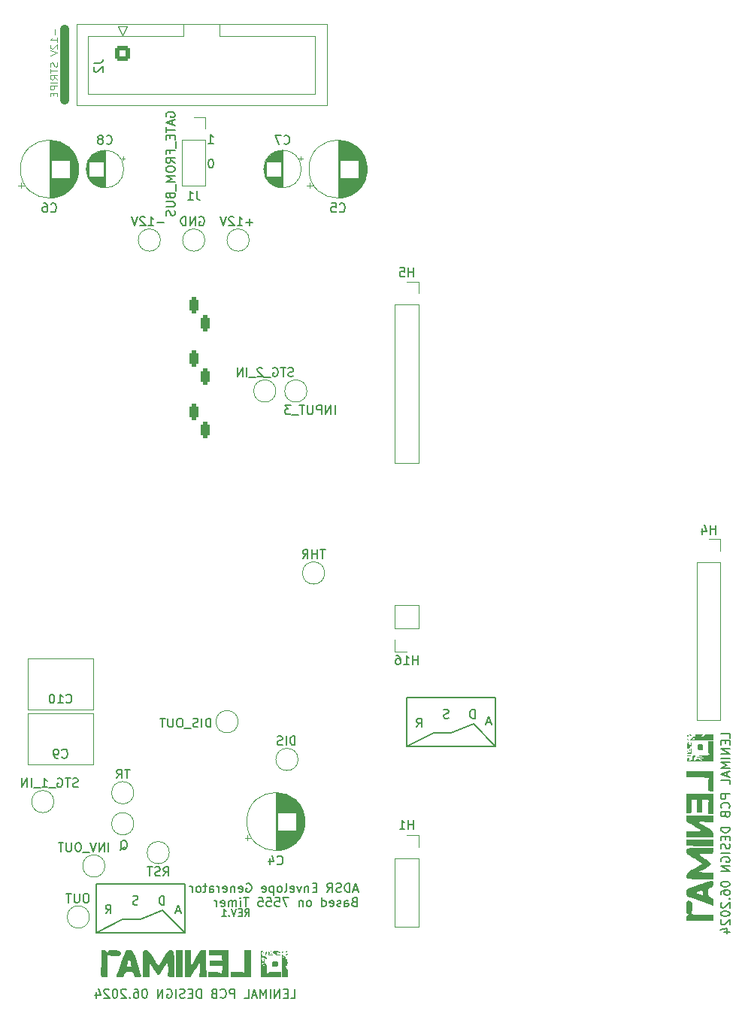
<source format=gbo>
G04 #@! TF.GenerationSoftware,KiCad,Pcbnew,8.0.2-1*
G04 #@! TF.CreationDate,2024-06-17T10:00:25+02:00*
G04 #@! TF.ProjectId,7555,37353535-2e6b-4696-9361-645f70636258,rev?*
G04 #@! TF.SameCoordinates,Original*
G04 #@! TF.FileFunction,Legend,Bot*
G04 #@! TF.FilePolarity,Positive*
%FSLAX46Y46*%
G04 Gerber Fmt 4.6, Leading zero omitted, Abs format (unit mm)*
G04 Created by KiCad (PCBNEW 8.0.2-1) date 2024-06-17 10:00:25*
%MOMM*%
%LPD*%
G01*
G04 APERTURE LIST*
G04 Aperture macros list*
%AMRoundRect*
0 Rectangle with rounded corners*
0 $1 Rounding radius*
0 $2 $3 $4 $5 $6 $7 $8 $9 X,Y pos of 4 corners*
0 Add a 4 corners polygon primitive as box body*
4,1,4,$2,$3,$4,$5,$6,$7,$8,$9,$2,$3,0*
0 Add four circle primitives for the rounded corners*
1,1,$1+$1,$2,$3*
1,1,$1+$1,$4,$5*
1,1,$1+$1,$6,$7*
1,1,$1+$1,$8,$9*
0 Add four rect primitives between the rounded corners*
20,1,$1+$1,$2,$3,$4,$5,0*
20,1,$1+$1,$4,$5,$6,$7,0*
20,1,$1+$1,$6,$7,$8,$9,0*
20,1,$1+$1,$8,$9,$2,$3,0*%
G04 Aperture macros list end*
%ADD10C,0.150000*%
%ADD11C,0.100000*%
%ADD12C,0.120000*%
%ADD13C,1.000000*%
%ADD14C,0.000000*%
%ADD15C,1.600000*%
%ADD16O,1.600000X1.600000*%
%ADD17R,1.600000X1.600000*%
%ADD18O,4.000000X4.000000*%
%ADD19R,1.800000X1.800000*%
%ADD20C,1.800000*%
%ADD21R,1.700000X1.700000*%
%ADD22O,1.700000X1.700000*%
%ADD23C,3.200000*%
%ADD24R,1.100000X1.800000*%
%ADD25RoundRect,0.275000X-0.275000X-0.625000X0.275000X-0.625000X0.275000X0.625000X-0.275000X0.625000X0*%
%ADD26C,2.850000*%
%ADD27R,1.930000X1.830000*%
%ADD28C,2.130000*%
%ADD29R,2.400000X1.600000*%
%ADD30O,2.400000X1.600000*%
%ADD31R,2.200000X2.200000*%
%ADD32O,2.200000X2.200000*%
%ADD33C,2.000000*%
%ADD34R,1.200000X1.200000*%
%ADD35C,1.200000*%
%ADD36RoundRect,0.250000X-0.600000X0.600000X-0.600000X-0.600000X0.600000X-0.600000X0.600000X0.600000X0*%
%ADD37C,1.700000*%
G04 APERTURE END LIST*
D10*
X97000000Y-130500000D02*
X99000000Y-130500000D01*
X59000000Y-153000000D02*
X62000000Y-151500000D01*
X64000000Y-151500000D02*
X66500000Y-150500000D01*
X99000000Y-130500000D02*
X101500000Y-129500000D01*
X59000000Y-147500000D02*
X69000000Y-147500000D01*
X69000000Y-153000000D01*
X59000000Y-153000000D01*
X59000000Y-147500000D01*
X62000000Y-151500000D02*
X64000000Y-151500000D01*
X94000000Y-126500000D02*
X104000000Y-126500000D01*
X104000000Y-132000000D01*
X94000000Y-132000000D01*
X94000000Y-126500000D01*
X94000000Y-132000000D02*
X97000000Y-130500000D01*
X66500000Y-150500000D02*
X69000000Y-153000000D01*
X101500000Y-129500000D02*
X104000000Y-132000000D01*
X71913220Y-129869819D02*
X71913220Y-128869819D01*
X71913220Y-128869819D02*
X71675125Y-128869819D01*
X71675125Y-128869819D02*
X71532268Y-128917438D01*
X71532268Y-128917438D02*
X71437030Y-129012676D01*
X71437030Y-129012676D02*
X71389411Y-129107914D01*
X71389411Y-129107914D02*
X71341792Y-129298390D01*
X71341792Y-129298390D02*
X71341792Y-129441247D01*
X71341792Y-129441247D02*
X71389411Y-129631723D01*
X71389411Y-129631723D02*
X71437030Y-129726961D01*
X71437030Y-129726961D02*
X71532268Y-129822200D01*
X71532268Y-129822200D02*
X71675125Y-129869819D01*
X71675125Y-129869819D02*
X71913220Y-129869819D01*
X70913220Y-129869819D02*
X70913220Y-128869819D01*
X70484649Y-129822200D02*
X70341792Y-129869819D01*
X70341792Y-129869819D02*
X70103697Y-129869819D01*
X70103697Y-129869819D02*
X70008459Y-129822200D01*
X70008459Y-129822200D02*
X69960840Y-129774580D01*
X69960840Y-129774580D02*
X69913221Y-129679342D01*
X69913221Y-129679342D02*
X69913221Y-129584104D01*
X69913221Y-129584104D02*
X69960840Y-129488866D01*
X69960840Y-129488866D02*
X70008459Y-129441247D01*
X70008459Y-129441247D02*
X70103697Y-129393628D01*
X70103697Y-129393628D02*
X70294173Y-129346009D01*
X70294173Y-129346009D02*
X70389411Y-129298390D01*
X70389411Y-129298390D02*
X70437030Y-129250771D01*
X70437030Y-129250771D02*
X70484649Y-129155533D01*
X70484649Y-129155533D02*
X70484649Y-129060295D01*
X70484649Y-129060295D02*
X70437030Y-128965057D01*
X70437030Y-128965057D02*
X70389411Y-128917438D01*
X70389411Y-128917438D02*
X70294173Y-128869819D01*
X70294173Y-128869819D02*
X70056078Y-128869819D01*
X70056078Y-128869819D02*
X69913221Y-128917438D01*
X69722745Y-129965057D02*
X68960840Y-129965057D01*
X68532268Y-128869819D02*
X68341792Y-128869819D01*
X68341792Y-128869819D02*
X68246554Y-128917438D01*
X68246554Y-128917438D02*
X68151316Y-129012676D01*
X68151316Y-129012676D02*
X68103697Y-129203152D01*
X68103697Y-129203152D02*
X68103697Y-129536485D01*
X68103697Y-129536485D02*
X68151316Y-129726961D01*
X68151316Y-129726961D02*
X68246554Y-129822200D01*
X68246554Y-129822200D02*
X68341792Y-129869819D01*
X68341792Y-129869819D02*
X68532268Y-129869819D01*
X68532268Y-129869819D02*
X68627506Y-129822200D01*
X68627506Y-129822200D02*
X68722744Y-129726961D01*
X68722744Y-129726961D02*
X68770363Y-129536485D01*
X68770363Y-129536485D02*
X68770363Y-129203152D01*
X68770363Y-129203152D02*
X68722744Y-129012676D01*
X68722744Y-129012676D02*
X68627506Y-128917438D01*
X68627506Y-128917438D02*
X68532268Y-128869819D01*
X67675125Y-128869819D02*
X67675125Y-129679342D01*
X67675125Y-129679342D02*
X67627506Y-129774580D01*
X67627506Y-129774580D02*
X67579887Y-129822200D01*
X67579887Y-129822200D02*
X67484649Y-129869819D01*
X67484649Y-129869819D02*
X67294173Y-129869819D01*
X67294173Y-129869819D02*
X67198935Y-129822200D01*
X67198935Y-129822200D02*
X67151316Y-129774580D01*
X67151316Y-129774580D02*
X67103697Y-129679342D01*
X67103697Y-129679342D02*
X67103697Y-128869819D01*
X66770363Y-128869819D02*
X66198935Y-128869819D01*
X66484649Y-129869819D02*
X66484649Y-128869819D01*
X75753696Y-151144295D02*
X76020363Y-150763342D01*
X76210839Y-151144295D02*
X76210839Y-150344295D01*
X76210839Y-150344295D02*
X75906077Y-150344295D01*
X75906077Y-150344295D02*
X75829887Y-150382390D01*
X75829887Y-150382390D02*
X75791792Y-150420485D01*
X75791792Y-150420485D02*
X75753696Y-150496676D01*
X75753696Y-150496676D02*
X75753696Y-150610961D01*
X75753696Y-150610961D02*
X75791792Y-150687152D01*
X75791792Y-150687152D02*
X75829887Y-150725247D01*
X75829887Y-150725247D02*
X75906077Y-150763342D01*
X75906077Y-150763342D02*
X76210839Y-150763342D01*
X75410839Y-150725247D02*
X75144173Y-150725247D01*
X75029887Y-151144295D02*
X75410839Y-151144295D01*
X75410839Y-151144295D02*
X75410839Y-150344295D01*
X75410839Y-150344295D02*
X75029887Y-150344295D01*
X74801315Y-150344295D02*
X74534648Y-151144295D01*
X74534648Y-151144295D02*
X74267982Y-150344295D01*
X74001315Y-151068104D02*
X73963220Y-151106200D01*
X73963220Y-151106200D02*
X74001315Y-151144295D01*
X74001315Y-151144295D02*
X74039411Y-151106200D01*
X74039411Y-151106200D02*
X74001315Y-151068104D01*
X74001315Y-151068104D02*
X74001315Y-151144295D01*
X73201316Y-151144295D02*
X73658459Y-151144295D01*
X73429887Y-151144295D02*
X73429887Y-150344295D01*
X73429887Y-150344295D02*
X73506078Y-150458580D01*
X73506078Y-150458580D02*
X73582268Y-150534771D01*
X73582268Y-150534771D02*
X73658459Y-150572866D01*
X66663220Y-149869819D02*
X66663220Y-148869819D01*
X66663220Y-148869819D02*
X66425125Y-148869819D01*
X66425125Y-148869819D02*
X66282268Y-148917438D01*
X66282268Y-148917438D02*
X66187030Y-149012676D01*
X66187030Y-149012676D02*
X66139411Y-149107914D01*
X66139411Y-149107914D02*
X66091792Y-149298390D01*
X66091792Y-149298390D02*
X66091792Y-149441247D01*
X66091792Y-149441247D02*
X66139411Y-149631723D01*
X66139411Y-149631723D02*
X66187030Y-149726961D01*
X66187030Y-149726961D02*
X66282268Y-149822200D01*
X66282268Y-149822200D02*
X66425125Y-149869819D01*
X66425125Y-149869819D02*
X66663220Y-149869819D01*
X60091792Y-150869819D02*
X60425125Y-150393628D01*
X60663220Y-150869819D02*
X60663220Y-149869819D01*
X60663220Y-149869819D02*
X60282268Y-149869819D01*
X60282268Y-149869819D02*
X60187030Y-149917438D01*
X60187030Y-149917438D02*
X60139411Y-149965057D01*
X60139411Y-149965057D02*
X60091792Y-150060295D01*
X60091792Y-150060295D02*
X60091792Y-150203152D01*
X60091792Y-150203152D02*
X60139411Y-150298390D01*
X60139411Y-150298390D02*
X60187030Y-150346009D01*
X60187030Y-150346009D02*
X60282268Y-150393628D01*
X60282268Y-150393628D02*
X60663220Y-150393628D01*
X80937030Y-160369819D02*
X81413220Y-160369819D01*
X81413220Y-160369819D02*
X81413220Y-159369819D01*
X80603696Y-159846009D02*
X80270363Y-159846009D01*
X80127506Y-160369819D02*
X80603696Y-160369819D01*
X80603696Y-160369819D02*
X80603696Y-159369819D01*
X80603696Y-159369819D02*
X80127506Y-159369819D01*
X79698934Y-160369819D02*
X79698934Y-159369819D01*
X79698934Y-159369819D02*
X79127506Y-160369819D01*
X79127506Y-160369819D02*
X79127506Y-159369819D01*
X78651315Y-160369819D02*
X78651315Y-159369819D01*
X78175125Y-160369819D02*
X78175125Y-159369819D01*
X78175125Y-159369819D02*
X77841792Y-160084104D01*
X77841792Y-160084104D02*
X77508459Y-159369819D01*
X77508459Y-159369819D02*
X77508459Y-160369819D01*
X77079887Y-160084104D02*
X76603697Y-160084104D01*
X77175125Y-160369819D02*
X76841792Y-159369819D01*
X76841792Y-159369819D02*
X76508459Y-160369819D01*
X75698935Y-160369819D02*
X76175125Y-160369819D01*
X76175125Y-160369819D02*
X76175125Y-159369819D01*
X74603696Y-160369819D02*
X74603696Y-159369819D01*
X74603696Y-159369819D02*
X74222744Y-159369819D01*
X74222744Y-159369819D02*
X74127506Y-159417438D01*
X74127506Y-159417438D02*
X74079887Y-159465057D01*
X74079887Y-159465057D02*
X74032268Y-159560295D01*
X74032268Y-159560295D02*
X74032268Y-159703152D01*
X74032268Y-159703152D02*
X74079887Y-159798390D01*
X74079887Y-159798390D02*
X74127506Y-159846009D01*
X74127506Y-159846009D02*
X74222744Y-159893628D01*
X74222744Y-159893628D02*
X74603696Y-159893628D01*
X73032268Y-160274580D02*
X73079887Y-160322200D01*
X73079887Y-160322200D02*
X73222744Y-160369819D01*
X73222744Y-160369819D02*
X73317982Y-160369819D01*
X73317982Y-160369819D02*
X73460839Y-160322200D01*
X73460839Y-160322200D02*
X73556077Y-160226961D01*
X73556077Y-160226961D02*
X73603696Y-160131723D01*
X73603696Y-160131723D02*
X73651315Y-159941247D01*
X73651315Y-159941247D02*
X73651315Y-159798390D01*
X73651315Y-159798390D02*
X73603696Y-159607914D01*
X73603696Y-159607914D02*
X73556077Y-159512676D01*
X73556077Y-159512676D02*
X73460839Y-159417438D01*
X73460839Y-159417438D02*
X73317982Y-159369819D01*
X73317982Y-159369819D02*
X73222744Y-159369819D01*
X73222744Y-159369819D02*
X73079887Y-159417438D01*
X73079887Y-159417438D02*
X73032268Y-159465057D01*
X72270363Y-159846009D02*
X72127506Y-159893628D01*
X72127506Y-159893628D02*
X72079887Y-159941247D01*
X72079887Y-159941247D02*
X72032268Y-160036485D01*
X72032268Y-160036485D02*
X72032268Y-160179342D01*
X72032268Y-160179342D02*
X72079887Y-160274580D01*
X72079887Y-160274580D02*
X72127506Y-160322200D01*
X72127506Y-160322200D02*
X72222744Y-160369819D01*
X72222744Y-160369819D02*
X72603696Y-160369819D01*
X72603696Y-160369819D02*
X72603696Y-159369819D01*
X72603696Y-159369819D02*
X72270363Y-159369819D01*
X72270363Y-159369819D02*
X72175125Y-159417438D01*
X72175125Y-159417438D02*
X72127506Y-159465057D01*
X72127506Y-159465057D02*
X72079887Y-159560295D01*
X72079887Y-159560295D02*
X72079887Y-159655533D01*
X72079887Y-159655533D02*
X72127506Y-159750771D01*
X72127506Y-159750771D02*
X72175125Y-159798390D01*
X72175125Y-159798390D02*
X72270363Y-159846009D01*
X72270363Y-159846009D02*
X72603696Y-159846009D01*
X70841791Y-160369819D02*
X70841791Y-159369819D01*
X70841791Y-159369819D02*
X70603696Y-159369819D01*
X70603696Y-159369819D02*
X70460839Y-159417438D01*
X70460839Y-159417438D02*
X70365601Y-159512676D01*
X70365601Y-159512676D02*
X70317982Y-159607914D01*
X70317982Y-159607914D02*
X70270363Y-159798390D01*
X70270363Y-159798390D02*
X70270363Y-159941247D01*
X70270363Y-159941247D02*
X70317982Y-160131723D01*
X70317982Y-160131723D02*
X70365601Y-160226961D01*
X70365601Y-160226961D02*
X70460839Y-160322200D01*
X70460839Y-160322200D02*
X70603696Y-160369819D01*
X70603696Y-160369819D02*
X70841791Y-160369819D01*
X69841791Y-159846009D02*
X69508458Y-159846009D01*
X69365601Y-160369819D02*
X69841791Y-160369819D01*
X69841791Y-160369819D02*
X69841791Y-159369819D01*
X69841791Y-159369819D02*
X69365601Y-159369819D01*
X68984648Y-160322200D02*
X68841791Y-160369819D01*
X68841791Y-160369819D02*
X68603696Y-160369819D01*
X68603696Y-160369819D02*
X68508458Y-160322200D01*
X68508458Y-160322200D02*
X68460839Y-160274580D01*
X68460839Y-160274580D02*
X68413220Y-160179342D01*
X68413220Y-160179342D02*
X68413220Y-160084104D01*
X68413220Y-160084104D02*
X68460839Y-159988866D01*
X68460839Y-159988866D02*
X68508458Y-159941247D01*
X68508458Y-159941247D02*
X68603696Y-159893628D01*
X68603696Y-159893628D02*
X68794172Y-159846009D01*
X68794172Y-159846009D02*
X68889410Y-159798390D01*
X68889410Y-159798390D02*
X68937029Y-159750771D01*
X68937029Y-159750771D02*
X68984648Y-159655533D01*
X68984648Y-159655533D02*
X68984648Y-159560295D01*
X68984648Y-159560295D02*
X68937029Y-159465057D01*
X68937029Y-159465057D02*
X68889410Y-159417438D01*
X68889410Y-159417438D02*
X68794172Y-159369819D01*
X68794172Y-159369819D02*
X68556077Y-159369819D01*
X68556077Y-159369819D02*
X68413220Y-159417438D01*
X67984648Y-160369819D02*
X67984648Y-159369819D01*
X66984649Y-159417438D02*
X67079887Y-159369819D01*
X67079887Y-159369819D02*
X67222744Y-159369819D01*
X67222744Y-159369819D02*
X67365601Y-159417438D01*
X67365601Y-159417438D02*
X67460839Y-159512676D01*
X67460839Y-159512676D02*
X67508458Y-159607914D01*
X67508458Y-159607914D02*
X67556077Y-159798390D01*
X67556077Y-159798390D02*
X67556077Y-159941247D01*
X67556077Y-159941247D02*
X67508458Y-160131723D01*
X67508458Y-160131723D02*
X67460839Y-160226961D01*
X67460839Y-160226961D02*
X67365601Y-160322200D01*
X67365601Y-160322200D02*
X67222744Y-160369819D01*
X67222744Y-160369819D02*
X67127506Y-160369819D01*
X67127506Y-160369819D02*
X66984649Y-160322200D01*
X66984649Y-160322200D02*
X66937030Y-160274580D01*
X66937030Y-160274580D02*
X66937030Y-159941247D01*
X66937030Y-159941247D02*
X67127506Y-159941247D01*
X66508458Y-160369819D02*
X66508458Y-159369819D01*
X66508458Y-159369819D02*
X65937030Y-160369819D01*
X65937030Y-160369819D02*
X65937030Y-159369819D01*
X64508458Y-159369819D02*
X64413220Y-159369819D01*
X64413220Y-159369819D02*
X64317982Y-159417438D01*
X64317982Y-159417438D02*
X64270363Y-159465057D01*
X64270363Y-159465057D02*
X64222744Y-159560295D01*
X64222744Y-159560295D02*
X64175125Y-159750771D01*
X64175125Y-159750771D02*
X64175125Y-159988866D01*
X64175125Y-159988866D02*
X64222744Y-160179342D01*
X64222744Y-160179342D02*
X64270363Y-160274580D01*
X64270363Y-160274580D02*
X64317982Y-160322200D01*
X64317982Y-160322200D02*
X64413220Y-160369819D01*
X64413220Y-160369819D02*
X64508458Y-160369819D01*
X64508458Y-160369819D02*
X64603696Y-160322200D01*
X64603696Y-160322200D02*
X64651315Y-160274580D01*
X64651315Y-160274580D02*
X64698934Y-160179342D01*
X64698934Y-160179342D02*
X64746553Y-159988866D01*
X64746553Y-159988866D02*
X64746553Y-159750771D01*
X64746553Y-159750771D02*
X64698934Y-159560295D01*
X64698934Y-159560295D02*
X64651315Y-159465057D01*
X64651315Y-159465057D02*
X64603696Y-159417438D01*
X64603696Y-159417438D02*
X64508458Y-159369819D01*
X63317982Y-159369819D02*
X63508458Y-159369819D01*
X63508458Y-159369819D02*
X63603696Y-159417438D01*
X63603696Y-159417438D02*
X63651315Y-159465057D01*
X63651315Y-159465057D02*
X63746553Y-159607914D01*
X63746553Y-159607914D02*
X63794172Y-159798390D01*
X63794172Y-159798390D02*
X63794172Y-160179342D01*
X63794172Y-160179342D02*
X63746553Y-160274580D01*
X63746553Y-160274580D02*
X63698934Y-160322200D01*
X63698934Y-160322200D02*
X63603696Y-160369819D01*
X63603696Y-160369819D02*
X63413220Y-160369819D01*
X63413220Y-160369819D02*
X63317982Y-160322200D01*
X63317982Y-160322200D02*
X63270363Y-160274580D01*
X63270363Y-160274580D02*
X63222744Y-160179342D01*
X63222744Y-160179342D02*
X63222744Y-159941247D01*
X63222744Y-159941247D02*
X63270363Y-159846009D01*
X63270363Y-159846009D02*
X63317982Y-159798390D01*
X63317982Y-159798390D02*
X63413220Y-159750771D01*
X63413220Y-159750771D02*
X63603696Y-159750771D01*
X63603696Y-159750771D02*
X63698934Y-159798390D01*
X63698934Y-159798390D02*
X63746553Y-159846009D01*
X63746553Y-159846009D02*
X63794172Y-159941247D01*
X62794172Y-160274580D02*
X62746553Y-160322200D01*
X62746553Y-160322200D02*
X62794172Y-160369819D01*
X62794172Y-160369819D02*
X62841791Y-160322200D01*
X62841791Y-160322200D02*
X62794172Y-160274580D01*
X62794172Y-160274580D02*
X62794172Y-160369819D01*
X62365601Y-159465057D02*
X62317982Y-159417438D01*
X62317982Y-159417438D02*
X62222744Y-159369819D01*
X62222744Y-159369819D02*
X61984649Y-159369819D01*
X61984649Y-159369819D02*
X61889411Y-159417438D01*
X61889411Y-159417438D02*
X61841792Y-159465057D01*
X61841792Y-159465057D02*
X61794173Y-159560295D01*
X61794173Y-159560295D02*
X61794173Y-159655533D01*
X61794173Y-159655533D02*
X61841792Y-159798390D01*
X61841792Y-159798390D02*
X62413220Y-160369819D01*
X62413220Y-160369819D02*
X61794173Y-160369819D01*
X61175125Y-159369819D02*
X61079887Y-159369819D01*
X61079887Y-159369819D02*
X60984649Y-159417438D01*
X60984649Y-159417438D02*
X60937030Y-159465057D01*
X60937030Y-159465057D02*
X60889411Y-159560295D01*
X60889411Y-159560295D02*
X60841792Y-159750771D01*
X60841792Y-159750771D02*
X60841792Y-159988866D01*
X60841792Y-159988866D02*
X60889411Y-160179342D01*
X60889411Y-160179342D02*
X60937030Y-160274580D01*
X60937030Y-160274580D02*
X60984649Y-160322200D01*
X60984649Y-160322200D02*
X61079887Y-160369819D01*
X61079887Y-160369819D02*
X61175125Y-160369819D01*
X61175125Y-160369819D02*
X61270363Y-160322200D01*
X61270363Y-160322200D02*
X61317982Y-160274580D01*
X61317982Y-160274580D02*
X61365601Y-160179342D01*
X61365601Y-160179342D02*
X61413220Y-159988866D01*
X61413220Y-159988866D02*
X61413220Y-159750771D01*
X61413220Y-159750771D02*
X61365601Y-159560295D01*
X61365601Y-159560295D02*
X61317982Y-159465057D01*
X61317982Y-159465057D02*
X61270363Y-159417438D01*
X61270363Y-159417438D02*
X61175125Y-159369819D01*
X60460839Y-159465057D02*
X60413220Y-159417438D01*
X60413220Y-159417438D02*
X60317982Y-159369819D01*
X60317982Y-159369819D02*
X60079887Y-159369819D01*
X60079887Y-159369819D02*
X59984649Y-159417438D01*
X59984649Y-159417438D02*
X59937030Y-159465057D01*
X59937030Y-159465057D02*
X59889411Y-159560295D01*
X59889411Y-159560295D02*
X59889411Y-159655533D01*
X59889411Y-159655533D02*
X59937030Y-159798390D01*
X59937030Y-159798390D02*
X60508458Y-160369819D01*
X60508458Y-160369819D02*
X59889411Y-160369819D01*
X59032268Y-159703152D02*
X59032268Y-160369819D01*
X59270363Y-159322200D02*
X59508458Y-160036485D01*
X59508458Y-160036485D02*
X58889411Y-160036485D01*
X66663220Y-72988866D02*
X65901316Y-72988866D01*
X64901316Y-73369819D02*
X65472744Y-73369819D01*
X65187030Y-73369819D02*
X65187030Y-72369819D01*
X65187030Y-72369819D02*
X65282268Y-72512676D01*
X65282268Y-72512676D02*
X65377506Y-72607914D01*
X65377506Y-72607914D02*
X65472744Y-72655533D01*
X64520363Y-72465057D02*
X64472744Y-72417438D01*
X64472744Y-72417438D02*
X64377506Y-72369819D01*
X64377506Y-72369819D02*
X64139411Y-72369819D01*
X64139411Y-72369819D02*
X64044173Y-72417438D01*
X64044173Y-72417438D02*
X63996554Y-72465057D01*
X63996554Y-72465057D02*
X63948935Y-72560295D01*
X63948935Y-72560295D02*
X63948935Y-72655533D01*
X63948935Y-72655533D02*
X63996554Y-72798390D01*
X63996554Y-72798390D02*
X64567982Y-73369819D01*
X64567982Y-73369819D02*
X63948935Y-73369819D01*
X63663220Y-72369819D02*
X63329887Y-73369819D01*
X63329887Y-73369819D02*
X62996554Y-72369819D01*
X62806077Y-134619819D02*
X62234649Y-134619819D01*
X62520363Y-135619819D02*
X62520363Y-134619819D01*
X61329887Y-135619819D02*
X61663220Y-135143628D01*
X61901315Y-135619819D02*
X61901315Y-134619819D01*
X61901315Y-134619819D02*
X61520363Y-134619819D01*
X61520363Y-134619819D02*
X61425125Y-134667438D01*
X61425125Y-134667438D02*
X61377506Y-134715057D01*
X61377506Y-134715057D02*
X61329887Y-134810295D01*
X61329887Y-134810295D02*
X61329887Y-134953152D01*
X61329887Y-134953152D02*
X61377506Y-135048390D01*
X61377506Y-135048390D02*
X61425125Y-135096009D01*
X61425125Y-135096009D02*
X61520363Y-135143628D01*
X61520363Y-135143628D02*
X61901315Y-135143628D01*
X56960839Y-136572200D02*
X56817982Y-136619819D01*
X56817982Y-136619819D02*
X56579887Y-136619819D01*
X56579887Y-136619819D02*
X56484649Y-136572200D01*
X56484649Y-136572200D02*
X56437030Y-136524580D01*
X56437030Y-136524580D02*
X56389411Y-136429342D01*
X56389411Y-136429342D02*
X56389411Y-136334104D01*
X56389411Y-136334104D02*
X56437030Y-136238866D01*
X56437030Y-136238866D02*
X56484649Y-136191247D01*
X56484649Y-136191247D02*
X56579887Y-136143628D01*
X56579887Y-136143628D02*
X56770363Y-136096009D01*
X56770363Y-136096009D02*
X56865601Y-136048390D01*
X56865601Y-136048390D02*
X56913220Y-136000771D01*
X56913220Y-136000771D02*
X56960839Y-135905533D01*
X56960839Y-135905533D02*
X56960839Y-135810295D01*
X56960839Y-135810295D02*
X56913220Y-135715057D01*
X56913220Y-135715057D02*
X56865601Y-135667438D01*
X56865601Y-135667438D02*
X56770363Y-135619819D01*
X56770363Y-135619819D02*
X56532268Y-135619819D01*
X56532268Y-135619819D02*
X56389411Y-135667438D01*
X56103696Y-135619819D02*
X55532268Y-135619819D01*
X55817982Y-136619819D02*
X55817982Y-135619819D01*
X54675125Y-135667438D02*
X54770363Y-135619819D01*
X54770363Y-135619819D02*
X54913220Y-135619819D01*
X54913220Y-135619819D02*
X55056077Y-135667438D01*
X55056077Y-135667438D02*
X55151315Y-135762676D01*
X55151315Y-135762676D02*
X55198934Y-135857914D01*
X55198934Y-135857914D02*
X55246553Y-136048390D01*
X55246553Y-136048390D02*
X55246553Y-136191247D01*
X55246553Y-136191247D02*
X55198934Y-136381723D01*
X55198934Y-136381723D02*
X55151315Y-136476961D01*
X55151315Y-136476961D02*
X55056077Y-136572200D01*
X55056077Y-136572200D02*
X54913220Y-136619819D01*
X54913220Y-136619819D02*
X54817982Y-136619819D01*
X54817982Y-136619819D02*
X54675125Y-136572200D01*
X54675125Y-136572200D02*
X54627506Y-136524580D01*
X54627506Y-136524580D02*
X54627506Y-136191247D01*
X54627506Y-136191247D02*
X54817982Y-136191247D01*
X54437030Y-136715057D02*
X53675125Y-136715057D01*
X52913220Y-136619819D02*
X53484648Y-136619819D01*
X53198934Y-136619819D02*
X53198934Y-135619819D01*
X53198934Y-135619819D02*
X53294172Y-135762676D01*
X53294172Y-135762676D02*
X53389410Y-135857914D01*
X53389410Y-135857914D02*
X53484648Y-135905533D01*
X52722744Y-136715057D02*
X51960839Y-136715057D01*
X51722743Y-136619819D02*
X51722743Y-135619819D01*
X51246553Y-136619819D02*
X51246553Y-135619819D01*
X51246553Y-135619819D02*
X50675125Y-136619819D01*
X50675125Y-136619819D02*
X50675125Y-135619819D01*
X71639411Y-64119819D02*
X72210839Y-64119819D01*
X71925125Y-64119819D02*
X71925125Y-63119819D01*
X71925125Y-63119819D02*
X72020363Y-63262676D01*
X72020363Y-63262676D02*
X72115601Y-63357914D01*
X72115601Y-63357914D02*
X72210839Y-63405533D01*
X85913220Y-94619819D02*
X85913220Y-93619819D01*
X85437030Y-94619819D02*
X85437030Y-93619819D01*
X85437030Y-93619819D02*
X84865602Y-94619819D01*
X84865602Y-94619819D02*
X84865602Y-93619819D01*
X84389411Y-94619819D02*
X84389411Y-93619819D01*
X84389411Y-93619819D02*
X84008459Y-93619819D01*
X84008459Y-93619819D02*
X83913221Y-93667438D01*
X83913221Y-93667438D02*
X83865602Y-93715057D01*
X83865602Y-93715057D02*
X83817983Y-93810295D01*
X83817983Y-93810295D02*
X83817983Y-93953152D01*
X83817983Y-93953152D02*
X83865602Y-94048390D01*
X83865602Y-94048390D02*
X83913221Y-94096009D01*
X83913221Y-94096009D02*
X84008459Y-94143628D01*
X84008459Y-94143628D02*
X84389411Y-94143628D01*
X83389411Y-93619819D02*
X83389411Y-94429342D01*
X83389411Y-94429342D02*
X83341792Y-94524580D01*
X83341792Y-94524580D02*
X83294173Y-94572200D01*
X83294173Y-94572200D02*
X83198935Y-94619819D01*
X83198935Y-94619819D02*
X83008459Y-94619819D01*
X83008459Y-94619819D02*
X82913221Y-94572200D01*
X82913221Y-94572200D02*
X82865602Y-94524580D01*
X82865602Y-94524580D02*
X82817983Y-94429342D01*
X82817983Y-94429342D02*
X82817983Y-93619819D01*
X82484649Y-93619819D02*
X81913221Y-93619819D01*
X82198935Y-94619819D02*
X82198935Y-93619819D01*
X81817983Y-94715057D02*
X81056078Y-94715057D01*
X80913220Y-93619819D02*
X80294173Y-93619819D01*
X80294173Y-93619819D02*
X80627506Y-94000771D01*
X80627506Y-94000771D02*
X80484649Y-94000771D01*
X80484649Y-94000771D02*
X80389411Y-94048390D01*
X80389411Y-94048390D02*
X80341792Y-94096009D01*
X80341792Y-94096009D02*
X80294173Y-94191247D01*
X80294173Y-94191247D02*
X80294173Y-94429342D01*
X80294173Y-94429342D02*
X80341792Y-94524580D01*
X80341792Y-94524580D02*
X80389411Y-94572200D01*
X80389411Y-94572200D02*
X80484649Y-94619819D01*
X80484649Y-94619819D02*
X80770363Y-94619819D01*
X80770363Y-94619819D02*
X80865601Y-94572200D01*
X80865601Y-94572200D02*
X80913220Y-94524580D01*
X103460839Y-129334104D02*
X102984649Y-129334104D01*
X103556077Y-129619819D02*
X103222744Y-128619819D01*
X103222744Y-128619819D02*
X102889411Y-129619819D01*
X66917438Y-61110588D02*
X66869819Y-61015350D01*
X66869819Y-61015350D02*
X66869819Y-60872493D01*
X66869819Y-60872493D02*
X66917438Y-60729636D01*
X66917438Y-60729636D02*
X67012676Y-60634398D01*
X67012676Y-60634398D02*
X67107914Y-60586779D01*
X67107914Y-60586779D02*
X67298390Y-60539160D01*
X67298390Y-60539160D02*
X67441247Y-60539160D01*
X67441247Y-60539160D02*
X67631723Y-60586779D01*
X67631723Y-60586779D02*
X67726961Y-60634398D01*
X67726961Y-60634398D02*
X67822200Y-60729636D01*
X67822200Y-60729636D02*
X67869819Y-60872493D01*
X67869819Y-60872493D02*
X67869819Y-60967731D01*
X67869819Y-60967731D02*
X67822200Y-61110588D01*
X67822200Y-61110588D02*
X67774580Y-61158207D01*
X67774580Y-61158207D02*
X67441247Y-61158207D01*
X67441247Y-61158207D02*
X67441247Y-60967731D01*
X67584104Y-61539160D02*
X67584104Y-62015350D01*
X67869819Y-61443922D02*
X66869819Y-61777255D01*
X66869819Y-61777255D02*
X67869819Y-62110588D01*
X66869819Y-62301065D02*
X66869819Y-62872493D01*
X67869819Y-62586779D02*
X66869819Y-62586779D01*
X67346009Y-63205827D02*
X67346009Y-63539160D01*
X67869819Y-63682017D02*
X67869819Y-63205827D01*
X67869819Y-63205827D02*
X66869819Y-63205827D01*
X66869819Y-63205827D02*
X66869819Y-63682017D01*
X67965057Y-63872494D02*
X67965057Y-64634398D01*
X67346009Y-65205827D02*
X67346009Y-64872494D01*
X67869819Y-64872494D02*
X66869819Y-64872494D01*
X66869819Y-64872494D02*
X66869819Y-65348684D01*
X67869819Y-66301065D02*
X67393628Y-65967732D01*
X67869819Y-65729637D02*
X66869819Y-65729637D01*
X66869819Y-65729637D02*
X66869819Y-66110589D01*
X66869819Y-66110589D02*
X66917438Y-66205827D01*
X66917438Y-66205827D02*
X66965057Y-66253446D01*
X66965057Y-66253446D02*
X67060295Y-66301065D01*
X67060295Y-66301065D02*
X67203152Y-66301065D01*
X67203152Y-66301065D02*
X67298390Y-66253446D01*
X67298390Y-66253446D02*
X67346009Y-66205827D01*
X67346009Y-66205827D02*
X67393628Y-66110589D01*
X67393628Y-66110589D02*
X67393628Y-65729637D01*
X66869819Y-66920113D02*
X66869819Y-67110589D01*
X66869819Y-67110589D02*
X66917438Y-67205827D01*
X66917438Y-67205827D02*
X67012676Y-67301065D01*
X67012676Y-67301065D02*
X67203152Y-67348684D01*
X67203152Y-67348684D02*
X67536485Y-67348684D01*
X67536485Y-67348684D02*
X67726961Y-67301065D01*
X67726961Y-67301065D02*
X67822200Y-67205827D01*
X67822200Y-67205827D02*
X67869819Y-67110589D01*
X67869819Y-67110589D02*
X67869819Y-66920113D01*
X67869819Y-66920113D02*
X67822200Y-66824875D01*
X67822200Y-66824875D02*
X67726961Y-66729637D01*
X67726961Y-66729637D02*
X67536485Y-66682018D01*
X67536485Y-66682018D02*
X67203152Y-66682018D01*
X67203152Y-66682018D02*
X67012676Y-66729637D01*
X67012676Y-66729637D02*
X66917438Y-66824875D01*
X66917438Y-66824875D02*
X66869819Y-66920113D01*
X67869819Y-67777256D02*
X66869819Y-67777256D01*
X66869819Y-67777256D02*
X67584104Y-68110589D01*
X67584104Y-68110589D02*
X66869819Y-68443922D01*
X66869819Y-68443922D02*
X67869819Y-68443922D01*
X67965057Y-68682018D02*
X67965057Y-69443922D01*
X67346009Y-70015351D02*
X67393628Y-70158208D01*
X67393628Y-70158208D02*
X67441247Y-70205827D01*
X67441247Y-70205827D02*
X67536485Y-70253446D01*
X67536485Y-70253446D02*
X67679342Y-70253446D01*
X67679342Y-70253446D02*
X67774580Y-70205827D01*
X67774580Y-70205827D02*
X67822200Y-70158208D01*
X67822200Y-70158208D02*
X67869819Y-70062970D01*
X67869819Y-70062970D02*
X67869819Y-69682018D01*
X67869819Y-69682018D02*
X66869819Y-69682018D01*
X66869819Y-69682018D02*
X66869819Y-70015351D01*
X66869819Y-70015351D02*
X66917438Y-70110589D01*
X66917438Y-70110589D02*
X66965057Y-70158208D01*
X66965057Y-70158208D02*
X67060295Y-70205827D01*
X67060295Y-70205827D02*
X67155533Y-70205827D01*
X67155533Y-70205827D02*
X67250771Y-70158208D01*
X67250771Y-70158208D02*
X67298390Y-70110589D01*
X67298390Y-70110589D02*
X67346009Y-70015351D01*
X67346009Y-70015351D02*
X67346009Y-69682018D01*
X66869819Y-70682018D02*
X67679342Y-70682018D01*
X67679342Y-70682018D02*
X67774580Y-70729637D01*
X67774580Y-70729637D02*
X67822200Y-70777256D01*
X67822200Y-70777256D02*
X67869819Y-70872494D01*
X67869819Y-70872494D02*
X67869819Y-71062970D01*
X67869819Y-71062970D02*
X67822200Y-71158208D01*
X67822200Y-71158208D02*
X67774580Y-71205827D01*
X67774580Y-71205827D02*
X67679342Y-71253446D01*
X67679342Y-71253446D02*
X66869819Y-71253446D01*
X67822200Y-71682018D02*
X67869819Y-71824875D01*
X67869819Y-71824875D02*
X67869819Y-72062970D01*
X67869819Y-72062970D02*
X67822200Y-72158208D01*
X67822200Y-72158208D02*
X67774580Y-72205827D01*
X67774580Y-72205827D02*
X67679342Y-72253446D01*
X67679342Y-72253446D02*
X67584104Y-72253446D01*
X67584104Y-72253446D02*
X67488866Y-72205827D01*
X67488866Y-72205827D02*
X67441247Y-72158208D01*
X67441247Y-72158208D02*
X67393628Y-72062970D01*
X67393628Y-72062970D02*
X67346009Y-71872494D01*
X67346009Y-71872494D02*
X67298390Y-71777256D01*
X67298390Y-71777256D02*
X67250771Y-71729637D01*
X67250771Y-71729637D02*
X67155533Y-71682018D01*
X67155533Y-71682018D02*
X67060295Y-71682018D01*
X67060295Y-71682018D02*
X66965057Y-71729637D01*
X66965057Y-71729637D02*
X66917438Y-71777256D01*
X66917438Y-71777256D02*
X66869819Y-71872494D01*
X66869819Y-71872494D02*
X66869819Y-72110589D01*
X66869819Y-72110589D02*
X66917438Y-72253446D01*
X81413220Y-131869819D02*
X81413220Y-130869819D01*
X81413220Y-130869819D02*
X81175125Y-130869819D01*
X81175125Y-130869819D02*
X81032268Y-130917438D01*
X81032268Y-130917438D02*
X80937030Y-131012676D01*
X80937030Y-131012676D02*
X80889411Y-131107914D01*
X80889411Y-131107914D02*
X80841792Y-131298390D01*
X80841792Y-131298390D02*
X80841792Y-131441247D01*
X80841792Y-131441247D02*
X80889411Y-131631723D01*
X80889411Y-131631723D02*
X80937030Y-131726961D01*
X80937030Y-131726961D02*
X81032268Y-131822200D01*
X81032268Y-131822200D02*
X81175125Y-131869819D01*
X81175125Y-131869819D02*
X81413220Y-131869819D01*
X80413220Y-131869819D02*
X80413220Y-130869819D01*
X79984649Y-131822200D02*
X79841792Y-131869819D01*
X79841792Y-131869819D02*
X79603697Y-131869819D01*
X79603697Y-131869819D02*
X79508459Y-131822200D01*
X79508459Y-131822200D02*
X79460840Y-131774580D01*
X79460840Y-131774580D02*
X79413221Y-131679342D01*
X79413221Y-131679342D02*
X79413221Y-131584104D01*
X79413221Y-131584104D02*
X79460840Y-131488866D01*
X79460840Y-131488866D02*
X79508459Y-131441247D01*
X79508459Y-131441247D02*
X79603697Y-131393628D01*
X79603697Y-131393628D02*
X79794173Y-131346009D01*
X79794173Y-131346009D02*
X79889411Y-131298390D01*
X79889411Y-131298390D02*
X79937030Y-131250771D01*
X79937030Y-131250771D02*
X79984649Y-131155533D01*
X79984649Y-131155533D02*
X79984649Y-131060295D01*
X79984649Y-131060295D02*
X79937030Y-130965057D01*
X79937030Y-130965057D02*
X79889411Y-130917438D01*
X79889411Y-130917438D02*
X79794173Y-130869819D01*
X79794173Y-130869819D02*
X79556078Y-130869819D01*
X79556078Y-130869819D02*
X79413221Y-130917438D01*
X66591792Y-146619819D02*
X66925125Y-146143628D01*
X67163220Y-146619819D02*
X67163220Y-145619819D01*
X67163220Y-145619819D02*
X66782268Y-145619819D01*
X66782268Y-145619819D02*
X66687030Y-145667438D01*
X66687030Y-145667438D02*
X66639411Y-145715057D01*
X66639411Y-145715057D02*
X66591792Y-145810295D01*
X66591792Y-145810295D02*
X66591792Y-145953152D01*
X66591792Y-145953152D02*
X66639411Y-146048390D01*
X66639411Y-146048390D02*
X66687030Y-146096009D01*
X66687030Y-146096009D02*
X66782268Y-146143628D01*
X66782268Y-146143628D02*
X67163220Y-146143628D01*
X66210839Y-146572200D02*
X66067982Y-146619819D01*
X66067982Y-146619819D02*
X65829887Y-146619819D01*
X65829887Y-146619819D02*
X65734649Y-146572200D01*
X65734649Y-146572200D02*
X65687030Y-146524580D01*
X65687030Y-146524580D02*
X65639411Y-146429342D01*
X65639411Y-146429342D02*
X65639411Y-146334104D01*
X65639411Y-146334104D02*
X65687030Y-146238866D01*
X65687030Y-146238866D02*
X65734649Y-146191247D01*
X65734649Y-146191247D02*
X65829887Y-146143628D01*
X65829887Y-146143628D02*
X66020363Y-146096009D01*
X66020363Y-146096009D02*
X66115601Y-146048390D01*
X66115601Y-146048390D02*
X66163220Y-146000771D01*
X66163220Y-146000771D02*
X66210839Y-145905533D01*
X66210839Y-145905533D02*
X66210839Y-145810295D01*
X66210839Y-145810295D02*
X66163220Y-145715057D01*
X66163220Y-145715057D02*
X66115601Y-145667438D01*
X66115601Y-145667438D02*
X66020363Y-145619819D01*
X66020363Y-145619819D02*
X65782268Y-145619819D01*
X65782268Y-145619819D02*
X65639411Y-145667438D01*
X65353696Y-145619819D02*
X64782268Y-145619819D01*
X65067982Y-146619819D02*
X65067982Y-145619819D01*
X88460839Y-148174160D02*
X87984649Y-148174160D01*
X88556077Y-148459875D02*
X88222744Y-147459875D01*
X88222744Y-147459875D02*
X87889411Y-148459875D01*
X87556077Y-148459875D02*
X87556077Y-147459875D01*
X87556077Y-147459875D02*
X87317982Y-147459875D01*
X87317982Y-147459875D02*
X87175125Y-147507494D01*
X87175125Y-147507494D02*
X87079887Y-147602732D01*
X87079887Y-147602732D02*
X87032268Y-147697970D01*
X87032268Y-147697970D02*
X86984649Y-147888446D01*
X86984649Y-147888446D02*
X86984649Y-148031303D01*
X86984649Y-148031303D02*
X87032268Y-148221779D01*
X87032268Y-148221779D02*
X87079887Y-148317017D01*
X87079887Y-148317017D02*
X87175125Y-148412256D01*
X87175125Y-148412256D02*
X87317982Y-148459875D01*
X87317982Y-148459875D02*
X87556077Y-148459875D01*
X86603696Y-148412256D02*
X86460839Y-148459875D01*
X86460839Y-148459875D02*
X86222744Y-148459875D01*
X86222744Y-148459875D02*
X86127506Y-148412256D01*
X86127506Y-148412256D02*
X86079887Y-148364636D01*
X86079887Y-148364636D02*
X86032268Y-148269398D01*
X86032268Y-148269398D02*
X86032268Y-148174160D01*
X86032268Y-148174160D02*
X86079887Y-148078922D01*
X86079887Y-148078922D02*
X86127506Y-148031303D01*
X86127506Y-148031303D02*
X86222744Y-147983684D01*
X86222744Y-147983684D02*
X86413220Y-147936065D01*
X86413220Y-147936065D02*
X86508458Y-147888446D01*
X86508458Y-147888446D02*
X86556077Y-147840827D01*
X86556077Y-147840827D02*
X86603696Y-147745589D01*
X86603696Y-147745589D02*
X86603696Y-147650351D01*
X86603696Y-147650351D02*
X86556077Y-147555113D01*
X86556077Y-147555113D02*
X86508458Y-147507494D01*
X86508458Y-147507494D02*
X86413220Y-147459875D01*
X86413220Y-147459875D02*
X86175125Y-147459875D01*
X86175125Y-147459875D02*
X86032268Y-147507494D01*
X85032268Y-148459875D02*
X85365601Y-147983684D01*
X85603696Y-148459875D02*
X85603696Y-147459875D01*
X85603696Y-147459875D02*
X85222744Y-147459875D01*
X85222744Y-147459875D02*
X85127506Y-147507494D01*
X85127506Y-147507494D02*
X85079887Y-147555113D01*
X85079887Y-147555113D02*
X85032268Y-147650351D01*
X85032268Y-147650351D02*
X85032268Y-147793208D01*
X85032268Y-147793208D02*
X85079887Y-147888446D01*
X85079887Y-147888446D02*
X85127506Y-147936065D01*
X85127506Y-147936065D02*
X85222744Y-147983684D01*
X85222744Y-147983684D02*
X85603696Y-147983684D01*
X83841791Y-147936065D02*
X83508458Y-147936065D01*
X83365601Y-148459875D02*
X83841791Y-148459875D01*
X83841791Y-148459875D02*
X83841791Y-147459875D01*
X83841791Y-147459875D02*
X83365601Y-147459875D01*
X82937029Y-147793208D02*
X82937029Y-148459875D01*
X82937029Y-147888446D02*
X82889410Y-147840827D01*
X82889410Y-147840827D02*
X82794172Y-147793208D01*
X82794172Y-147793208D02*
X82651315Y-147793208D01*
X82651315Y-147793208D02*
X82556077Y-147840827D01*
X82556077Y-147840827D02*
X82508458Y-147936065D01*
X82508458Y-147936065D02*
X82508458Y-148459875D01*
X82127505Y-147793208D02*
X81889410Y-148459875D01*
X81889410Y-148459875D02*
X81651315Y-147793208D01*
X80889410Y-148412256D02*
X80984648Y-148459875D01*
X80984648Y-148459875D02*
X81175124Y-148459875D01*
X81175124Y-148459875D02*
X81270362Y-148412256D01*
X81270362Y-148412256D02*
X81317981Y-148317017D01*
X81317981Y-148317017D02*
X81317981Y-147936065D01*
X81317981Y-147936065D02*
X81270362Y-147840827D01*
X81270362Y-147840827D02*
X81175124Y-147793208D01*
X81175124Y-147793208D02*
X80984648Y-147793208D01*
X80984648Y-147793208D02*
X80889410Y-147840827D01*
X80889410Y-147840827D02*
X80841791Y-147936065D01*
X80841791Y-147936065D02*
X80841791Y-148031303D01*
X80841791Y-148031303D02*
X81317981Y-148126541D01*
X80270362Y-148459875D02*
X80365600Y-148412256D01*
X80365600Y-148412256D02*
X80413219Y-148317017D01*
X80413219Y-148317017D02*
X80413219Y-147459875D01*
X79746552Y-148459875D02*
X79841790Y-148412256D01*
X79841790Y-148412256D02*
X79889409Y-148364636D01*
X79889409Y-148364636D02*
X79937028Y-148269398D01*
X79937028Y-148269398D02*
X79937028Y-147983684D01*
X79937028Y-147983684D02*
X79889409Y-147888446D01*
X79889409Y-147888446D02*
X79841790Y-147840827D01*
X79841790Y-147840827D02*
X79746552Y-147793208D01*
X79746552Y-147793208D02*
X79603695Y-147793208D01*
X79603695Y-147793208D02*
X79508457Y-147840827D01*
X79508457Y-147840827D02*
X79460838Y-147888446D01*
X79460838Y-147888446D02*
X79413219Y-147983684D01*
X79413219Y-147983684D02*
X79413219Y-148269398D01*
X79413219Y-148269398D02*
X79460838Y-148364636D01*
X79460838Y-148364636D02*
X79508457Y-148412256D01*
X79508457Y-148412256D02*
X79603695Y-148459875D01*
X79603695Y-148459875D02*
X79746552Y-148459875D01*
X78984647Y-147793208D02*
X78984647Y-148793208D01*
X78984647Y-147840827D02*
X78889409Y-147793208D01*
X78889409Y-147793208D02*
X78698933Y-147793208D01*
X78698933Y-147793208D02*
X78603695Y-147840827D01*
X78603695Y-147840827D02*
X78556076Y-147888446D01*
X78556076Y-147888446D02*
X78508457Y-147983684D01*
X78508457Y-147983684D02*
X78508457Y-148269398D01*
X78508457Y-148269398D02*
X78556076Y-148364636D01*
X78556076Y-148364636D02*
X78603695Y-148412256D01*
X78603695Y-148412256D02*
X78698933Y-148459875D01*
X78698933Y-148459875D02*
X78889409Y-148459875D01*
X78889409Y-148459875D02*
X78984647Y-148412256D01*
X77698933Y-148412256D02*
X77794171Y-148459875D01*
X77794171Y-148459875D02*
X77984647Y-148459875D01*
X77984647Y-148459875D02*
X78079885Y-148412256D01*
X78079885Y-148412256D02*
X78127504Y-148317017D01*
X78127504Y-148317017D02*
X78127504Y-147936065D01*
X78127504Y-147936065D02*
X78079885Y-147840827D01*
X78079885Y-147840827D02*
X77984647Y-147793208D01*
X77984647Y-147793208D02*
X77794171Y-147793208D01*
X77794171Y-147793208D02*
X77698933Y-147840827D01*
X77698933Y-147840827D02*
X77651314Y-147936065D01*
X77651314Y-147936065D02*
X77651314Y-148031303D01*
X77651314Y-148031303D02*
X78127504Y-148126541D01*
X75937028Y-147507494D02*
X76032266Y-147459875D01*
X76032266Y-147459875D02*
X76175123Y-147459875D01*
X76175123Y-147459875D02*
X76317980Y-147507494D01*
X76317980Y-147507494D02*
X76413218Y-147602732D01*
X76413218Y-147602732D02*
X76460837Y-147697970D01*
X76460837Y-147697970D02*
X76508456Y-147888446D01*
X76508456Y-147888446D02*
X76508456Y-148031303D01*
X76508456Y-148031303D02*
X76460837Y-148221779D01*
X76460837Y-148221779D02*
X76413218Y-148317017D01*
X76413218Y-148317017D02*
X76317980Y-148412256D01*
X76317980Y-148412256D02*
X76175123Y-148459875D01*
X76175123Y-148459875D02*
X76079885Y-148459875D01*
X76079885Y-148459875D02*
X75937028Y-148412256D01*
X75937028Y-148412256D02*
X75889409Y-148364636D01*
X75889409Y-148364636D02*
X75889409Y-148031303D01*
X75889409Y-148031303D02*
X76079885Y-148031303D01*
X75079885Y-148412256D02*
X75175123Y-148459875D01*
X75175123Y-148459875D02*
X75365599Y-148459875D01*
X75365599Y-148459875D02*
X75460837Y-148412256D01*
X75460837Y-148412256D02*
X75508456Y-148317017D01*
X75508456Y-148317017D02*
X75508456Y-147936065D01*
X75508456Y-147936065D02*
X75460837Y-147840827D01*
X75460837Y-147840827D02*
X75365599Y-147793208D01*
X75365599Y-147793208D02*
X75175123Y-147793208D01*
X75175123Y-147793208D02*
X75079885Y-147840827D01*
X75079885Y-147840827D02*
X75032266Y-147936065D01*
X75032266Y-147936065D02*
X75032266Y-148031303D01*
X75032266Y-148031303D02*
X75508456Y-148126541D01*
X74603694Y-147793208D02*
X74603694Y-148459875D01*
X74603694Y-147888446D02*
X74556075Y-147840827D01*
X74556075Y-147840827D02*
X74460837Y-147793208D01*
X74460837Y-147793208D02*
X74317980Y-147793208D01*
X74317980Y-147793208D02*
X74222742Y-147840827D01*
X74222742Y-147840827D02*
X74175123Y-147936065D01*
X74175123Y-147936065D02*
X74175123Y-148459875D01*
X73317980Y-148412256D02*
X73413218Y-148459875D01*
X73413218Y-148459875D02*
X73603694Y-148459875D01*
X73603694Y-148459875D02*
X73698932Y-148412256D01*
X73698932Y-148412256D02*
X73746551Y-148317017D01*
X73746551Y-148317017D02*
X73746551Y-147936065D01*
X73746551Y-147936065D02*
X73698932Y-147840827D01*
X73698932Y-147840827D02*
X73603694Y-147793208D01*
X73603694Y-147793208D02*
X73413218Y-147793208D01*
X73413218Y-147793208D02*
X73317980Y-147840827D01*
X73317980Y-147840827D02*
X73270361Y-147936065D01*
X73270361Y-147936065D02*
X73270361Y-148031303D01*
X73270361Y-148031303D02*
X73746551Y-148126541D01*
X72841789Y-148459875D02*
X72841789Y-147793208D01*
X72841789Y-147983684D02*
X72794170Y-147888446D01*
X72794170Y-147888446D02*
X72746551Y-147840827D01*
X72746551Y-147840827D02*
X72651313Y-147793208D01*
X72651313Y-147793208D02*
X72556075Y-147793208D01*
X71794170Y-148459875D02*
X71794170Y-147936065D01*
X71794170Y-147936065D02*
X71841789Y-147840827D01*
X71841789Y-147840827D02*
X71937027Y-147793208D01*
X71937027Y-147793208D02*
X72127503Y-147793208D01*
X72127503Y-147793208D02*
X72222741Y-147840827D01*
X71794170Y-148412256D02*
X71889408Y-148459875D01*
X71889408Y-148459875D02*
X72127503Y-148459875D01*
X72127503Y-148459875D02*
X72222741Y-148412256D01*
X72222741Y-148412256D02*
X72270360Y-148317017D01*
X72270360Y-148317017D02*
X72270360Y-148221779D01*
X72270360Y-148221779D02*
X72222741Y-148126541D01*
X72222741Y-148126541D02*
X72127503Y-148078922D01*
X72127503Y-148078922D02*
X71889408Y-148078922D01*
X71889408Y-148078922D02*
X71794170Y-148031303D01*
X71460836Y-147793208D02*
X71079884Y-147793208D01*
X71317979Y-147459875D02*
X71317979Y-148317017D01*
X71317979Y-148317017D02*
X71270360Y-148412256D01*
X71270360Y-148412256D02*
X71175122Y-148459875D01*
X71175122Y-148459875D02*
X71079884Y-148459875D01*
X70603693Y-148459875D02*
X70698931Y-148412256D01*
X70698931Y-148412256D02*
X70746550Y-148364636D01*
X70746550Y-148364636D02*
X70794169Y-148269398D01*
X70794169Y-148269398D02*
X70794169Y-147983684D01*
X70794169Y-147983684D02*
X70746550Y-147888446D01*
X70746550Y-147888446D02*
X70698931Y-147840827D01*
X70698931Y-147840827D02*
X70603693Y-147793208D01*
X70603693Y-147793208D02*
X70460836Y-147793208D01*
X70460836Y-147793208D02*
X70365598Y-147840827D01*
X70365598Y-147840827D02*
X70317979Y-147888446D01*
X70317979Y-147888446D02*
X70270360Y-147983684D01*
X70270360Y-147983684D02*
X70270360Y-148269398D01*
X70270360Y-148269398D02*
X70317979Y-148364636D01*
X70317979Y-148364636D02*
X70365598Y-148412256D01*
X70365598Y-148412256D02*
X70460836Y-148459875D01*
X70460836Y-148459875D02*
X70603693Y-148459875D01*
X69841788Y-148459875D02*
X69841788Y-147793208D01*
X69841788Y-147983684D02*
X69794169Y-147888446D01*
X69794169Y-147888446D02*
X69746550Y-147840827D01*
X69746550Y-147840827D02*
X69651312Y-147793208D01*
X69651312Y-147793208D02*
X69556074Y-147793208D01*
X88079887Y-149546009D02*
X87937030Y-149593628D01*
X87937030Y-149593628D02*
X87889411Y-149641247D01*
X87889411Y-149641247D02*
X87841792Y-149736485D01*
X87841792Y-149736485D02*
X87841792Y-149879342D01*
X87841792Y-149879342D02*
X87889411Y-149974580D01*
X87889411Y-149974580D02*
X87937030Y-150022200D01*
X87937030Y-150022200D02*
X88032268Y-150069819D01*
X88032268Y-150069819D02*
X88413220Y-150069819D01*
X88413220Y-150069819D02*
X88413220Y-149069819D01*
X88413220Y-149069819D02*
X88079887Y-149069819D01*
X88079887Y-149069819D02*
X87984649Y-149117438D01*
X87984649Y-149117438D02*
X87937030Y-149165057D01*
X87937030Y-149165057D02*
X87889411Y-149260295D01*
X87889411Y-149260295D02*
X87889411Y-149355533D01*
X87889411Y-149355533D02*
X87937030Y-149450771D01*
X87937030Y-149450771D02*
X87984649Y-149498390D01*
X87984649Y-149498390D02*
X88079887Y-149546009D01*
X88079887Y-149546009D02*
X88413220Y-149546009D01*
X86984649Y-150069819D02*
X86984649Y-149546009D01*
X86984649Y-149546009D02*
X87032268Y-149450771D01*
X87032268Y-149450771D02*
X87127506Y-149403152D01*
X87127506Y-149403152D02*
X87317982Y-149403152D01*
X87317982Y-149403152D02*
X87413220Y-149450771D01*
X86984649Y-150022200D02*
X87079887Y-150069819D01*
X87079887Y-150069819D02*
X87317982Y-150069819D01*
X87317982Y-150069819D02*
X87413220Y-150022200D01*
X87413220Y-150022200D02*
X87460839Y-149926961D01*
X87460839Y-149926961D02*
X87460839Y-149831723D01*
X87460839Y-149831723D02*
X87413220Y-149736485D01*
X87413220Y-149736485D02*
X87317982Y-149688866D01*
X87317982Y-149688866D02*
X87079887Y-149688866D01*
X87079887Y-149688866D02*
X86984649Y-149641247D01*
X86556077Y-150022200D02*
X86460839Y-150069819D01*
X86460839Y-150069819D02*
X86270363Y-150069819D01*
X86270363Y-150069819D02*
X86175125Y-150022200D01*
X86175125Y-150022200D02*
X86127506Y-149926961D01*
X86127506Y-149926961D02*
X86127506Y-149879342D01*
X86127506Y-149879342D02*
X86175125Y-149784104D01*
X86175125Y-149784104D02*
X86270363Y-149736485D01*
X86270363Y-149736485D02*
X86413220Y-149736485D01*
X86413220Y-149736485D02*
X86508458Y-149688866D01*
X86508458Y-149688866D02*
X86556077Y-149593628D01*
X86556077Y-149593628D02*
X86556077Y-149546009D01*
X86556077Y-149546009D02*
X86508458Y-149450771D01*
X86508458Y-149450771D02*
X86413220Y-149403152D01*
X86413220Y-149403152D02*
X86270363Y-149403152D01*
X86270363Y-149403152D02*
X86175125Y-149450771D01*
X85317982Y-150022200D02*
X85413220Y-150069819D01*
X85413220Y-150069819D02*
X85603696Y-150069819D01*
X85603696Y-150069819D02*
X85698934Y-150022200D01*
X85698934Y-150022200D02*
X85746553Y-149926961D01*
X85746553Y-149926961D02*
X85746553Y-149546009D01*
X85746553Y-149546009D02*
X85698934Y-149450771D01*
X85698934Y-149450771D02*
X85603696Y-149403152D01*
X85603696Y-149403152D02*
X85413220Y-149403152D01*
X85413220Y-149403152D02*
X85317982Y-149450771D01*
X85317982Y-149450771D02*
X85270363Y-149546009D01*
X85270363Y-149546009D02*
X85270363Y-149641247D01*
X85270363Y-149641247D02*
X85746553Y-149736485D01*
X84413220Y-150069819D02*
X84413220Y-149069819D01*
X84413220Y-150022200D02*
X84508458Y-150069819D01*
X84508458Y-150069819D02*
X84698934Y-150069819D01*
X84698934Y-150069819D02*
X84794172Y-150022200D01*
X84794172Y-150022200D02*
X84841791Y-149974580D01*
X84841791Y-149974580D02*
X84889410Y-149879342D01*
X84889410Y-149879342D02*
X84889410Y-149593628D01*
X84889410Y-149593628D02*
X84841791Y-149498390D01*
X84841791Y-149498390D02*
X84794172Y-149450771D01*
X84794172Y-149450771D02*
X84698934Y-149403152D01*
X84698934Y-149403152D02*
X84508458Y-149403152D01*
X84508458Y-149403152D02*
X84413220Y-149450771D01*
X83032267Y-150069819D02*
X83127505Y-150022200D01*
X83127505Y-150022200D02*
X83175124Y-149974580D01*
X83175124Y-149974580D02*
X83222743Y-149879342D01*
X83222743Y-149879342D02*
X83222743Y-149593628D01*
X83222743Y-149593628D02*
X83175124Y-149498390D01*
X83175124Y-149498390D02*
X83127505Y-149450771D01*
X83127505Y-149450771D02*
X83032267Y-149403152D01*
X83032267Y-149403152D02*
X82889410Y-149403152D01*
X82889410Y-149403152D02*
X82794172Y-149450771D01*
X82794172Y-149450771D02*
X82746553Y-149498390D01*
X82746553Y-149498390D02*
X82698934Y-149593628D01*
X82698934Y-149593628D02*
X82698934Y-149879342D01*
X82698934Y-149879342D02*
X82746553Y-149974580D01*
X82746553Y-149974580D02*
X82794172Y-150022200D01*
X82794172Y-150022200D02*
X82889410Y-150069819D01*
X82889410Y-150069819D02*
X83032267Y-150069819D01*
X82270362Y-149403152D02*
X82270362Y-150069819D01*
X82270362Y-149498390D02*
X82222743Y-149450771D01*
X82222743Y-149450771D02*
X82127505Y-149403152D01*
X82127505Y-149403152D02*
X81984648Y-149403152D01*
X81984648Y-149403152D02*
X81889410Y-149450771D01*
X81889410Y-149450771D02*
X81841791Y-149546009D01*
X81841791Y-149546009D02*
X81841791Y-150069819D01*
X80698933Y-149069819D02*
X80032267Y-149069819D01*
X80032267Y-149069819D02*
X80460838Y-150069819D01*
X79175124Y-149069819D02*
X79651314Y-149069819D01*
X79651314Y-149069819D02*
X79698933Y-149546009D01*
X79698933Y-149546009D02*
X79651314Y-149498390D01*
X79651314Y-149498390D02*
X79556076Y-149450771D01*
X79556076Y-149450771D02*
X79317981Y-149450771D01*
X79317981Y-149450771D02*
X79222743Y-149498390D01*
X79222743Y-149498390D02*
X79175124Y-149546009D01*
X79175124Y-149546009D02*
X79127505Y-149641247D01*
X79127505Y-149641247D02*
X79127505Y-149879342D01*
X79127505Y-149879342D02*
X79175124Y-149974580D01*
X79175124Y-149974580D02*
X79222743Y-150022200D01*
X79222743Y-150022200D02*
X79317981Y-150069819D01*
X79317981Y-150069819D02*
X79556076Y-150069819D01*
X79556076Y-150069819D02*
X79651314Y-150022200D01*
X79651314Y-150022200D02*
X79698933Y-149974580D01*
X78222743Y-149069819D02*
X78698933Y-149069819D01*
X78698933Y-149069819D02*
X78746552Y-149546009D01*
X78746552Y-149546009D02*
X78698933Y-149498390D01*
X78698933Y-149498390D02*
X78603695Y-149450771D01*
X78603695Y-149450771D02*
X78365600Y-149450771D01*
X78365600Y-149450771D02*
X78270362Y-149498390D01*
X78270362Y-149498390D02*
X78222743Y-149546009D01*
X78222743Y-149546009D02*
X78175124Y-149641247D01*
X78175124Y-149641247D02*
X78175124Y-149879342D01*
X78175124Y-149879342D02*
X78222743Y-149974580D01*
X78222743Y-149974580D02*
X78270362Y-150022200D01*
X78270362Y-150022200D02*
X78365600Y-150069819D01*
X78365600Y-150069819D02*
X78603695Y-150069819D01*
X78603695Y-150069819D02*
X78698933Y-150022200D01*
X78698933Y-150022200D02*
X78746552Y-149974580D01*
X77270362Y-149069819D02*
X77746552Y-149069819D01*
X77746552Y-149069819D02*
X77794171Y-149546009D01*
X77794171Y-149546009D02*
X77746552Y-149498390D01*
X77746552Y-149498390D02*
X77651314Y-149450771D01*
X77651314Y-149450771D02*
X77413219Y-149450771D01*
X77413219Y-149450771D02*
X77317981Y-149498390D01*
X77317981Y-149498390D02*
X77270362Y-149546009D01*
X77270362Y-149546009D02*
X77222743Y-149641247D01*
X77222743Y-149641247D02*
X77222743Y-149879342D01*
X77222743Y-149879342D02*
X77270362Y-149974580D01*
X77270362Y-149974580D02*
X77317981Y-150022200D01*
X77317981Y-150022200D02*
X77413219Y-150069819D01*
X77413219Y-150069819D02*
X77651314Y-150069819D01*
X77651314Y-150069819D02*
X77746552Y-150022200D01*
X77746552Y-150022200D02*
X77794171Y-149974580D01*
X76175123Y-149069819D02*
X75603695Y-149069819D01*
X75889409Y-150069819D02*
X75889409Y-149069819D01*
X75270361Y-150069819D02*
X75270361Y-149403152D01*
X75270361Y-149069819D02*
X75317980Y-149117438D01*
X75317980Y-149117438D02*
X75270361Y-149165057D01*
X75270361Y-149165057D02*
X75222742Y-149117438D01*
X75222742Y-149117438D02*
X75270361Y-149069819D01*
X75270361Y-149069819D02*
X75270361Y-149165057D01*
X74794171Y-150069819D02*
X74794171Y-149403152D01*
X74794171Y-149498390D02*
X74746552Y-149450771D01*
X74746552Y-149450771D02*
X74651314Y-149403152D01*
X74651314Y-149403152D02*
X74508457Y-149403152D01*
X74508457Y-149403152D02*
X74413219Y-149450771D01*
X74413219Y-149450771D02*
X74365600Y-149546009D01*
X74365600Y-149546009D02*
X74365600Y-150069819D01*
X74365600Y-149546009D02*
X74317981Y-149450771D01*
X74317981Y-149450771D02*
X74222743Y-149403152D01*
X74222743Y-149403152D02*
X74079886Y-149403152D01*
X74079886Y-149403152D02*
X73984647Y-149450771D01*
X73984647Y-149450771D02*
X73937028Y-149546009D01*
X73937028Y-149546009D02*
X73937028Y-150069819D01*
X73079886Y-150022200D02*
X73175124Y-150069819D01*
X73175124Y-150069819D02*
X73365600Y-150069819D01*
X73365600Y-150069819D02*
X73460838Y-150022200D01*
X73460838Y-150022200D02*
X73508457Y-149926961D01*
X73508457Y-149926961D02*
X73508457Y-149546009D01*
X73508457Y-149546009D02*
X73460838Y-149450771D01*
X73460838Y-149450771D02*
X73365600Y-149403152D01*
X73365600Y-149403152D02*
X73175124Y-149403152D01*
X73175124Y-149403152D02*
X73079886Y-149450771D01*
X73079886Y-149450771D02*
X73032267Y-149546009D01*
X73032267Y-149546009D02*
X73032267Y-149641247D01*
X73032267Y-149641247D02*
X73508457Y-149736485D01*
X72603695Y-150069819D02*
X72603695Y-149403152D01*
X72603695Y-149593628D02*
X72556076Y-149498390D01*
X72556076Y-149498390D02*
X72508457Y-149450771D01*
X72508457Y-149450771D02*
X72413219Y-149403152D01*
X72413219Y-149403152D02*
X72317981Y-149403152D01*
X70639411Y-72417438D02*
X70734649Y-72369819D01*
X70734649Y-72369819D02*
X70877506Y-72369819D01*
X70877506Y-72369819D02*
X71020363Y-72417438D01*
X71020363Y-72417438D02*
X71115601Y-72512676D01*
X71115601Y-72512676D02*
X71163220Y-72607914D01*
X71163220Y-72607914D02*
X71210839Y-72798390D01*
X71210839Y-72798390D02*
X71210839Y-72941247D01*
X71210839Y-72941247D02*
X71163220Y-73131723D01*
X71163220Y-73131723D02*
X71115601Y-73226961D01*
X71115601Y-73226961D02*
X71020363Y-73322200D01*
X71020363Y-73322200D02*
X70877506Y-73369819D01*
X70877506Y-73369819D02*
X70782268Y-73369819D01*
X70782268Y-73369819D02*
X70639411Y-73322200D01*
X70639411Y-73322200D02*
X70591792Y-73274580D01*
X70591792Y-73274580D02*
X70591792Y-72941247D01*
X70591792Y-72941247D02*
X70782268Y-72941247D01*
X70163220Y-73369819D02*
X70163220Y-72369819D01*
X70163220Y-72369819D02*
X69591792Y-73369819D01*
X69591792Y-73369819D02*
X69591792Y-72369819D01*
X69115601Y-73369819D02*
X69115601Y-72369819D01*
X69115601Y-72369819D02*
X68877506Y-72369819D01*
X68877506Y-72369819D02*
X68734649Y-72417438D01*
X68734649Y-72417438D02*
X68639411Y-72512676D01*
X68639411Y-72512676D02*
X68591792Y-72607914D01*
X68591792Y-72607914D02*
X68544173Y-72798390D01*
X68544173Y-72798390D02*
X68544173Y-72941247D01*
X68544173Y-72941247D02*
X68591792Y-73131723D01*
X68591792Y-73131723D02*
X68639411Y-73226961D01*
X68639411Y-73226961D02*
X68734649Y-73322200D01*
X68734649Y-73322200D02*
X68877506Y-73369819D01*
X68877506Y-73369819D02*
X69115601Y-73369819D01*
X57972744Y-148619819D02*
X57782268Y-148619819D01*
X57782268Y-148619819D02*
X57687030Y-148667438D01*
X57687030Y-148667438D02*
X57591792Y-148762676D01*
X57591792Y-148762676D02*
X57544173Y-148953152D01*
X57544173Y-148953152D02*
X57544173Y-149286485D01*
X57544173Y-149286485D02*
X57591792Y-149476961D01*
X57591792Y-149476961D02*
X57687030Y-149572200D01*
X57687030Y-149572200D02*
X57782268Y-149619819D01*
X57782268Y-149619819D02*
X57972744Y-149619819D01*
X57972744Y-149619819D02*
X58067982Y-149572200D01*
X58067982Y-149572200D02*
X58163220Y-149476961D01*
X58163220Y-149476961D02*
X58210839Y-149286485D01*
X58210839Y-149286485D02*
X58210839Y-148953152D01*
X58210839Y-148953152D02*
X58163220Y-148762676D01*
X58163220Y-148762676D02*
X58067982Y-148667438D01*
X58067982Y-148667438D02*
X57972744Y-148619819D01*
X57115601Y-148619819D02*
X57115601Y-149429342D01*
X57115601Y-149429342D02*
X57067982Y-149524580D01*
X57067982Y-149524580D02*
X57020363Y-149572200D01*
X57020363Y-149572200D02*
X56925125Y-149619819D01*
X56925125Y-149619819D02*
X56734649Y-149619819D01*
X56734649Y-149619819D02*
X56639411Y-149572200D01*
X56639411Y-149572200D02*
X56591792Y-149524580D01*
X56591792Y-149524580D02*
X56544173Y-149429342D01*
X56544173Y-149429342D02*
X56544173Y-148619819D01*
X56210839Y-148619819D02*
X55639411Y-148619819D01*
X55925125Y-149619819D02*
X55925125Y-148619819D01*
X81210839Y-90322200D02*
X81067982Y-90369819D01*
X81067982Y-90369819D02*
X80829887Y-90369819D01*
X80829887Y-90369819D02*
X80734649Y-90322200D01*
X80734649Y-90322200D02*
X80687030Y-90274580D01*
X80687030Y-90274580D02*
X80639411Y-90179342D01*
X80639411Y-90179342D02*
X80639411Y-90084104D01*
X80639411Y-90084104D02*
X80687030Y-89988866D01*
X80687030Y-89988866D02*
X80734649Y-89941247D01*
X80734649Y-89941247D02*
X80829887Y-89893628D01*
X80829887Y-89893628D02*
X81020363Y-89846009D01*
X81020363Y-89846009D02*
X81115601Y-89798390D01*
X81115601Y-89798390D02*
X81163220Y-89750771D01*
X81163220Y-89750771D02*
X81210839Y-89655533D01*
X81210839Y-89655533D02*
X81210839Y-89560295D01*
X81210839Y-89560295D02*
X81163220Y-89465057D01*
X81163220Y-89465057D02*
X81115601Y-89417438D01*
X81115601Y-89417438D02*
X81020363Y-89369819D01*
X81020363Y-89369819D02*
X80782268Y-89369819D01*
X80782268Y-89369819D02*
X80639411Y-89417438D01*
X80353696Y-89369819D02*
X79782268Y-89369819D01*
X80067982Y-90369819D02*
X80067982Y-89369819D01*
X78925125Y-89417438D02*
X79020363Y-89369819D01*
X79020363Y-89369819D02*
X79163220Y-89369819D01*
X79163220Y-89369819D02*
X79306077Y-89417438D01*
X79306077Y-89417438D02*
X79401315Y-89512676D01*
X79401315Y-89512676D02*
X79448934Y-89607914D01*
X79448934Y-89607914D02*
X79496553Y-89798390D01*
X79496553Y-89798390D02*
X79496553Y-89941247D01*
X79496553Y-89941247D02*
X79448934Y-90131723D01*
X79448934Y-90131723D02*
X79401315Y-90226961D01*
X79401315Y-90226961D02*
X79306077Y-90322200D01*
X79306077Y-90322200D02*
X79163220Y-90369819D01*
X79163220Y-90369819D02*
X79067982Y-90369819D01*
X79067982Y-90369819D02*
X78925125Y-90322200D01*
X78925125Y-90322200D02*
X78877506Y-90274580D01*
X78877506Y-90274580D02*
X78877506Y-89941247D01*
X78877506Y-89941247D02*
X79067982Y-89941247D01*
X78687030Y-90465057D02*
X77925125Y-90465057D01*
X77734648Y-89465057D02*
X77687029Y-89417438D01*
X77687029Y-89417438D02*
X77591791Y-89369819D01*
X77591791Y-89369819D02*
X77353696Y-89369819D01*
X77353696Y-89369819D02*
X77258458Y-89417438D01*
X77258458Y-89417438D02*
X77210839Y-89465057D01*
X77210839Y-89465057D02*
X77163220Y-89560295D01*
X77163220Y-89560295D02*
X77163220Y-89655533D01*
X77163220Y-89655533D02*
X77210839Y-89798390D01*
X77210839Y-89798390D02*
X77782267Y-90369819D01*
X77782267Y-90369819D02*
X77163220Y-90369819D01*
X76972744Y-90465057D02*
X76210839Y-90465057D01*
X75972743Y-90369819D02*
X75972743Y-89369819D01*
X75496553Y-90369819D02*
X75496553Y-89369819D01*
X75496553Y-89369819D02*
X74925125Y-90369819D01*
X74925125Y-90369819D02*
X74925125Y-89369819D01*
X84806077Y-109869819D02*
X84234649Y-109869819D01*
X84520363Y-110869819D02*
X84520363Y-109869819D01*
X83901315Y-110869819D02*
X83901315Y-109869819D01*
X83901315Y-110346009D02*
X83329887Y-110346009D01*
X83329887Y-110869819D02*
X83329887Y-109869819D01*
X82282268Y-110869819D02*
X82615601Y-110393628D01*
X82853696Y-110869819D02*
X82853696Y-109869819D01*
X82853696Y-109869819D02*
X82472744Y-109869819D01*
X82472744Y-109869819D02*
X82377506Y-109917438D01*
X82377506Y-109917438D02*
X82329887Y-109965057D01*
X82329887Y-109965057D02*
X82282268Y-110060295D01*
X82282268Y-110060295D02*
X82282268Y-110203152D01*
X82282268Y-110203152D02*
X82329887Y-110298390D01*
X82329887Y-110298390D02*
X82377506Y-110346009D01*
X82377506Y-110346009D02*
X82472744Y-110393628D01*
X82472744Y-110393628D02*
X82853696Y-110393628D01*
X95091792Y-129869819D02*
X95425125Y-129393628D01*
X95663220Y-129869819D02*
X95663220Y-128869819D01*
X95663220Y-128869819D02*
X95282268Y-128869819D01*
X95282268Y-128869819D02*
X95187030Y-128917438D01*
X95187030Y-128917438D02*
X95139411Y-128965057D01*
X95139411Y-128965057D02*
X95091792Y-129060295D01*
X95091792Y-129060295D02*
X95091792Y-129203152D01*
X95091792Y-129203152D02*
X95139411Y-129298390D01*
X95139411Y-129298390D02*
X95187030Y-129346009D01*
X95187030Y-129346009D02*
X95282268Y-129393628D01*
X95282268Y-129393628D02*
X95663220Y-129393628D01*
X76663220Y-72988866D02*
X75901316Y-72988866D01*
X76282268Y-73369819D02*
X76282268Y-72607914D01*
X74901316Y-73369819D02*
X75472744Y-73369819D01*
X75187030Y-73369819D02*
X75187030Y-72369819D01*
X75187030Y-72369819D02*
X75282268Y-72512676D01*
X75282268Y-72512676D02*
X75377506Y-72607914D01*
X75377506Y-72607914D02*
X75472744Y-72655533D01*
X74520363Y-72465057D02*
X74472744Y-72417438D01*
X74472744Y-72417438D02*
X74377506Y-72369819D01*
X74377506Y-72369819D02*
X74139411Y-72369819D01*
X74139411Y-72369819D02*
X74044173Y-72417438D01*
X74044173Y-72417438D02*
X73996554Y-72465057D01*
X73996554Y-72465057D02*
X73948935Y-72560295D01*
X73948935Y-72560295D02*
X73948935Y-72655533D01*
X73948935Y-72655533D02*
X73996554Y-72798390D01*
X73996554Y-72798390D02*
X74567982Y-73369819D01*
X74567982Y-73369819D02*
X73948935Y-73369819D01*
X73663220Y-72369819D02*
X73329887Y-73369819D01*
X73329887Y-73369819D02*
X72996554Y-72369819D01*
X98710839Y-128822200D02*
X98567982Y-128869819D01*
X98567982Y-128869819D02*
X98329887Y-128869819D01*
X98329887Y-128869819D02*
X98234649Y-128822200D01*
X98234649Y-128822200D02*
X98187030Y-128774580D01*
X98187030Y-128774580D02*
X98139411Y-128679342D01*
X98139411Y-128679342D02*
X98139411Y-128584104D01*
X98139411Y-128584104D02*
X98187030Y-128488866D01*
X98187030Y-128488866D02*
X98234649Y-128441247D01*
X98234649Y-128441247D02*
X98329887Y-128393628D01*
X98329887Y-128393628D02*
X98520363Y-128346009D01*
X98520363Y-128346009D02*
X98615601Y-128298390D01*
X98615601Y-128298390D02*
X98663220Y-128250771D01*
X98663220Y-128250771D02*
X98710839Y-128155533D01*
X98710839Y-128155533D02*
X98710839Y-128060295D01*
X98710839Y-128060295D02*
X98663220Y-127965057D01*
X98663220Y-127965057D02*
X98615601Y-127917438D01*
X98615601Y-127917438D02*
X98520363Y-127869819D01*
X98520363Y-127869819D02*
X98282268Y-127869819D01*
X98282268Y-127869819D02*
X98139411Y-127917438D01*
X71972744Y-65869819D02*
X71877506Y-65869819D01*
X71877506Y-65869819D02*
X71782268Y-65917438D01*
X71782268Y-65917438D02*
X71734649Y-65965057D01*
X71734649Y-65965057D02*
X71687030Y-66060295D01*
X71687030Y-66060295D02*
X71639411Y-66250771D01*
X71639411Y-66250771D02*
X71639411Y-66488866D01*
X71639411Y-66488866D02*
X71687030Y-66679342D01*
X71687030Y-66679342D02*
X71734649Y-66774580D01*
X71734649Y-66774580D02*
X71782268Y-66822200D01*
X71782268Y-66822200D02*
X71877506Y-66869819D01*
X71877506Y-66869819D02*
X71972744Y-66869819D01*
X71972744Y-66869819D02*
X72067982Y-66822200D01*
X72067982Y-66822200D02*
X72115601Y-66774580D01*
X72115601Y-66774580D02*
X72163220Y-66679342D01*
X72163220Y-66679342D02*
X72210839Y-66488866D01*
X72210839Y-66488866D02*
X72210839Y-66250771D01*
X72210839Y-66250771D02*
X72163220Y-66060295D01*
X72163220Y-66060295D02*
X72115601Y-65965057D01*
X72115601Y-65965057D02*
X72067982Y-65917438D01*
X72067982Y-65917438D02*
X71972744Y-65869819D01*
X101663220Y-128869819D02*
X101663220Y-127869819D01*
X101663220Y-127869819D02*
X101425125Y-127869819D01*
X101425125Y-127869819D02*
X101282268Y-127917438D01*
X101282268Y-127917438D02*
X101187030Y-128012676D01*
X101187030Y-128012676D02*
X101139411Y-128107914D01*
X101139411Y-128107914D02*
X101091792Y-128298390D01*
X101091792Y-128298390D02*
X101091792Y-128441247D01*
X101091792Y-128441247D02*
X101139411Y-128631723D01*
X101139411Y-128631723D02*
X101187030Y-128726961D01*
X101187030Y-128726961D02*
X101282268Y-128822200D01*
X101282268Y-128822200D02*
X101425125Y-128869819D01*
X101425125Y-128869819D02*
X101663220Y-128869819D01*
X130369819Y-131062969D02*
X130369819Y-130586779D01*
X130369819Y-130586779D02*
X129369819Y-130586779D01*
X129846009Y-131396303D02*
X129846009Y-131729636D01*
X130369819Y-131872493D02*
X130369819Y-131396303D01*
X130369819Y-131396303D02*
X129369819Y-131396303D01*
X129369819Y-131396303D02*
X129369819Y-131872493D01*
X130369819Y-132301065D02*
X129369819Y-132301065D01*
X129369819Y-132301065D02*
X130369819Y-132872493D01*
X130369819Y-132872493D02*
X129369819Y-132872493D01*
X130369819Y-133348684D02*
X129369819Y-133348684D01*
X130369819Y-133824874D02*
X129369819Y-133824874D01*
X129369819Y-133824874D02*
X130084104Y-134158207D01*
X130084104Y-134158207D02*
X129369819Y-134491540D01*
X129369819Y-134491540D02*
X130369819Y-134491540D01*
X130084104Y-134920112D02*
X130084104Y-135396302D01*
X130369819Y-134824874D02*
X129369819Y-135158207D01*
X129369819Y-135158207D02*
X130369819Y-135491540D01*
X130369819Y-136301064D02*
X130369819Y-135824874D01*
X130369819Y-135824874D02*
X129369819Y-135824874D01*
X130369819Y-137396303D02*
X129369819Y-137396303D01*
X129369819Y-137396303D02*
X129369819Y-137777255D01*
X129369819Y-137777255D02*
X129417438Y-137872493D01*
X129417438Y-137872493D02*
X129465057Y-137920112D01*
X129465057Y-137920112D02*
X129560295Y-137967731D01*
X129560295Y-137967731D02*
X129703152Y-137967731D01*
X129703152Y-137967731D02*
X129798390Y-137920112D01*
X129798390Y-137920112D02*
X129846009Y-137872493D01*
X129846009Y-137872493D02*
X129893628Y-137777255D01*
X129893628Y-137777255D02*
X129893628Y-137396303D01*
X130274580Y-138967731D02*
X130322200Y-138920112D01*
X130322200Y-138920112D02*
X130369819Y-138777255D01*
X130369819Y-138777255D02*
X130369819Y-138682017D01*
X130369819Y-138682017D02*
X130322200Y-138539160D01*
X130322200Y-138539160D02*
X130226961Y-138443922D01*
X130226961Y-138443922D02*
X130131723Y-138396303D01*
X130131723Y-138396303D02*
X129941247Y-138348684D01*
X129941247Y-138348684D02*
X129798390Y-138348684D01*
X129798390Y-138348684D02*
X129607914Y-138396303D01*
X129607914Y-138396303D02*
X129512676Y-138443922D01*
X129512676Y-138443922D02*
X129417438Y-138539160D01*
X129417438Y-138539160D02*
X129369819Y-138682017D01*
X129369819Y-138682017D02*
X129369819Y-138777255D01*
X129369819Y-138777255D02*
X129417438Y-138920112D01*
X129417438Y-138920112D02*
X129465057Y-138967731D01*
X129846009Y-139729636D02*
X129893628Y-139872493D01*
X129893628Y-139872493D02*
X129941247Y-139920112D01*
X129941247Y-139920112D02*
X130036485Y-139967731D01*
X130036485Y-139967731D02*
X130179342Y-139967731D01*
X130179342Y-139967731D02*
X130274580Y-139920112D01*
X130274580Y-139920112D02*
X130322200Y-139872493D01*
X130322200Y-139872493D02*
X130369819Y-139777255D01*
X130369819Y-139777255D02*
X130369819Y-139396303D01*
X130369819Y-139396303D02*
X129369819Y-139396303D01*
X129369819Y-139396303D02*
X129369819Y-139729636D01*
X129369819Y-139729636D02*
X129417438Y-139824874D01*
X129417438Y-139824874D02*
X129465057Y-139872493D01*
X129465057Y-139872493D02*
X129560295Y-139920112D01*
X129560295Y-139920112D02*
X129655533Y-139920112D01*
X129655533Y-139920112D02*
X129750771Y-139872493D01*
X129750771Y-139872493D02*
X129798390Y-139824874D01*
X129798390Y-139824874D02*
X129846009Y-139729636D01*
X129846009Y-139729636D02*
X129846009Y-139396303D01*
X130369819Y-141158208D02*
X129369819Y-141158208D01*
X129369819Y-141158208D02*
X129369819Y-141396303D01*
X129369819Y-141396303D02*
X129417438Y-141539160D01*
X129417438Y-141539160D02*
X129512676Y-141634398D01*
X129512676Y-141634398D02*
X129607914Y-141682017D01*
X129607914Y-141682017D02*
X129798390Y-141729636D01*
X129798390Y-141729636D02*
X129941247Y-141729636D01*
X129941247Y-141729636D02*
X130131723Y-141682017D01*
X130131723Y-141682017D02*
X130226961Y-141634398D01*
X130226961Y-141634398D02*
X130322200Y-141539160D01*
X130322200Y-141539160D02*
X130369819Y-141396303D01*
X130369819Y-141396303D02*
X130369819Y-141158208D01*
X129846009Y-142158208D02*
X129846009Y-142491541D01*
X130369819Y-142634398D02*
X130369819Y-142158208D01*
X130369819Y-142158208D02*
X129369819Y-142158208D01*
X129369819Y-142158208D02*
X129369819Y-142634398D01*
X130322200Y-143015351D02*
X130369819Y-143158208D01*
X130369819Y-143158208D02*
X130369819Y-143396303D01*
X130369819Y-143396303D02*
X130322200Y-143491541D01*
X130322200Y-143491541D02*
X130274580Y-143539160D01*
X130274580Y-143539160D02*
X130179342Y-143586779D01*
X130179342Y-143586779D02*
X130084104Y-143586779D01*
X130084104Y-143586779D02*
X129988866Y-143539160D01*
X129988866Y-143539160D02*
X129941247Y-143491541D01*
X129941247Y-143491541D02*
X129893628Y-143396303D01*
X129893628Y-143396303D02*
X129846009Y-143205827D01*
X129846009Y-143205827D02*
X129798390Y-143110589D01*
X129798390Y-143110589D02*
X129750771Y-143062970D01*
X129750771Y-143062970D02*
X129655533Y-143015351D01*
X129655533Y-143015351D02*
X129560295Y-143015351D01*
X129560295Y-143015351D02*
X129465057Y-143062970D01*
X129465057Y-143062970D02*
X129417438Y-143110589D01*
X129417438Y-143110589D02*
X129369819Y-143205827D01*
X129369819Y-143205827D02*
X129369819Y-143443922D01*
X129369819Y-143443922D02*
X129417438Y-143586779D01*
X130369819Y-144015351D02*
X129369819Y-144015351D01*
X129417438Y-145015350D02*
X129369819Y-144920112D01*
X129369819Y-144920112D02*
X129369819Y-144777255D01*
X129369819Y-144777255D02*
X129417438Y-144634398D01*
X129417438Y-144634398D02*
X129512676Y-144539160D01*
X129512676Y-144539160D02*
X129607914Y-144491541D01*
X129607914Y-144491541D02*
X129798390Y-144443922D01*
X129798390Y-144443922D02*
X129941247Y-144443922D01*
X129941247Y-144443922D02*
X130131723Y-144491541D01*
X130131723Y-144491541D02*
X130226961Y-144539160D01*
X130226961Y-144539160D02*
X130322200Y-144634398D01*
X130322200Y-144634398D02*
X130369819Y-144777255D01*
X130369819Y-144777255D02*
X130369819Y-144872493D01*
X130369819Y-144872493D02*
X130322200Y-145015350D01*
X130322200Y-145015350D02*
X130274580Y-145062969D01*
X130274580Y-145062969D02*
X129941247Y-145062969D01*
X129941247Y-145062969D02*
X129941247Y-144872493D01*
X130369819Y-145491541D02*
X129369819Y-145491541D01*
X129369819Y-145491541D02*
X130369819Y-146062969D01*
X130369819Y-146062969D02*
X129369819Y-146062969D01*
X129369819Y-147491541D02*
X129369819Y-147586779D01*
X129369819Y-147586779D02*
X129417438Y-147682017D01*
X129417438Y-147682017D02*
X129465057Y-147729636D01*
X129465057Y-147729636D02*
X129560295Y-147777255D01*
X129560295Y-147777255D02*
X129750771Y-147824874D01*
X129750771Y-147824874D02*
X129988866Y-147824874D01*
X129988866Y-147824874D02*
X130179342Y-147777255D01*
X130179342Y-147777255D02*
X130274580Y-147729636D01*
X130274580Y-147729636D02*
X130322200Y-147682017D01*
X130322200Y-147682017D02*
X130369819Y-147586779D01*
X130369819Y-147586779D02*
X130369819Y-147491541D01*
X130369819Y-147491541D02*
X130322200Y-147396303D01*
X130322200Y-147396303D02*
X130274580Y-147348684D01*
X130274580Y-147348684D02*
X130179342Y-147301065D01*
X130179342Y-147301065D02*
X129988866Y-147253446D01*
X129988866Y-147253446D02*
X129750771Y-147253446D01*
X129750771Y-147253446D02*
X129560295Y-147301065D01*
X129560295Y-147301065D02*
X129465057Y-147348684D01*
X129465057Y-147348684D02*
X129417438Y-147396303D01*
X129417438Y-147396303D02*
X129369819Y-147491541D01*
X129369819Y-148682017D02*
X129369819Y-148491541D01*
X129369819Y-148491541D02*
X129417438Y-148396303D01*
X129417438Y-148396303D02*
X129465057Y-148348684D01*
X129465057Y-148348684D02*
X129607914Y-148253446D01*
X129607914Y-148253446D02*
X129798390Y-148205827D01*
X129798390Y-148205827D02*
X130179342Y-148205827D01*
X130179342Y-148205827D02*
X130274580Y-148253446D01*
X130274580Y-148253446D02*
X130322200Y-148301065D01*
X130322200Y-148301065D02*
X130369819Y-148396303D01*
X130369819Y-148396303D02*
X130369819Y-148586779D01*
X130369819Y-148586779D02*
X130322200Y-148682017D01*
X130322200Y-148682017D02*
X130274580Y-148729636D01*
X130274580Y-148729636D02*
X130179342Y-148777255D01*
X130179342Y-148777255D02*
X129941247Y-148777255D01*
X129941247Y-148777255D02*
X129846009Y-148729636D01*
X129846009Y-148729636D02*
X129798390Y-148682017D01*
X129798390Y-148682017D02*
X129750771Y-148586779D01*
X129750771Y-148586779D02*
X129750771Y-148396303D01*
X129750771Y-148396303D02*
X129798390Y-148301065D01*
X129798390Y-148301065D02*
X129846009Y-148253446D01*
X129846009Y-148253446D02*
X129941247Y-148205827D01*
X130274580Y-149205827D02*
X130322200Y-149253446D01*
X130322200Y-149253446D02*
X130369819Y-149205827D01*
X130369819Y-149205827D02*
X130322200Y-149158208D01*
X130322200Y-149158208D02*
X130274580Y-149205827D01*
X130274580Y-149205827D02*
X130369819Y-149205827D01*
X129465057Y-149634398D02*
X129417438Y-149682017D01*
X129417438Y-149682017D02*
X129369819Y-149777255D01*
X129369819Y-149777255D02*
X129369819Y-150015350D01*
X129369819Y-150015350D02*
X129417438Y-150110588D01*
X129417438Y-150110588D02*
X129465057Y-150158207D01*
X129465057Y-150158207D02*
X129560295Y-150205826D01*
X129560295Y-150205826D02*
X129655533Y-150205826D01*
X129655533Y-150205826D02*
X129798390Y-150158207D01*
X129798390Y-150158207D02*
X130369819Y-149586779D01*
X130369819Y-149586779D02*
X130369819Y-150205826D01*
X129369819Y-150824874D02*
X129369819Y-150920112D01*
X129369819Y-150920112D02*
X129417438Y-151015350D01*
X129417438Y-151015350D02*
X129465057Y-151062969D01*
X129465057Y-151062969D02*
X129560295Y-151110588D01*
X129560295Y-151110588D02*
X129750771Y-151158207D01*
X129750771Y-151158207D02*
X129988866Y-151158207D01*
X129988866Y-151158207D02*
X130179342Y-151110588D01*
X130179342Y-151110588D02*
X130274580Y-151062969D01*
X130274580Y-151062969D02*
X130322200Y-151015350D01*
X130322200Y-151015350D02*
X130369819Y-150920112D01*
X130369819Y-150920112D02*
X130369819Y-150824874D01*
X130369819Y-150824874D02*
X130322200Y-150729636D01*
X130322200Y-150729636D02*
X130274580Y-150682017D01*
X130274580Y-150682017D02*
X130179342Y-150634398D01*
X130179342Y-150634398D02*
X129988866Y-150586779D01*
X129988866Y-150586779D02*
X129750771Y-150586779D01*
X129750771Y-150586779D02*
X129560295Y-150634398D01*
X129560295Y-150634398D02*
X129465057Y-150682017D01*
X129465057Y-150682017D02*
X129417438Y-150729636D01*
X129417438Y-150729636D02*
X129369819Y-150824874D01*
X129465057Y-151539160D02*
X129417438Y-151586779D01*
X129417438Y-151586779D02*
X129369819Y-151682017D01*
X129369819Y-151682017D02*
X129369819Y-151920112D01*
X129369819Y-151920112D02*
X129417438Y-152015350D01*
X129417438Y-152015350D02*
X129465057Y-152062969D01*
X129465057Y-152062969D02*
X129560295Y-152110588D01*
X129560295Y-152110588D02*
X129655533Y-152110588D01*
X129655533Y-152110588D02*
X129798390Y-152062969D01*
X129798390Y-152062969D02*
X130369819Y-151491541D01*
X130369819Y-151491541D02*
X130369819Y-152110588D01*
X129703152Y-152967731D02*
X130369819Y-152967731D01*
X129322200Y-152729636D02*
X130036485Y-152491541D01*
X130036485Y-152491541D02*
X130036485Y-153110588D01*
X63710839Y-149822200D02*
X63567982Y-149869819D01*
X63567982Y-149869819D02*
X63329887Y-149869819D01*
X63329887Y-149869819D02*
X63234649Y-149822200D01*
X63234649Y-149822200D02*
X63187030Y-149774580D01*
X63187030Y-149774580D02*
X63139411Y-149679342D01*
X63139411Y-149679342D02*
X63139411Y-149584104D01*
X63139411Y-149584104D02*
X63187030Y-149488866D01*
X63187030Y-149488866D02*
X63234649Y-149441247D01*
X63234649Y-149441247D02*
X63329887Y-149393628D01*
X63329887Y-149393628D02*
X63520363Y-149346009D01*
X63520363Y-149346009D02*
X63615601Y-149298390D01*
X63615601Y-149298390D02*
X63663220Y-149250771D01*
X63663220Y-149250771D02*
X63710839Y-149155533D01*
X63710839Y-149155533D02*
X63710839Y-149060295D01*
X63710839Y-149060295D02*
X63663220Y-148965057D01*
X63663220Y-148965057D02*
X63615601Y-148917438D01*
X63615601Y-148917438D02*
X63520363Y-148869819D01*
X63520363Y-148869819D02*
X63282268Y-148869819D01*
X63282268Y-148869819D02*
X63139411Y-148917438D01*
X60413220Y-143869819D02*
X60413220Y-142869819D01*
X59937030Y-143869819D02*
X59937030Y-142869819D01*
X59937030Y-142869819D02*
X59365602Y-143869819D01*
X59365602Y-143869819D02*
X59365602Y-142869819D01*
X59032268Y-142869819D02*
X58698935Y-143869819D01*
X58698935Y-143869819D02*
X58365602Y-142869819D01*
X58270364Y-143965057D02*
X57508459Y-143965057D01*
X57079887Y-142869819D02*
X56889411Y-142869819D01*
X56889411Y-142869819D02*
X56794173Y-142917438D01*
X56794173Y-142917438D02*
X56698935Y-143012676D01*
X56698935Y-143012676D02*
X56651316Y-143203152D01*
X56651316Y-143203152D02*
X56651316Y-143536485D01*
X56651316Y-143536485D02*
X56698935Y-143726961D01*
X56698935Y-143726961D02*
X56794173Y-143822200D01*
X56794173Y-143822200D02*
X56889411Y-143869819D01*
X56889411Y-143869819D02*
X57079887Y-143869819D01*
X57079887Y-143869819D02*
X57175125Y-143822200D01*
X57175125Y-143822200D02*
X57270363Y-143726961D01*
X57270363Y-143726961D02*
X57317982Y-143536485D01*
X57317982Y-143536485D02*
X57317982Y-143203152D01*
X57317982Y-143203152D02*
X57270363Y-143012676D01*
X57270363Y-143012676D02*
X57175125Y-142917438D01*
X57175125Y-142917438D02*
X57079887Y-142869819D01*
X56222744Y-142869819D02*
X56222744Y-143679342D01*
X56222744Y-143679342D02*
X56175125Y-143774580D01*
X56175125Y-143774580D02*
X56127506Y-143822200D01*
X56127506Y-143822200D02*
X56032268Y-143869819D01*
X56032268Y-143869819D02*
X55841792Y-143869819D01*
X55841792Y-143869819D02*
X55746554Y-143822200D01*
X55746554Y-143822200D02*
X55698935Y-143774580D01*
X55698935Y-143774580D02*
X55651316Y-143679342D01*
X55651316Y-143679342D02*
X55651316Y-142869819D01*
X55317982Y-142869819D02*
X54746554Y-142869819D01*
X55032268Y-143869819D02*
X55032268Y-142869819D01*
X61746554Y-143715057D02*
X61841792Y-143667438D01*
X61841792Y-143667438D02*
X61937030Y-143572200D01*
X61937030Y-143572200D02*
X62079887Y-143429342D01*
X62079887Y-143429342D02*
X62175125Y-143381723D01*
X62175125Y-143381723D02*
X62270363Y-143381723D01*
X62222744Y-143619819D02*
X62317982Y-143572200D01*
X62317982Y-143572200D02*
X62413220Y-143476961D01*
X62413220Y-143476961D02*
X62460839Y-143286485D01*
X62460839Y-143286485D02*
X62460839Y-142953152D01*
X62460839Y-142953152D02*
X62413220Y-142762676D01*
X62413220Y-142762676D02*
X62317982Y-142667438D01*
X62317982Y-142667438D02*
X62222744Y-142619819D01*
X62222744Y-142619819D02*
X62032268Y-142619819D01*
X62032268Y-142619819D02*
X61937030Y-142667438D01*
X61937030Y-142667438D02*
X61841792Y-142762676D01*
X61841792Y-142762676D02*
X61794173Y-142953152D01*
X61794173Y-142953152D02*
X61794173Y-143286485D01*
X61794173Y-143286485D02*
X61841792Y-143476961D01*
X61841792Y-143476961D02*
X61937030Y-143572200D01*
X61937030Y-143572200D02*
X62032268Y-143619819D01*
X62032268Y-143619819D02*
X62222744Y-143619819D01*
X68460839Y-150584104D02*
X67984649Y-150584104D01*
X68556077Y-150869819D02*
X68222744Y-149869819D01*
X68222744Y-149869819D02*
X67889411Y-150869819D01*
X55642857Y-127059580D02*
X55690476Y-127107200D01*
X55690476Y-127107200D02*
X55833333Y-127154819D01*
X55833333Y-127154819D02*
X55928571Y-127154819D01*
X55928571Y-127154819D02*
X56071428Y-127107200D01*
X56071428Y-127107200D02*
X56166666Y-127011961D01*
X56166666Y-127011961D02*
X56214285Y-126916723D01*
X56214285Y-126916723D02*
X56261904Y-126726247D01*
X56261904Y-126726247D02*
X56261904Y-126583390D01*
X56261904Y-126583390D02*
X56214285Y-126392914D01*
X56214285Y-126392914D02*
X56166666Y-126297676D01*
X56166666Y-126297676D02*
X56071428Y-126202438D01*
X56071428Y-126202438D02*
X55928571Y-126154819D01*
X55928571Y-126154819D02*
X55833333Y-126154819D01*
X55833333Y-126154819D02*
X55690476Y-126202438D01*
X55690476Y-126202438D02*
X55642857Y-126250057D01*
X54690476Y-127154819D02*
X55261904Y-127154819D01*
X54976190Y-127154819D02*
X54976190Y-126154819D01*
X54976190Y-126154819D02*
X55071428Y-126297676D01*
X55071428Y-126297676D02*
X55166666Y-126392914D01*
X55166666Y-126392914D02*
X55261904Y-126440533D01*
X54071428Y-126154819D02*
X53976190Y-126154819D01*
X53976190Y-126154819D02*
X53880952Y-126202438D01*
X53880952Y-126202438D02*
X53833333Y-126250057D01*
X53833333Y-126250057D02*
X53785714Y-126345295D01*
X53785714Y-126345295D02*
X53738095Y-126535771D01*
X53738095Y-126535771D02*
X53738095Y-126773866D01*
X53738095Y-126773866D02*
X53785714Y-126964342D01*
X53785714Y-126964342D02*
X53833333Y-127059580D01*
X53833333Y-127059580D02*
X53880952Y-127107200D01*
X53880952Y-127107200D02*
X53976190Y-127154819D01*
X53976190Y-127154819D02*
X54071428Y-127154819D01*
X54071428Y-127154819D02*
X54166666Y-127107200D01*
X54166666Y-127107200D02*
X54214285Y-127059580D01*
X54214285Y-127059580D02*
X54261904Y-126964342D01*
X54261904Y-126964342D02*
X54309523Y-126773866D01*
X54309523Y-126773866D02*
X54309523Y-126535771D01*
X54309523Y-126535771D02*
X54261904Y-126345295D01*
X54261904Y-126345295D02*
X54214285Y-126250057D01*
X54214285Y-126250057D02*
X54166666Y-126202438D01*
X54166666Y-126202438D02*
X54071428Y-126154819D01*
X79416666Y-145259580D02*
X79464285Y-145307200D01*
X79464285Y-145307200D02*
X79607142Y-145354819D01*
X79607142Y-145354819D02*
X79702380Y-145354819D01*
X79702380Y-145354819D02*
X79845237Y-145307200D01*
X79845237Y-145307200D02*
X79940475Y-145211961D01*
X79940475Y-145211961D02*
X79988094Y-145116723D01*
X79988094Y-145116723D02*
X80035713Y-144926247D01*
X80035713Y-144926247D02*
X80035713Y-144783390D01*
X80035713Y-144783390D02*
X79988094Y-144592914D01*
X79988094Y-144592914D02*
X79940475Y-144497676D01*
X79940475Y-144497676D02*
X79845237Y-144402438D01*
X79845237Y-144402438D02*
X79702380Y-144354819D01*
X79702380Y-144354819D02*
X79607142Y-144354819D01*
X79607142Y-144354819D02*
X79464285Y-144402438D01*
X79464285Y-144402438D02*
X79416666Y-144450057D01*
X78559523Y-144688152D02*
X78559523Y-145354819D01*
X78797618Y-144307200D02*
X79035713Y-145021485D01*
X79035713Y-145021485D02*
X78416666Y-145021485D01*
X86416666Y-71759580D02*
X86464285Y-71807200D01*
X86464285Y-71807200D02*
X86607142Y-71854819D01*
X86607142Y-71854819D02*
X86702380Y-71854819D01*
X86702380Y-71854819D02*
X86845237Y-71807200D01*
X86845237Y-71807200D02*
X86940475Y-71711961D01*
X86940475Y-71711961D02*
X86988094Y-71616723D01*
X86988094Y-71616723D02*
X87035713Y-71426247D01*
X87035713Y-71426247D02*
X87035713Y-71283390D01*
X87035713Y-71283390D02*
X86988094Y-71092914D01*
X86988094Y-71092914D02*
X86940475Y-70997676D01*
X86940475Y-70997676D02*
X86845237Y-70902438D01*
X86845237Y-70902438D02*
X86702380Y-70854819D01*
X86702380Y-70854819D02*
X86607142Y-70854819D01*
X86607142Y-70854819D02*
X86464285Y-70902438D01*
X86464285Y-70902438D02*
X86416666Y-70950057D01*
X85511904Y-70854819D02*
X85988094Y-70854819D01*
X85988094Y-70854819D02*
X86035713Y-71331009D01*
X86035713Y-71331009D02*
X85988094Y-71283390D01*
X85988094Y-71283390D02*
X85892856Y-71235771D01*
X85892856Y-71235771D02*
X85654761Y-71235771D01*
X85654761Y-71235771D02*
X85559523Y-71283390D01*
X85559523Y-71283390D02*
X85511904Y-71331009D01*
X85511904Y-71331009D02*
X85464285Y-71426247D01*
X85464285Y-71426247D02*
X85464285Y-71664342D01*
X85464285Y-71664342D02*
X85511904Y-71759580D01*
X85511904Y-71759580D02*
X85559523Y-71807200D01*
X85559523Y-71807200D02*
X85654761Y-71854819D01*
X85654761Y-71854819D02*
X85892856Y-71854819D01*
X85892856Y-71854819D02*
X85988094Y-71807200D01*
X85988094Y-71807200D02*
X86035713Y-71759580D01*
X94761904Y-79124819D02*
X94761904Y-78124819D01*
X94761904Y-78601009D02*
X94190476Y-78601009D01*
X94190476Y-79124819D02*
X94190476Y-78124819D01*
X93238095Y-78124819D02*
X93714285Y-78124819D01*
X93714285Y-78124819D02*
X93761904Y-78601009D01*
X93761904Y-78601009D02*
X93714285Y-78553390D01*
X93714285Y-78553390D02*
X93619047Y-78505771D01*
X93619047Y-78505771D02*
X93380952Y-78505771D01*
X93380952Y-78505771D02*
X93285714Y-78553390D01*
X93285714Y-78553390D02*
X93238095Y-78601009D01*
X93238095Y-78601009D02*
X93190476Y-78696247D01*
X93190476Y-78696247D02*
X93190476Y-78934342D01*
X93190476Y-78934342D02*
X93238095Y-79029580D01*
X93238095Y-79029580D02*
X93285714Y-79077200D01*
X93285714Y-79077200D02*
X93380952Y-79124819D01*
X93380952Y-79124819D02*
X93619047Y-79124819D01*
X93619047Y-79124819D02*
X93714285Y-79077200D01*
X93714285Y-79077200D02*
X93761904Y-79029580D01*
X80166666Y-64109580D02*
X80214285Y-64157200D01*
X80214285Y-64157200D02*
X80357142Y-64204819D01*
X80357142Y-64204819D02*
X80452380Y-64204819D01*
X80452380Y-64204819D02*
X80595237Y-64157200D01*
X80595237Y-64157200D02*
X80690475Y-64061961D01*
X80690475Y-64061961D02*
X80738094Y-63966723D01*
X80738094Y-63966723D02*
X80785713Y-63776247D01*
X80785713Y-63776247D02*
X80785713Y-63633390D01*
X80785713Y-63633390D02*
X80738094Y-63442914D01*
X80738094Y-63442914D02*
X80690475Y-63347676D01*
X80690475Y-63347676D02*
X80595237Y-63252438D01*
X80595237Y-63252438D02*
X80452380Y-63204819D01*
X80452380Y-63204819D02*
X80357142Y-63204819D01*
X80357142Y-63204819D02*
X80214285Y-63252438D01*
X80214285Y-63252438D02*
X80166666Y-63300057D01*
X79833332Y-63204819D02*
X79166666Y-63204819D01*
X79166666Y-63204819D02*
X79595237Y-64204819D01*
X58754819Y-55066666D02*
X59469104Y-55066666D01*
X59469104Y-55066666D02*
X59611961Y-55019047D01*
X59611961Y-55019047D02*
X59707200Y-54923809D01*
X59707200Y-54923809D02*
X59754819Y-54780952D01*
X59754819Y-54780952D02*
X59754819Y-54685714D01*
X58850057Y-55495238D02*
X58802438Y-55542857D01*
X58802438Y-55542857D02*
X58754819Y-55638095D01*
X58754819Y-55638095D02*
X58754819Y-55876190D01*
X58754819Y-55876190D02*
X58802438Y-55971428D01*
X58802438Y-55971428D02*
X58850057Y-56019047D01*
X58850057Y-56019047D02*
X58945295Y-56066666D01*
X58945295Y-56066666D02*
X59040533Y-56066666D01*
X59040533Y-56066666D02*
X59183390Y-56019047D01*
X59183390Y-56019047D02*
X59754819Y-55447619D01*
X59754819Y-55447619D02*
X59754819Y-56066666D01*
D11*
X54342133Y-51256265D02*
X54342133Y-51865789D01*
X54646895Y-52665788D02*
X54646895Y-52208645D01*
X54646895Y-52437217D02*
X53846895Y-52437217D01*
X53846895Y-52437217D02*
X53961180Y-52361026D01*
X53961180Y-52361026D02*
X54037371Y-52284836D01*
X54037371Y-52284836D02*
X54075466Y-52208645D01*
X53923085Y-52970550D02*
X53884990Y-53008646D01*
X53884990Y-53008646D02*
X53846895Y-53084836D01*
X53846895Y-53084836D02*
X53846895Y-53275312D01*
X53846895Y-53275312D02*
X53884990Y-53351503D01*
X53884990Y-53351503D02*
X53923085Y-53389598D01*
X53923085Y-53389598D02*
X53999276Y-53427693D01*
X53999276Y-53427693D02*
X54075466Y-53427693D01*
X54075466Y-53427693D02*
X54189752Y-53389598D01*
X54189752Y-53389598D02*
X54646895Y-52932455D01*
X54646895Y-52932455D02*
X54646895Y-53427693D01*
X53846895Y-53656265D02*
X54646895Y-53922932D01*
X54646895Y-53922932D02*
X53846895Y-54189598D01*
X54608800Y-55027693D02*
X54646895Y-55141979D01*
X54646895Y-55141979D02*
X54646895Y-55332455D01*
X54646895Y-55332455D02*
X54608800Y-55408646D01*
X54608800Y-55408646D02*
X54570704Y-55446741D01*
X54570704Y-55446741D02*
X54494514Y-55484836D01*
X54494514Y-55484836D02*
X54418323Y-55484836D01*
X54418323Y-55484836D02*
X54342133Y-55446741D01*
X54342133Y-55446741D02*
X54304038Y-55408646D01*
X54304038Y-55408646D02*
X54265942Y-55332455D01*
X54265942Y-55332455D02*
X54227847Y-55180074D01*
X54227847Y-55180074D02*
X54189752Y-55103884D01*
X54189752Y-55103884D02*
X54151657Y-55065789D01*
X54151657Y-55065789D02*
X54075466Y-55027693D01*
X54075466Y-55027693D02*
X53999276Y-55027693D01*
X53999276Y-55027693D02*
X53923085Y-55065789D01*
X53923085Y-55065789D02*
X53884990Y-55103884D01*
X53884990Y-55103884D02*
X53846895Y-55180074D01*
X53846895Y-55180074D02*
X53846895Y-55370551D01*
X53846895Y-55370551D02*
X53884990Y-55484836D01*
X53846895Y-55713408D02*
X53846895Y-56170551D01*
X54646895Y-55941979D02*
X53846895Y-55941979D01*
X54646895Y-56894361D02*
X54265942Y-56627694D01*
X54646895Y-56437218D02*
X53846895Y-56437218D01*
X53846895Y-56437218D02*
X53846895Y-56741980D01*
X53846895Y-56741980D02*
X53884990Y-56818170D01*
X53884990Y-56818170D02*
X53923085Y-56856265D01*
X53923085Y-56856265D02*
X53999276Y-56894361D01*
X53999276Y-56894361D02*
X54113561Y-56894361D01*
X54113561Y-56894361D02*
X54189752Y-56856265D01*
X54189752Y-56856265D02*
X54227847Y-56818170D01*
X54227847Y-56818170D02*
X54265942Y-56741980D01*
X54265942Y-56741980D02*
X54265942Y-56437218D01*
X54646895Y-57237218D02*
X53846895Y-57237218D01*
X54646895Y-57618170D02*
X53846895Y-57618170D01*
X53846895Y-57618170D02*
X53846895Y-57922932D01*
X53846895Y-57922932D02*
X53884990Y-57999122D01*
X53884990Y-57999122D02*
X53923085Y-58037217D01*
X53923085Y-58037217D02*
X53999276Y-58075313D01*
X53999276Y-58075313D02*
X54113561Y-58075313D01*
X54113561Y-58075313D02*
X54189752Y-58037217D01*
X54189752Y-58037217D02*
X54227847Y-57999122D01*
X54227847Y-57999122D02*
X54265942Y-57922932D01*
X54265942Y-57922932D02*
X54265942Y-57618170D01*
X54227847Y-58418170D02*
X54227847Y-58684836D01*
X54646895Y-58799122D02*
X54646895Y-58418170D01*
X54646895Y-58418170D02*
X53846895Y-58418170D01*
X53846895Y-58418170D02*
X53846895Y-58799122D01*
D10*
X128761904Y-108124819D02*
X128761904Y-107124819D01*
X128761904Y-107601009D02*
X128190476Y-107601009D01*
X128190476Y-108124819D02*
X128190476Y-107124819D01*
X127285714Y-107458152D02*
X127285714Y-108124819D01*
X127523809Y-107077200D02*
X127761904Y-107791485D01*
X127761904Y-107791485D02*
X127142857Y-107791485D01*
X55166666Y-133259580D02*
X55214285Y-133307200D01*
X55214285Y-133307200D02*
X55357142Y-133354819D01*
X55357142Y-133354819D02*
X55452380Y-133354819D01*
X55452380Y-133354819D02*
X55595237Y-133307200D01*
X55595237Y-133307200D02*
X55690475Y-133211961D01*
X55690475Y-133211961D02*
X55738094Y-133116723D01*
X55738094Y-133116723D02*
X55785713Y-132926247D01*
X55785713Y-132926247D02*
X55785713Y-132783390D01*
X55785713Y-132783390D02*
X55738094Y-132592914D01*
X55738094Y-132592914D02*
X55690475Y-132497676D01*
X55690475Y-132497676D02*
X55595237Y-132402438D01*
X55595237Y-132402438D02*
X55452380Y-132354819D01*
X55452380Y-132354819D02*
X55357142Y-132354819D01*
X55357142Y-132354819D02*
X55214285Y-132402438D01*
X55214285Y-132402438D02*
X55166666Y-132450057D01*
X54690475Y-133354819D02*
X54499999Y-133354819D01*
X54499999Y-133354819D02*
X54404761Y-133307200D01*
X54404761Y-133307200D02*
X54357142Y-133259580D01*
X54357142Y-133259580D02*
X54261904Y-133116723D01*
X54261904Y-133116723D02*
X54214285Y-132926247D01*
X54214285Y-132926247D02*
X54214285Y-132545295D01*
X54214285Y-132545295D02*
X54261904Y-132450057D01*
X54261904Y-132450057D02*
X54309523Y-132402438D01*
X54309523Y-132402438D02*
X54404761Y-132354819D01*
X54404761Y-132354819D02*
X54595237Y-132354819D01*
X54595237Y-132354819D02*
X54690475Y-132402438D01*
X54690475Y-132402438D02*
X54738094Y-132450057D01*
X54738094Y-132450057D02*
X54785713Y-132545295D01*
X54785713Y-132545295D02*
X54785713Y-132783390D01*
X54785713Y-132783390D02*
X54738094Y-132878628D01*
X54738094Y-132878628D02*
X54690475Y-132926247D01*
X54690475Y-132926247D02*
X54595237Y-132973866D01*
X54595237Y-132973866D02*
X54404761Y-132973866D01*
X54404761Y-132973866D02*
X54309523Y-132926247D01*
X54309523Y-132926247D02*
X54261904Y-132878628D01*
X54261904Y-132878628D02*
X54214285Y-132783390D01*
X95238094Y-122784819D02*
X95238094Y-121784819D01*
X95238094Y-122261009D02*
X94666666Y-122261009D01*
X94666666Y-122784819D02*
X94666666Y-121784819D01*
X93666666Y-122784819D02*
X94238094Y-122784819D01*
X93952380Y-122784819D02*
X93952380Y-121784819D01*
X93952380Y-121784819D02*
X94047618Y-121927676D01*
X94047618Y-121927676D02*
X94142856Y-122022914D01*
X94142856Y-122022914D02*
X94238094Y-122070533D01*
X92809523Y-121784819D02*
X92999999Y-121784819D01*
X92999999Y-121784819D02*
X93095237Y-121832438D01*
X93095237Y-121832438D02*
X93142856Y-121880057D01*
X93142856Y-121880057D02*
X93238094Y-122022914D01*
X93238094Y-122022914D02*
X93285713Y-122213390D01*
X93285713Y-122213390D02*
X93285713Y-122594342D01*
X93285713Y-122594342D02*
X93238094Y-122689580D01*
X93238094Y-122689580D02*
X93190475Y-122737200D01*
X93190475Y-122737200D02*
X93095237Y-122784819D01*
X93095237Y-122784819D02*
X92904761Y-122784819D01*
X92904761Y-122784819D02*
X92809523Y-122737200D01*
X92809523Y-122737200D02*
X92761904Y-122689580D01*
X92761904Y-122689580D02*
X92714285Y-122594342D01*
X92714285Y-122594342D02*
X92714285Y-122356247D01*
X92714285Y-122356247D02*
X92761904Y-122261009D01*
X92761904Y-122261009D02*
X92809523Y-122213390D01*
X92809523Y-122213390D02*
X92904761Y-122165771D01*
X92904761Y-122165771D02*
X93095237Y-122165771D01*
X93095237Y-122165771D02*
X93190475Y-122213390D01*
X93190475Y-122213390D02*
X93238094Y-122261009D01*
X93238094Y-122261009D02*
X93285713Y-122356247D01*
X60166666Y-64109580D02*
X60214285Y-64157200D01*
X60214285Y-64157200D02*
X60357142Y-64204819D01*
X60357142Y-64204819D02*
X60452380Y-64204819D01*
X60452380Y-64204819D02*
X60595237Y-64157200D01*
X60595237Y-64157200D02*
X60690475Y-64061961D01*
X60690475Y-64061961D02*
X60738094Y-63966723D01*
X60738094Y-63966723D02*
X60785713Y-63776247D01*
X60785713Y-63776247D02*
X60785713Y-63633390D01*
X60785713Y-63633390D02*
X60738094Y-63442914D01*
X60738094Y-63442914D02*
X60690475Y-63347676D01*
X60690475Y-63347676D02*
X60595237Y-63252438D01*
X60595237Y-63252438D02*
X60452380Y-63204819D01*
X60452380Y-63204819D02*
X60357142Y-63204819D01*
X60357142Y-63204819D02*
X60214285Y-63252438D01*
X60214285Y-63252438D02*
X60166666Y-63300057D01*
X59595237Y-63633390D02*
X59690475Y-63585771D01*
X59690475Y-63585771D02*
X59738094Y-63538152D01*
X59738094Y-63538152D02*
X59785713Y-63442914D01*
X59785713Y-63442914D02*
X59785713Y-63395295D01*
X59785713Y-63395295D02*
X59738094Y-63300057D01*
X59738094Y-63300057D02*
X59690475Y-63252438D01*
X59690475Y-63252438D02*
X59595237Y-63204819D01*
X59595237Y-63204819D02*
X59404761Y-63204819D01*
X59404761Y-63204819D02*
X59309523Y-63252438D01*
X59309523Y-63252438D02*
X59261904Y-63300057D01*
X59261904Y-63300057D02*
X59214285Y-63395295D01*
X59214285Y-63395295D02*
X59214285Y-63442914D01*
X59214285Y-63442914D02*
X59261904Y-63538152D01*
X59261904Y-63538152D02*
X59309523Y-63585771D01*
X59309523Y-63585771D02*
X59404761Y-63633390D01*
X59404761Y-63633390D02*
X59595237Y-63633390D01*
X59595237Y-63633390D02*
X59690475Y-63681009D01*
X59690475Y-63681009D02*
X59738094Y-63728628D01*
X59738094Y-63728628D02*
X59785713Y-63823866D01*
X59785713Y-63823866D02*
X59785713Y-64014342D01*
X59785713Y-64014342D02*
X59738094Y-64109580D01*
X59738094Y-64109580D02*
X59690475Y-64157200D01*
X59690475Y-64157200D02*
X59595237Y-64204819D01*
X59595237Y-64204819D02*
X59404761Y-64204819D01*
X59404761Y-64204819D02*
X59309523Y-64157200D01*
X59309523Y-64157200D02*
X59261904Y-64109580D01*
X59261904Y-64109580D02*
X59214285Y-64014342D01*
X59214285Y-64014342D02*
X59214285Y-63823866D01*
X59214285Y-63823866D02*
X59261904Y-63728628D01*
X59261904Y-63728628D02*
X59309523Y-63681009D01*
X59309523Y-63681009D02*
X59404761Y-63633390D01*
X70333333Y-69454819D02*
X70333333Y-70169104D01*
X70333333Y-70169104D02*
X70380952Y-70311961D01*
X70380952Y-70311961D02*
X70476190Y-70407200D01*
X70476190Y-70407200D02*
X70619047Y-70454819D01*
X70619047Y-70454819D02*
X70714285Y-70454819D01*
X69333333Y-70454819D02*
X69904761Y-70454819D01*
X69619047Y-70454819D02*
X69619047Y-69454819D01*
X69619047Y-69454819D02*
X69714285Y-69597676D01*
X69714285Y-69597676D02*
X69809523Y-69692914D01*
X69809523Y-69692914D02*
X69904761Y-69740533D01*
X94761904Y-141334819D02*
X94761904Y-140334819D01*
X94761904Y-140811009D02*
X94190476Y-140811009D01*
X94190476Y-141334819D02*
X94190476Y-140334819D01*
X93190476Y-141334819D02*
X93761904Y-141334819D01*
X93476190Y-141334819D02*
X93476190Y-140334819D01*
X93476190Y-140334819D02*
X93571428Y-140477676D01*
X93571428Y-140477676D02*
X93666666Y-140572914D01*
X93666666Y-140572914D02*
X93761904Y-140620533D01*
X53916666Y-71759580D02*
X53964285Y-71807200D01*
X53964285Y-71807200D02*
X54107142Y-71854819D01*
X54107142Y-71854819D02*
X54202380Y-71854819D01*
X54202380Y-71854819D02*
X54345237Y-71807200D01*
X54345237Y-71807200D02*
X54440475Y-71711961D01*
X54440475Y-71711961D02*
X54488094Y-71616723D01*
X54488094Y-71616723D02*
X54535713Y-71426247D01*
X54535713Y-71426247D02*
X54535713Y-71283390D01*
X54535713Y-71283390D02*
X54488094Y-71092914D01*
X54488094Y-71092914D02*
X54440475Y-70997676D01*
X54440475Y-70997676D02*
X54345237Y-70902438D01*
X54345237Y-70902438D02*
X54202380Y-70854819D01*
X54202380Y-70854819D02*
X54107142Y-70854819D01*
X54107142Y-70854819D02*
X53964285Y-70902438D01*
X53964285Y-70902438D02*
X53916666Y-70950057D01*
X53059523Y-70854819D02*
X53249999Y-70854819D01*
X53249999Y-70854819D02*
X53345237Y-70902438D01*
X53345237Y-70902438D02*
X53392856Y-70950057D01*
X53392856Y-70950057D02*
X53488094Y-71092914D01*
X53488094Y-71092914D02*
X53535713Y-71283390D01*
X53535713Y-71283390D02*
X53535713Y-71664342D01*
X53535713Y-71664342D02*
X53488094Y-71759580D01*
X53488094Y-71759580D02*
X53440475Y-71807200D01*
X53440475Y-71807200D02*
X53345237Y-71854819D01*
X53345237Y-71854819D02*
X53154761Y-71854819D01*
X53154761Y-71854819D02*
X53059523Y-71807200D01*
X53059523Y-71807200D02*
X53011904Y-71759580D01*
X53011904Y-71759580D02*
X52964285Y-71664342D01*
X52964285Y-71664342D02*
X52964285Y-71426247D01*
X52964285Y-71426247D02*
X53011904Y-71331009D01*
X53011904Y-71331009D02*
X53059523Y-71283390D01*
X53059523Y-71283390D02*
X53154761Y-71235771D01*
X53154761Y-71235771D02*
X53345237Y-71235771D01*
X53345237Y-71235771D02*
X53440475Y-71283390D01*
X53440475Y-71283390D02*
X53488094Y-71331009D01*
X53488094Y-71331009D02*
X53535713Y-71426247D01*
D12*
X67251000Y-144000000D02*
G75*
G02*
X64749000Y-144000000I-1251000J0D01*
G01*
X64749000Y-144000000D02*
G75*
G02*
X67251000Y-144000000I1251000J0D01*
G01*
X51280000Y-122130000D02*
X58720000Y-122130000D01*
X51280000Y-127870000D02*
X51280000Y-122130000D01*
X51280000Y-127870000D02*
X58720000Y-127870000D01*
X58720000Y-127870000D02*
X58720000Y-122130000D01*
X76064759Y-142024000D02*
X76064759Y-142654000D01*
X76379759Y-142339000D02*
X75749759Y-142339000D01*
X79250000Y-137270000D02*
X79250000Y-143730000D01*
X79290000Y-137270000D02*
X79290000Y-143730000D01*
X79330000Y-137270000D02*
X79330000Y-143730000D01*
X79370000Y-137272000D02*
X79370000Y-143728000D01*
X79410000Y-137273000D02*
X79410000Y-143727000D01*
X79450000Y-137276000D02*
X79450000Y-143724000D01*
X79490000Y-137278000D02*
X79490000Y-139460000D01*
X79490000Y-141540000D02*
X79490000Y-143722000D01*
X79530000Y-137282000D02*
X79530000Y-139460000D01*
X79530000Y-141540000D02*
X79530000Y-143718000D01*
X79570000Y-137285000D02*
X79570000Y-139460000D01*
X79570000Y-141540000D02*
X79570000Y-143715000D01*
X79610000Y-137289000D02*
X79610000Y-139460000D01*
X79610000Y-141540000D02*
X79610000Y-143711000D01*
X79650000Y-137294000D02*
X79650000Y-139460000D01*
X79650000Y-141540000D02*
X79650000Y-143706000D01*
X79690000Y-137299000D02*
X79690000Y-139460000D01*
X79690000Y-141540000D02*
X79690000Y-143701000D01*
X79730000Y-137305000D02*
X79730000Y-139460000D01*
X79730000Y-141540000D02*
X79730000Y-143695000D01*
X79770000Y-137311000D02*
X79770000Y-139460000D01*
X79770000Y-141540000D02*
X79770000Y-143689000D01*
X79810000Y-137318000D02*
X79810000Y-139460000D01*
X79810000Y-141540000D02*
X79810000Y-143682000D01*
X79850000Y-137325000D02*
X79850000Y-139460000D01*
X79850000Y-141540000D02*
X79850000Y-143675000D01*
X79890000Y-137333000D02*
X79890000Y-139460000D01*
X79890000Y-141540000D02*
X79890000Y-143667000D01*
X79930000Y-137341000D02*
X79930000Y-139460000D01*
X79930000Y-141540000D02*
X79930000Y-143659000D01*
X79971000Y-137350000D02*
X79971000Y-139460000D01*
X79971000Y-141540000D02*
X79971000Y-143650000D01*
X80011000Y-137359000D02*
X80011000Y-139460000D01*
X80011000Y-141540000D02*
X80011000Y-143641000D01*
X80051000Y-137369000D02*
X80051000Y-139460000D01*
X80051000Y-141540000D02*
X80051000Y-143631000D01*
X80091000Y-137379000D02*
X80091000Y-139460000D01*
X80091000Y-141540000D02*
X80091000Y-143621000D01*
X80131000Y-137390000D02*
X80131000Y-139460000D01*
X80131000Y-141540000D02*
X80131000Y-143610000D01*
X80171000Y-137402000D02*
X80171000Y-139460000D01*
X80171000Y-141540000D02*
X80171000Y-143598000D01*
X80211000Y-137414000D02*
X80211000Y-139460000D01*
X80211000Y-141540000D02*
X80211000Y-143586000D01*
X80251000Y-137426000D02*
X80251000Y-139460000D01*
X80251000Y-141540000D02*
X80251000Y-143574000D01*
X80291000Y-137439000D02*
X80291000Y-139460000D01*
X80291000Y-141540000D02*
X80291000Y-143561000D01*
X80331000Y-137453000D02*
X80331000Y-139460000D01*
X80331000Y-141540000D02*
X80331000Y-143547000D01*
X80371000Y-137467000D02*
X80371000Y-139460000D01*
X80371000Y-141540000D02*
X80371000Y-143533000D01*
X80411000Y-137482000D02*
X80411000Y-139460000D01*
X80411000Y-141540000D02*
X80411000Y-143518000D01*
X80451000Y-137498000D02*
X80451000Y-139460000D01*
X80451000Y-141540000D02*
X80451000Y-143502000D01*
X80491000Y-137514000D02*
X80491000Y-139460000D01*
X80491000Y-141540000D02*
X80491000Y-143486000D01*
X80531000Y-137530000D02*
X80531000Y-139460000D01*
X80531000Y-141540000D02*
X80531000Y-143470000D01*
X80571000Y-137548000D02*
X80571000Y-139460000D01*
X80571000Y-141540000D02*
X80571000Y-143452000D01*
X80611000Y-137566000D02*
X80611000Y-139460000D01*
X80611000Y-141540000D02*
X80611000Y-143434000D01*
X80651000Y-137584000D02*
X80651000Y-139460000D01*
X80651000Y-141540000D02*
X80651000Y-143416000D01*
X80691000Y-137604000D02*
X80691000Y-139460000D01*
X80691000Y-141540000D02*
X80691000Y-143396000D01*
X80731000Y-137624000D02*
X80731000Y-139460000D01*
X80731000Y-141540000D02*
X80731000Y-143376000D01*
X80771000Y-137644000D02*
X80771000Y-139460000D01*
X80771000Y-141540000D02*
X80771000Y-143356000D01*
X80811000Y-137666000D02*
X80811000Y-139460000D01*
X80811000Y-141540000D02*
X80811000Y-143334000D01*
X80851000Y-137688000D02*
X80851000Y-139460000D01*
X80851000Y-141540000D02*
X80851000Y-143312000D01*
X80891000Y-137710000D02*
X80891000Y-139460000D01*
X80891000Y-141540000D02*
X80891000Y-143290000D01*
X80931000Y-137734000D02*
X80931000Y-139460000D01*
X80931000Y-141540000D02*
X80931000Y-143266000D01*
X80971000Y-137758000D02*
X80971000Y-139460000D01*
X80971000Y-141540000D02*
X80971000Y-143242000D01*
X81011000Y-137784000D02*
X81011000Y-139460000D01*
X81011000Y-141540000D02*
X81011000Y-143216000D01*
X81051000Y-137810000D02*
X81051000Y-139460000D01*
X81051000Y-141540000D02*
X81051000Y-143190000D01*
X81091000Y-137836000D02*
X81091000Y-139460000D01*
X81091000Y-141540000D02*
X81091000Y-143164000D01*
X81131000Y-137864000D02*
X81131000Y-139460000D01*
X81131000Y-141540000D02*
X81131000Y-143136000D01*
X81171000Y-137893000D02*
X81171000Y-139460000D01*
X81171000Y-141540000D02*
X81171000Y-143107000D01*
X81211000Y-137922000D02*
X81211000Y-139460000D01*
X81211000Y-141540000D02*
X81211000Y-143078000D01*
X81251000Y-137952000D02*
X81251000Y-139460000D01*
X81251000Y-141540000D02*
X81251000Y-143048000D01*
X81291000Y-137984000D02*
X81291000Y-139460000D01*
X81291000Y-141540000D02*
X81291000Y-143016000D01*
X81331000Y-138016000D02*
X81331000Y-139460000D01*
X81331000Y-141540000D02*
X81331000Y-142984000D01*
X81371000Y-138050000D02*
X81371000Y-139460000D01*
X81371000Y-141540000D02*
X81371000Y-142950000D01*
X81411000Y-138084000D02*
X81411000Y-139460000D01*
X81411000Y-141540000D02*
X81411000Y-142916000D01*
X81451000Y-138120000D02*
X81451000Y-139460000D01*
X81451000Y-141540000D02*
X81451000Y-142880000D01*
X81491000Y-138157000D02*
X81491000Y-139460000D01*
X81491000Y-141540000D02*
X81491000Y-142843000D01*
X81531000Y-138195000D02*
X81531000Y-139460000D01*
X81531000Y-141540000D02*
X81531000Y-142805000D01*
X81571000Y-138235000D02*
X81571000Y-142765000D01*
X81611000Y-138276000D02*
X81611000Y-142724000D01*
X81651000Y-138318000D02*
X81651000Y-142682000D01*
X81691000Y-138363000D02*
X81691000Y-142637000D01*
X81731000Y-138408000D02*
X81731000Y-142592000D01*
X81771000Y-138456000D02*
X81771000Y-142544000D01*
X81811000Y-138505000D02*
X81811000Y-142495000D01*
X81851000Y-138556000D02*
X81851000Y-142444000D01*
X81891000Y-138610000D02*
X81891000Y-142390000D01*
X81931000Y-138666000D02*
X81931000Y-142334000D01*
X81971000Y-138724000D02*
X81971000Y-142276000D01*
X82011000Y-138786000D02*
X82011000Y-142214000D01*
X82051000Y-138850000D02*
X82051000Y-142150000D01*
X82091000Y-138919000D02*
X82091000Y-142081000D01*
X82131000Y-138991000D02*
X82131000Y-142009000D01*
X82171000Y-139068000D02*
X82171000Y-141932000D01*
X82211000Y-139150000D02*
X82211000Y-141850000D01*
X82251000Y-139238000D02*
X82251000Y-141762000D01*
X82291000Y-139335000D02*
X82291000Y-141665000D01*
X82331000Y-139441000D02*
X82331000Y-141559000D01*
X82371000Y-139560000D02*
X82371000Y-141440000D01*
X82411000Y-139698000D02*
X82411000Y-141302000D01*
X82451000Y-139867000D02*
X82451000Y-141133000D01*
X82491000Y-140098000D02*
X82491000Y-140902000D01*
X82520000Y-140500000D02*
G75*
G02*
X75980000Y-140500000I-3270000J0D01*
G01*
X75980000Y-140500000D02*
G75*
G02*
X82520000Y-140500000I3270000J0D01*
G01*
X83064759Y-68524000D02*
X83064759Y-69154000D01*
X83379759Y-68839000D02*
X82749759Y-68839000D01*
X86250000Y-63770000D02*
X86250000Y-70230000D01*
X86290000Y-63770000D02*
X86290000Y-70230000D01*
X86330000Y-63770000D02*
X86330000Y-70230000D01*
X86370000Y-63772000D02*
X86370000Y-70228000D01*
X86410000Y-63773000D02*
X86410000Y-70227000D01*
X86450000Y-63776000D02*
X86450000Y-70224000D01*
X86490000Y-63778000D02*
X86490000Y-65960000D01*
X86490000Y-68040000D02*
X86490000Y-70222000D01*
X86530000Y-63782000D02*
X86530000Y-65960000D01*
X86530000Y-68040000D02*
X86530000Y-70218000D01*
X86570000Y-63785000D02*
X86570000Y-65960000D01*
X86570000Y-68040000D02*
X86570000Y-70215000D01*
X86610000Y-63789000D02*
X86610000Y-65960000D01*
X86610000Y-68040000D02*
X86610000Y-70211000D01*
X86650000Y-63794000D02*
X86650000Y-65960000D01*
X86650000Y-68040000D02*
X86650000Y-70206000D01*
X86690000Y-63799000D02*
X86690000Y-65960000D01*
X86690000Y-68040000D02*
X86690000Y-70201000D01*
X86730000Y-63805000D02*
X86730000Y-65960000D01*
X86730000Y-68040000D02*
X86730000Y-70195000D01*
X86770000Y-63811000D02*
X86770000Y-65960000D01*
X86770000Y-68040000D02*
X86770000Y-70189000D01*
X86810000Y-63818000D02*
X86810000Y-65960000D01*
X86810000Y-68040000D02*
X86810000Y-70182000D01*
X86850000Y-63825000D02*
X86850000Y-65960000D01*
X86850000Y-68040000D02*
X86850000Y-70175000D01*
X86890000Y-63833000D02*
X86890000Y-65960000D01*
X86890000Y-68040000D02*
X86890000Y-70167000D01*
X86930000Y-63841000D02*
X86930000Y-65960000D01*
X86930000Y-68040000D02*
X86930000Y-70159000D01*
X86971000Y-63850000D02*
X86971000Y-65960000D01*
X86971000Y-68040000D02*
X86971000Y-70150000D01*
X87011000Y-63859000D02*
X87011000Y-65960000D01*
X87011000Y-68040000D02*
X87011000Y-70141000D01*
X87051000Y-63869000D02*
X87051000Y-65960000D01*
X87051000Y-68040000D02*
X87051000Y-70131000D01*
X87091000Y-63879000D02*
X87091000Y-65960000D01*
X87091000Y-68040000D02*
X87091000Y-70121000D01*
X87131000Y-63890000D02*
X87131000Y-65960000D01*
X87131000Y-68040000D02*
X87131000Y-70110000D01*
X87171000Y-63902000D02*
X87171000Y-65960000D01*
X87171000Y-68040000D02*
X87171000Y-70098000D01*
X87211000Y-63914000D02*
X87211000Y-65960000D01*
X87211000Y-68040000D02*
X87211000Y-70086000D01*
X87251000Y-63926000D02*
X87251000Y-65960000D01*
X87251000Y-68040000D02*
X87251000Y-70074000D01*
X87291000Y-63939000D02*
X87291000Y-65960000D01*
X87291000Y-68040000D02*
X87291000Y-70061000D01*
X87331000Y-63953000D02*
X87331000Y-65960000D01*
X87331000Y-68040000D02*
X87331000Y-70047000D01*
X87371000Y-63967000D02*
X87371000Y-65960000D01*
X87371000Y-68040000D02*
X87371000Y-70033000D01*
X87411000Y-63982000D02*
X87411000Y-65960000D01*
X87411000Y-68040000D02*
X87411000Y-70018000D01*
X87451000Y-63998000D02*
X87451000Y-65960000D01*
X87451000Y-68040000D02*
X87451000Y-70002000D01*
X87491000Y-64014000D02*
X87491000Y-65960000D01*
X87491000Y-68040000D02*
X87491000Y-69986000D01*
X87531000Y-64030000D02*
X87531000Y-65960000D01*
X87531000Y-68040000D02*
X87531000Y-69970000D01*
X87571000Y-64048000D02*
X87571000Y-65960000D01*
X87571000Y-68040000D02*
X87571000Y-69952000D01*
X87611000Y-64066000D02*
X87611000Y-65960000D01*
X87611000Y-68040000D02*
X87611000Y-69934000D01*
X87651000Y-64084000D02*
X87651000Y-65960000D01*
X87651000Y-68040000D02*
X87651000Y-69916000D01*
X87691000Y-64104000D02*
X87691000Y-65960000D01*
X87691000Y-68040000D02*
X87691000Y-69896000D01*
X87731000Y-64124000D02*
X87731000Y-65960000D01*
X87731000Y-68040000D02*
X87731000Y-69876000D01*
X87771000Y-64144000D02*
X87771000Y-65960000D01*
X87771000Y-68040000D02*
X87771000Y-69856000D01*
X87811000Y-64166000D02*
X87811000Y-65960000D01*
X87811000Y-68040000D02*
X87811000Y-69834000D01*
X87851000Y-64188000D02*
X87851000Y-65960000D01*
X87851000Y-68040000D02*
X87851000Y-69812000D01*
X87891000Y-64210000D02*
X87891000Y-65960000D01*
X87891000Y-68040000D02*
X87891000Y-69790000D01*
X87931000Y-64234000D02*
X87931000Y-65960000D01*
X87931000Y-68040000D02*
X87931000Y-69766000D01*
X87971000Y-64258000D02*
X87971000Y-65960000D01*
X87971000Y-68040000D02*
X87971000Y-69742000D01*
X88011000Y-64284000D02*
X88011000Y-65960000D01*
X88011000Y-68040000D02*
X88011000Y-69716000D01*
X88051000Y-64310000D02*
X88051000Y-65960000D01*
X88051000Y-68040000D02*
X88051000Y-69690000D01*
X88091000Y-64336000D02*
X88091000Y-65960000D01*
X88091000Y-68040000D02*
X88091000Y-69664000D01*
X88131000Y-64364000D02*
X88131000Y-65960000D01*
X88131000Y-68040000D02*
X88131000Y-69636000D01*
X88171000Y-64393000D02*
X88171000Y-65960000D01*
X88171000Y-68040000D02*
X88171000Y-69607000D01*
X88211000Y-64422000D02*
X88211000Y-65960000D01*
X88211000Y-68040000D02*
X88211000Y-69578000D01*
X88251000Y-64452000D02*
X88251000Y-65960000D01*
X88251000Y-68040000D02*
X88251000Y-69548000D01*
X88291000Y-64484000D02*
X88291000Y-65960000D01*
X88291000Y-68040000D02*
X88291000Y-69516000D01*
X88331000Y-64516000D02*
X88331000Y-65960000D01*
X88331000Y-68040000D02*
X88331000Y-69484000D01*
X88371000Y-64550000D02*
X88371000Y-65960000D01*
X88371000Y-68040000D02*
X88371000Y-69450000D01*
X88411000Y-64584000D02*
X88411000Y-65960000D01*
X88411000Y-68040000D02*
X88411000Y-69416000D01*
X88451000Y-64620000D02*
X88451000Y-65960000D01*
X88451000Y-68040000D02*
X88451000Y-69380000D01*
X88491000Y-64657000D02*
X88491000Y-65960000D01*
X88491000Y-68040000D02*
X88491000Y-69343000D01*
X88531000Y-64695000D02*
X88531000Y-65960000D01*
X88531000Y-68040000D02*
X88531000Y-69305000D01*
X88571000Y-64735000D02*
X88571000Y-69265000D01*
X88611000Y-64776000D02*
X88611000Y-69224000D01*
X88651000Y-64818000D02*
X88651000Y-69182000D01*
X88691000Y-64863000D02*
X88691000Y-69137000D01*
X88731000Y-64908000D02*
X88731000Y-69092000D01*
X88771000Y-64956000D02*
X88771000Y-69044000D01*
X88811000Y-65005000D02*
X88811000Y-68995000D01*
X88851000Y-65056000D02*
X88851000Y-68944000D01*
X88891000Y-65110000D02*
X88891000Y-68890000D01*
X88931000Y-65166000D02*
X88931000Y-68834000D01*
X88971000Y-65224000D02*
X88971000Y-68776000D01*
X89011000Y-65286000D02*
X89011000Y-68714000D01*
X89051000Y-65350000D02*
X89051000Y-68650000D01*
X89091000Y-65419000D02*
X89091000Y-68581000D01*
X89131000Y-65491000D02*
X89131000Y-68509000D01*
X89171000Y-65568000D02*
X89171000Y-68432000D01*
X89211000Y-65650000D02*
X89211000Y-68350000D01*
X89251000Y-65738000D02*
X89251000Y-68262000D01*
X89291000Y-65835000D02*
X89291000Y-68165000D01*
X89331000Y-65941000D02*
X89331000Y-68059000D01*
X89371000Y-66060000D02*
X89371000Y-67940000D01*
X89411000Y-66198000D02*
X89411000Y-67802000D01*
X89451000Y-66367000D02*
X89451000Y-67633000D01*
X89491000Y-66598000D02*
X89491000Y-67402000D01*
X89520000Y-67000000D02*
G75*
G02*
X82980000Y-67000000I-3270000J0D01*
G01*
X82980000Y-67000000D02*
G75*
G02*
X89520000Y-67000000I3270000J0D01*
G01*
X92670000Y-82270000D02*
X95330000Y-82270000D01*
X92670000Y-100110000D02*
X92670000Y-82270000D01*
X92670000Y-100110000D02*
X95330000Y-100110000D01*
X94000000Y-79670000D02*
X95330000Y-79670000D01*
X95330000Y-79670000D02*
X95330000Y-81000000D01*
X95330000Y-100110000D02*
X95330000Y-82270000D01*
X84751000Y-112500000D02*
G75*
G02*
X82249000Y-112500000I-1251000J0D01*
G01*
X82249000Y-112500000D02*
G75*
G02*
X84751000Y-112500000I1251000J0D01*
G01*
X77919000Y-67370000D02*
X77919000Y-66630000D01*
X77959000Y-67537000D02*
X77959000Y-66463000D01*
X77999000Y-67664000D02*
X77999000Y-66336000D01*
X78039000Y-67768000D02*
X78039000Y-66232000D01*
X78079000Y-67859000D02*
X78079000Y-66141000D01*
X78119000Y-67940000D02*
X78119000Y-66060000D01*
X78159000Y-68013000D02*
X78159000Y-65987000D01*
X78199000Y-66160000D02*
X78199000Y-65920000D01*
X78199000Y-68080000D02*
X78199000Y-67840000D01*
X78239000Y-66160000D02*
X78239000Y-65858000D01*
X78239000Y-68142000D02*
X78239000Y-67840000D01*
X78279000Y-66160000D02*
X78279000Y-65800000D01*
X78279000Y-68200000D02*
X78279000Y-67840000D01*
X78319000Y-66160000D02*
X78319000Y-65746000D01*
X78319000Y-68254000D02*
X78319000Y-67840000D01*
X78359000Y-66160000D02*
X78359000Y-65696000D01*
X78359000Y-68304000D02*
X78359000Y-67840000D01*
X78399000Y-66160000D02*
X78399000Y-65649000D01*
X78399000Y-68351000D02*
X78399000Y-67840000D01*
X78439000Y-66160000D02*
X78439000Y-65604000D01*
X78439000Y-68396000D02*
X78439000Y-67840000D01*
X78479000Y-66160000D02*
X78479000Y-65562000D01*
X78479000Y-68438000D02*
X78479000Y-67840000D01*
X78519000Y-66160000D02*
X78519000Y-65522000D01*
X78519000Y-68478000D02*
X78519000Y-67840000D01*
X78559000Y-66160000D02*
X78559000Y-65484000D01*
X78559000Y-68516000D02*
X78559000Y-67840000D01*
X78599000Y-66160000D02*
X78599000Y-65448000D01*
X78599000Y-68552000D02*
X78599000Y-67840000D01*
X78639000Y-66160000D02*
X78639000Y-65413000D01*
X78639000Y-68587000D02*
X78639000Y-67840000D01*
X78679000Y-66160000D02*
X78679000Y-65381000D01*
X78679000Y-68619000D02*
X78679000Y-67840000D01*
X78719000Y-66160000D02*
X78719000Y-65350000D01*
X78719000Y-68650000D02*
X78719000Y-67840000D01*
X78759000Y-66160000D02*
X78759000Y-65320000D01*
X78759000Y-68680000D02*
X78759000Y-67840000D01*
X78799000Y-66160000D02*
X78799000Y-65292000D01*
X78799000Y-68708000D02*
X78799000Y-67840000D01*
X78839000Y-66160000D02*
X78839000Y-65265000D01*
X78839000Y-68735000D02*
X78839000Y-67840000D01*
X78879000Y-66160000D02*
X78879000Y-65240000D01*
X78879000Y-68760000D02*
X78879000Y-67840000D01*
X78919000Y-66160000D02*
X78919000Y-65215000D01*
X78919000Y-68785000D02*
X78919000Y-67840000D01*
X78959000Y-66160000D02*
X78959000Y-65192000D01*
X78959000Y-68808000D02*
X78959000Y-67840000D01*
X78999000Y-66160000D02*
X78999000Y-65170000D01*
X78999000Y-68830000D02*
X78999000Y-67840000D01*
X79039000Y-66160000D02*
X79039000Y-65149000D01*
X79039000Y-68851000D02*
X79039000Y-67840000D01*
X79079000Y-66160000D02*
X79079000Y-65130000D01*
X79079000Y-68870000D02*
X79079000Y-67840000D01*
X79119000Y-66160000D02*
X79119000Y-65111000D01*
X79119000Y-68889000D02*
X79119000Y-67840000D01*
X79159000Y-66160000D02*
X79159000Y-65093000D01*
X79159000Y-68907000D02*
X79159000Y-67840000D01*
X79199000Y-66160000D02*
X79199000Y-65076000D01*
X79199000Y-68924000D02*
X79199000Y-67840000D01*
X79239000Y-66160000D02*
X79239000Y-65060000D01*
X79239000Y-68940000D02*
X79239000Y-67840000D01*
X79279000Y-66160000D02*
X79279000Y-65046000D01*
X79279000Y-68954000D02*
X79279000Y-67840000D01*
X79320000Y-66160000D02*
X79320000Y-65032000D01*
X79320000Y-68968000D02*
X79320000Y-67840000D01*
X79360000Y-66160000D02*
X79360000Y-65018000D01*
X79360000Y-68982000D02*
X79360000Y-67840000D01*
X79400000Y-66160000D02*
X79400000Y-65006000D01*
X79400000Y-68994000D02*
X79400000Y-67840000D01*
X79440000Y-66160000D02*
X79440000Y-64995000D01*
X79440000Y-69005000D02*
X79440000Y-67840000D01*
X79480000Y-66160000D02*
X79480000Y-64984000D01*
X79480000Y-69016000D02*
X79480000Y-67840000D01*
X79520000Y-66160000D02*
X79520000Y-64975000D01*
X79520000Y-69025000D02*
X79520000Y-67840000D01*
X79560000Y-66160000D02*
X79560000Y-64966000D01*
X79560000Y-69034000D02*
X79560000Y-67840000D01*
X79600000Y-66160000D02*
X79600000Y-64958000D01*
X79600000Y-69042000D02*
X79600000Y-67840000D01*
X79640000Y-66160000D02*
X79640000Y-64950000D01*
X79640000Y-69050000D02*
X79640000Y-67840000D01*
X79680000Y-66160000D02*
X79680000Y-64944000D01*
X79680000Y-69056000D02*
X79680000Y-67840000D01*
X79720000Y-66160000D02*
X79720000Y-64938000D01*
X79720000Y-69062000D02*
X79720000Y-67840000D01*
X79760000Y-66160000D02*
X79760000Y-64933000D01*
X79760000Y-69067000D02*
X79760000Y-67840000D01*
X79800000Y-66160000D02*
X79800000Y-64929000D01*
X79800000Y-69071000D02*
X79800000Y-67840000D01*
X79840000Y-69074000D02*
X79840000Y-64926000D01*
X79880000Y-69077000D02*
X79880000Y-64923000D01*
X79920000Y-69079000D02*
X79920000Y-64921000D01*
X79960000Y-69080000D02*
X79960000Y-64920000D01*
X80000000Y-69080000D02*
X80000000Y-64920000D01*
X81869801Y-65805000D02*
X82269801Y-65805000D01*
X82069801Y-66005000D02*
X82069801Y-65605000D01*
X82120000Y-67000000D02*
G75*
G02*
X77880000Y-67000000I-2120000J0D01*
G01*
X77880000Y-67000000D02*
G75*
G02*
X82120000Y-67000000I2120000J0D01*
G01*
D13*
X55500000Y-59250000D02*
X55500000Y-51250000D01*
D12*
X56790000Y-50710000D02*
X84990000Y-50710000D01*
X56790000Y-59830000D02*
X56790000Y-50710000D01*
X58090000Y-52020000D02*
X68840000Y-52020000D01*
X58090000Y-58520000D02*
X58090000Y-52020000D01*
X61500000Y-50900000D02*
X62000000Y-51900000D01*
X62000000Y-51900000D02*
X62500000Y-50900000D01*
X62500000Y-50900000D02*
X61500000Y-50900000D01*
X68840000Y-52020000D02*
X68840000Y-50710000D01*
X72940000Y-50710000D02*
X72940000Y-52020000D01*
X72940000Y-52020000D02*
X72940000Y-52020000D01*
X72940000Y-52020000D02*
X83690000Y-52020000D01*
X83690000Y-52020000D02*
X83690000Y-58520000D01*
X83690000Y-58520000D02*
X58090000Y-58520000D01*
X84990000Y-50710000D02*
X84990000Y-59830000D01*
X84990000Y-59830000D02*
X56790000Y-59830000D01*
X75001000Y-129250000D02*
G75*
G02*
X72499000Y-129250000I-1251000J0D01*
G01*
X72499000Y-129250000D02*
G75*
G02*
X75001000Y-129250000I1251000J0D01*
G01*
X71251000Y-75000000D02*
G75*
G02*
X68749000Y-75000000I-1251000J0D01*
G01*
X68749000Y-75000000D02*
G75*
G02*
X71251000Y-75000000I1251000J0D01*
G01*
X82751000Y-92000000D02*
G75*
G02*
X80249000Y-92000000I-1251000J0D01*
G01*
X80249000Y-92000000D02*
G75*
G02*
X82751000Y-92000000I1251000J0D01*
G01*
D14*
G36*
X125645333Y-132571667D02*
G01*
X125603000Y-132614000D01*
X125560666Y-132571667D01*
X125603000Y-132529334D01*
X125645333Y-132571667D01*
G37*
G36*
X125899333Y-132444667D02*
G01*
X125893223Y-132489489D01*
X125842888Y-132501111D01*
X125832755Y-132488702D01*
X125842888Y-132388222D01*
X125868355Y-132374977D01*
X125899333Y-132444667D01*
G37*
G36*
X128524000Y-142902954D02*
G01*
X128524000Y-143285907D01*
X127021166Y-143262787D01*
X125518333Y-143239667D01*
X125492298Y-142879834D01*
X125466263Y-142520000D01*
X126995131Y-142520000D01*
X128524000Y-142520000D01*
X128524000Y-142902954D01*
G37*
G36*
X125684282Y-130680995D02*
G01*
X125730000Y-130793667D01*
X125720447Y-130852090D01*
X125645333Y-130920667D01*
X125606384Y-130906339D01*
X125560666Y-130793667D01*
X125570218Y-130735243D01*
X125645333Y-130666667D01*
X125684282Y-130680995D01*
G37*
G36*
X125758222Y-131231111D02*
G01*
X125778898Y-131252232D01*
X125802722Y-131305948D01*
X125687666Y-131315778D01*
X125629444Y-131307876D01*
X125560666Y-131245222D01*
X125564408Y-131221113D01*
X125642604Y-131176651D01*
X125758222Y-131231111D01*
G37*
G36*
X125999721Y-130688847D02*
G01*
X126068666Y-130807778D01*
X126057975Y-130872999D01*
X126005166Y-130872263D01*
X125989089Y-130853822D01*
X125857000Y-130732448D01*
X125833889Y-130695118D01*
X125920500Y-130667963D01*
X125999721Y-130688847D01*
G37*
G36*
X125817647Y-133037338D02*
G01*
X125995035Y-133058169D01*
X126068666Y-133107337D01*
X126068571Y-133109241D01*
X125991738Y-133146116D01*
X125814666Y-133140060D01*
X125810638Y-133139465D01*
X125633954Y-133103753D01*
X125560666Y-133070057D01*
X125560680Y-133069712D01*
X125636164Y-133046833D01*
X125814666Y-133037334D01*
X125817647Y-133037338D01*
G37*
G36*
X126054433Y-132508167D02*
G01*
X126058253Y-132629625D01*
X126043659Y-132793519D01*
X125971194Y-132857246D01*
X125808619Y-132868000D01*
X125649100Y-132862098D01*
X125607018Y-132824561D01*
X125689302Y-132727269D01*
X125717257Y-132700101D01*
X125824443Y-132635316D01*
X125900933Y-132701255D01*
X125919844Y-132724531D01*
X125969747Y-132687214D01*
X126006016Y-132482153D01*
X126040201Y-132148334D01*
X126054433Y-132508167D01*
G37*
G36*
X127129774Y-131768091D02*
G01*
X127274303Y-131792801D01*
X127329695Y-131889164D01*
X127338666Y-132106000D01*
X127338004Y-132205933D01*
X127316382Y-132371109D01*
X127232065Y-132434414D01*
X127042333Y-132444667D01*
X126954892Y-132443910D01*
X126810362Y-132419200D01*
X126754971Y-132322836D01*
X126746000Y-132106000D01*
X126746662Y-132006068D01*
X126768283Y-131840891D01*
X126852601Y-131777586D01*
X127042333Y-131767334D01*
X127129774Y-131768091D01*
G37*
G36*
X128524000Y-135963698D02*
G01*
X128524000Y-137112062D01*
X128248833Y-137085531D01*
X127973666Y-137059000D01*
X127948794Y-136394807D01*
X127946649Y-136325314D01*
X127948876Y-136006595D01*
X127969597Y-135759544D01*
X128005211Y-135632807D01*
X128002727Y-135599081D01*
X127901416Y-135569127D01*
X127678081Y-135549315D01*
X127316992Y-135538366D01*
X126802417Y-135535000D01*
X125518333Y-135535000D01*
X125492298Y-135175167D01*
X125466263Y-134815334D01*
X126995131Y-134815334D01*
X128524000Y-134815334D01*
X128524000Y-135963698D01*
G37*
G36*
X125996606Y-131513351D02*
G01*
X126047529Y-131588943D01*
X126068666Y-131767334D01*
X126068660Y-131770494D01*
X126043447Y-131947761D01*
X125984000Y-132021334D01*
X125948370Y-132032276D01*
X125899333Y-132138459D01*
X125867755Y-132214685D01*
X125730341Y-132299776D01*
X125673163Y-132311620D01*
X125601426Y-132289556D01*
X125575309Y-132174517D01*
X125579420Y-131928651D01*
X125584613Y-131841318D01*
X125620231Y-131640334D01*
X125645333Y-131640334D01*
X125687666Y-131682667D01*
X125730000Y-131640334D01*
X125687666Y-131598000D01*
X125645333Y-131640334D01*
X125620231Y-131640334D01*
X125628135Y-131595736D01*
X125687666Y-131534075D01*
X125707691Y-131513334D01*
X125776965Y-131561890D01*
X125773439Y-131746167D01*
X125771578Y-131756067D01*
X125757776Y-131878324D01*
X125782075Y-131863587D01*
X125839108Y-131790537D01*
X125916210Y-131863587D01*
X125930771Y-131883008D01*
X125971230Y-131891515D01*
X125960036Y-131746167D01*
X125954703Y-131584893D01*
X125995740Y-131513334D01*
X125996606Y-131513351D01*
G37*
G36*
X128518486Y-138496387D02*
G01*
X128524193Y-139641334D01*
X128227763Y-139641334D01*
X127931333Y-139641334D01*
X127931333Y-138968997D01*
X127931987Y-138885790D01*
X127946745Y-138576672D01*
X127976971Y-138347719D01*
X128017381Y-138243480D01*
X128073582Y-138191559D01*
X128047992Y-138112156D01*
X127891982Y-138054757D01*
X127630003Y-138032667D01*
X127254000Y-138032667D01*
X127254000Y-138752334D01*
X127254000Y-139472000D01*
X126957666Y-139472000D01*
X126661333Y-139472000D01*
X126661333Y-138746969D01*
X126661333Y-138075000D01*
X126915333Y-138075000D01*
X126957666Y-138117334D01*
X127000000Y-138075000D01*
X126957666Y-138032667D01*
X126915333Y-138075000D01*
X126661333Y-138075000D01*
X126661333Y-138021938D01*
X126386166Y-138048469D01*
X126111000Y-138075000D01*
X126098979Y-138794667D01*
X126086958Y-139514334D01*
X125782058Y-139540577D01*
X125477158Y-139566820D01*
X125484527Y-138467068D01*
X125491897Y-137367316D01*
X126957666Y-137359613D01*
X127002338Y-137359378D01*
X128512779Y-137351440D01*
X128518486Y-138496387D01*
G37*
G36*
X128524000Y-140197760D02*
G01*
X128524000Y-140593995D01*
X127676347Y-140547487D01*
X127424518Y-140536622D01*
X127126382Y-140533418D01*
X126930308Y-140543937D01*
X126869716Y-140567354D01*
X126932769Y-140619327D01*
X127116506Y-140743240D01*
X127388532Y-140915274D01*
X127717368Y-141115087D01*
X127987291Y-141276946D01*
X128247824Y-141441251D01*
X128406517Y-141563290D01*
X128488614Y-141668604D01*
X128519361Y-141782735D01*
X128524000Y-141931224D01*
X128524000Y-142266000D01*
X127005306Y-142266000D01*
X125486613Y-142266000D01*
X125491287Y-141927334D01*
X125495961Y-141588667D01*
X126337644Y-141588667D01*
X126583309Y-141585428D01*
X126880572Y-141570533D01*
X127075374Y-141546306D01*
X127134294Y-141515803D01*
X127068731Y-141460816D01*
X126882472Y-141334058D01*
X126608335Y-141159858D01*
X126277919Y-140958768D01*
X125997373Y-140790539D01*
X125739935Y-140628149D01*
X125585073Y-140508923D01*
X125508439Y-140408219D01*
X125485682Y-140301392D01*
X125492455Y-140163799D01*
X125518333Y-139853000D01*
X127021166Y-139827263D01*
X128524000Y-139801526D01*
X128524000Y-140197760D01*
G37*
G36*
X125966161Y-149471175D02*
G01*
X126024908Y-149496238D01*
X126098225Y-149557923D01*
X126136619Y-149673297D01*
X126149328Y-149880855D01*
X126145586Y-150219095D01*
X126135554Y-150505958D01*
X126110652Y-150747897D01*
X126065806Y-150878551D01*
X125994091Y-150930437D01*
X125997975Y-150939025D01*
X126128691Y-150951524D01*
X126387532Y-150962634D01*
X126749725Y-150971395D01*
X127190500Y-150976845D01*
X128524000Y-150986667D01*
X128524000Y-151325334D01*
X128523444Y-151395701D01*
X128500079Y-151587452D01*
X128414225Y-151668472D01*
X128227666Y-151685167D01*
X128180804Y-151684980D01*
X127979429Y-151683686D01*
X127658477Y-151681362D01*
X127250571Y-151678248D01*
X126788333Y-151674584D01*
X125476000Y-151664000D01*
X125477296Y-151431167D01*
X125482214Y-151325488D01*
X125555118Y-151092494D01*
X125730000Y-150963713D01*
X125778594Y-150926498D01*
X125666500Y-150908684D01*
X125601071Y-150902991D01*
X125531729Y-150866138D01*
X125494269Y-150764531D01*
X125478942Y-150563318D01*
X125476000Y-150227646D01*
X125481272Y-149975121D01*
X125520217Y-149657074D01*
X125606565Y-149478564D01*
X125751488Y-149422346D01*
X125966161Y-149471175D01*
G37*
G36*
X128524000Y-131005334D02*
G01*
X128524000Y-131344000D01*
X127211666Y-131344000D01*
X126946871Y-131343208D01*
X126531759Y-131338395D01*
X126199605Y-131329946D01*
X125979199Y-131318704D01*
X125899333Y-131305515D01*
X125902255Y-131296385D01*
X125977433Y-131198227D01*
X125999574Y-131174667D01*
X126153333Y-131174667D01*
X126167661Y-131213616D01*
X126280333Y-131259334D01*
X126338756Y-131249781D01*
X126407333Y-131174667D01*
X126393005Y-131135718D01*
X126280333Y-131090000D01*
X126221909Y-131099552D01*
X126153333Y-131174667D01*
X125999574Y-131174667D01*
X126122463Y-131043900D01*
X126158460Y-131008877D01*
X126280333Y-130920994D01*
X126317628Y-130894100D01*
X126407014Y-130920151D01*
X126457021Y-130967446D01*
X126517794Y-130890903D01*
X126528857Y-130821301D01*
X126466077Y-130721154D01*
X126464889Y-130720655D01*
X126492050Y-130700071D01*
X126653590Y-130685225D01*
X126915333Y-130679302D01*
X126922734Y-130679297D01*
X127180682Y-130687288D01*
X127317560Y-130708796D01*
X127309291Y-130740105D01*
X127272533Y-130755203D01*
X127200846Y-130816298D01*
X127281004Y-130907945D01*
X127305353Y-130927366D01*
X127401684Y-130958429D01*
X127464251Y-130840458D01*
X127489614Y-130779747D01*
X127570612Y-130707874D01*
X127733461Y-130674706D01*
X128021705Y-130666667D01*
X128524000Y-130666667D01*
X128524000Y-131005334D01*
G37*
G36*
X128452962Y-147196094D02*
G01*
X128509827Y-147295028D01*
X128524000Y-147517991D01*
X128522649Y-147576583D01*
X128488009Y-147792781D01*
X128418166Y-147896479D01*
X128184957Y-147978491D01*
X128001793Y-148059451D01*
X127919176Y-148151944D01*
X127905246Y-148297717D01*
X127928141Y-148538513D01*
X127952146Y-148741506D01*
X127998356Y-148914439D01*
X128087051Y-149003373D01*
X128248833Y-149057864D01*
X128378607Y-149096227D01*
X128478021Y-149165984D01*
X128517165Y-149303212D01*
X128524000Y-149558813D01*
X128523004Y-149681548D01*
X128507803Y-149872745D01*
X128463361Y-149943928D01*
X128375833Y-149929761D01*
X128316262Y-149907416D01*
X128107223Y-149832035D01*
X127787797Y-149718488D01*
X127388924Y-149577757D01*
X126941548Y-149420820D01*
X126662022Y-149322467D01*
X126250308Y-149175369D01*
X125910841Y-149051335D01*
X125672888Y-148961113D01*
X125565715Y-148915454D01*
X125542426Y-148888341D01*
X125494907Y-148728267D01*
X125477324Y-148506771D01*
X126551814Y-148506771D01*
X126595323Y-148577663D01*
X126807738Y-148641469D01*
X126994436Y-148685666D01*
X127190500Y-148746129D01*
X127255251Y-148763795D01*
X127322031Y-148718273D01*
X127338666Y-148540392D01*
X127338839Y-148476627D01*
X127329667Y-148344773D01*
X127274934Y-148292900D01*
X127134746Y-148306681D01*
X126869210Y-148371787D01*
X126676977Y-148429818D01*
X126551814Y-148506771D01*
X125477324Y-148506771D01*
X125476000Y-148490087D01*
X125476005Y-148467426D01*
X125484528Y-148263923D01*
X125535594Y-148141859D01*
X125667989Y-148054582D01*
X125920500Y-147955439D01*
X126172111Y-147863520D01*
X126650958Y-147694781D01*
X127125105Y-147534584D01*
X127274934Y-147486146D01*
X127563666Y-147392803D01*
X127935755Y-147279309D01*
X128210489Y-147203973D01*
X128356982Y-147176667D01*
X128452962Y-147196094D01*
G37*
G36*
X128507701Y-143804809D02*
G01*
X128481666Y-144158285D01*
X127698500Y-144143108D01*
X127530588Y-144141530D01*
X127210353Y-144150117D01*
X126994481Y-144173279D01*
X126915333Y-144208322D01*
X126935019Y-144239337D01*
X127067598Y-144350211D01*
X127297611Y-144509725D01*
X127592666Y-144694624D01*
X127676563Y-144745690D01*
X127992474Y-144956694D01*
X128197174Y-145127543D01*
X128270000Y-145241554D01*
X128265918Y-145262145D01*
X128159230Y-145390557D01*
X127921614Y-145572285D01*
X127571500Y-145792787D01*
X126873000Y-146203000D01*
X127698500Y-146227233D01*
X128524000Y-146251465D01*
X128524000Y-146629399D01*
X128524000Y-147007334D01*
X127264583Y-147007334D01*
X127087483Y-147006815D01*
X126629938Y-147000752D01*
X126226626Y-146988950D01*
X125915910Y-146972760D01*
X125736156Y-146953531D01*
X125557904Y-146901485D01*
X125490240Y-146803683D01*
X125492739Y-146599668D01*
X125500176Y-146531198D01*
X125539792Y-146388987D01*
X125634058Y-146264671D01*
X125814088Y-146124858D01*
X126111000Y-145936153D01*
X126160985Y-145905581D01*
X126481058Y-145713118D01*
X126772925Y-145542534D01*
X126978833Y-145427669D01*
X127021562Y-145404541D01*
X127185628Y-145301311D01*
X127250025Y-145234819D01*
X127181378Y-145176599D01*
X126994716Y-145051412D01*
X126718752Y-144877987D01*
X126382191Y-144674845D01*
X126144796Y-144533263D01*
X125852667Y-144351462D01*
X125666804Y-144216540D01*
X125561797Y-144105230D01*
X125512237Y-143994267D01*
X125500969Y-143917000D01*
X126322666Y-143917000D01*
X126365000Y-143959334D01*
X126407333Y-143917000D01*
X126365000Y-143874667D01*
X126322666Y-143917000D01*
X125500969Y-143917000D01*
X125492713Y-143860384D01*
X125487137Y-143773316D01*
X125497510Y-143658359D01*
X125550599Y-143574869D01*
X125667507Y-143517791D01*
X125869336Y-143482069D01*
X126177187Y-143462648D01*
X126365000Y-143459119D01*
X126612164Y-143454474D01*
X127195368Y-143452490D01*
X128533736Y-143451334D01*
X128507701Y-143804809D01*
G37*
G36*
X128213555Y-131428667D02*
G01*
X128227666Y-131428667D01*
X128382888Y-131428667D01*
X128524000Y-131428667D01*
X128524000Y-132571667D01*
X128524000Y-133714667D01*
X127042333Y-133714667D01*
X125560666Y-133714667D01*
X125560666Y-133495945D01*
X125561136Y-133475768D01*
X125613226Y-133332410D01*
X125710569Y-133326641D01*
X125794654Y-133465959D01*
X125796924Y-133474458D01*
X125802849Y-133539037D01*
X125737742Y-133460667D01*
X125722841Y-133439909D01*
X125661034Y-133383231D01*
X125646629Y-133481834D01*
X125691337Y-133592381D01*
X125842283Y-133624048D01*
X126068629Y-133545353D01*
X126169340Y-133451948D01*
X126188407Y-133249020D01*
X126176051Y-133150595D01*
X126219033Y-133059288D01*
X126384510Y-133043284D01*
X126400428Y-133043767D01*
X126528998Y-133063490D01*
X126492000Y-133106784D01*
X126470629Y-133120541D01*
X126395041Y-133240443D01*
X126348429Y-133411092D01*
X126343690Y-133563830D01*
X126393721Y-133630000D01*
X126489434Y-133592009D01*
X126653352Y-133490594D01*
X126769975Y-133414737D01*
X126861175Y-133400402D01*
X126930398Y-133490594D01*
X126992547Y-133563057D01*
X127152373Y-133627307D01*
X127210912Y-133623558D01*
X127235858Y-133588925D01*
X127234456Y-133587667D01*
X127423333Y-133587667D01*
X127465666Y-133630000D01*
X127508000Y-133587667D01*
X127465666Y-133545334D01*
X127423333Y-133587667D01*
X127234456Y-133587667D01*
X127127000Y-133491217D01*
X127122748Y-133487866D01*
X127022635Y-133400451D01*
X127051416Y-133375303D01*
X127228361Y-133393923D01*
X127250869Y-133396707D01*
X127414211Y-133396034D01*
X127449616Y-133350030D01*
X127391941Y-133322114D01*
X127202777Y-133304708D01*
X126937174Y-133317819D01*
X126745310Y-133332597D01*
X126574987Y-133331190D01*
X126532475Y-133307303D01*
X126534221Y-133305561D01*
X126584129Y-133266444D01*
X126642280Y-133249000D01*
X127508000Y-133249000D01*
X127550333Y-133291334D01*
X127592666Y-133249000D01*
X127550333Y-133206667D01*
X127508000Y-133249000D01*
X126642280Y-133249000D01*
X126665449Y-133242050D01*
X126824058Y-133224154D01*
X127105833Y-133204534D01*
X127465666Y-133181234D01*
X127084666Y-133122000D01*
X127000195Y-133108480D01*
X126878939Y-133083653D01*
X126889231Y-133067875D01*
X127043665Y-133057792D01*
X127354836Y-133050050D01*
X127373299Y-133049664D01*
X127550333Y-133038896D01*
X127752657Y-133026589D01*
X127993084Y-132979471D01*
X128084639Y-132911663D01*
X128082245Y-132908632D01*
X128203422Y-132908632D01*
X128213555Y-133009111D01*
X128239021Y-133022357D01*
X128270000Y-132952667D01*
X128263996Y-132908632D01*
X128372755Y-132908632D01*
X128382888Y-133009111D01*
X128408355Y-133022357D01*
X128439333Y-132952667D01*
X128433223Y-132907845D01*
X128382888Y-132896222D01*
X128372755Y-132908632D01*
X128263996Y-132908632D01*
X128263889Y-132907845D01*
X128213555Y-132896222D01*
X128203422Y-132908632D01*
X128082245Y-132908632D01*
X128017381Y-132826520D01*
X128006783Y-132814861D01*
X127968389Y-132675816D01*
X127941477Y-132423013D01*
X127931333Y-132101003D01*
X127931333Y-131428667D01*
X128213555Y-131428667D01*
G37*
D12*
X76251000Y-75000000D02*
G75*
G02*
X73749000Y-75000000I-1251000J0D01*
G01*
X73749000Y-75000000D02*
G75*
G02*
X76251000Y-75000000I1251000J0D01*
G01*
X63251000Y-140750000D02*
G75*
G02*
X60749000Y-140750000I-1251000J0D01*
G01*
X60749000Y-140750000D02*
G75*
G02*
X63251000Y-140750000I1251000J0D01*
G01*
X60001000Y-145500000D02*
G75*
G02*
X57499000Y-145500000I-1251000J0D01*
G01*
X57499000Y-145500000D02*
G75*
G02*
X60001000Y-145500000I1251000J0D01*
G01*
X126670000Y-111270000D02*
X129330000Y-111270000D01*
X126670000Y-129110000D02*
X126670000Y-111270000D01*
X126670000Y-129110000D02*
X129330000Y-129110000D01*
X128000000Y-108670000D02*
X129330000Y-108670000D01*
X129330000Y-108670000D02*
X129330000Y-110000000D01*
X129330000Y-129110000D02*
X129330000Y-111270000D01*
D14*
G36*
X78720666Y-155103000D02*
G01*
X78678333Y-155145333D01*
X78636000Y-155103000D01*
X78678333Y-155060666D01*
X78720666Y-155103000D01*
G37*
G36*
X78861778Y-155342888D02*
G01*
X78875023Y-155368355D01*
X78805333Y-155399333D01*
X78760511Y-155393223D01*
X78748889Y-155342888D01*
X78761298Y-155332755D01*
X78861778Y-155342888D01*
G37*
G36*
X68730000Y-156495131D02*
G01*
X68730000Y-158024000D01*
X68347046Y-158024000D01*
X67964093Y-158024000D01*
X67987213Y-156521166D01*
X68010333Y-155018333D01*
X68370166Y-154992298D01*
X68730000Y-154966263D01*
X68730000Y-156495131D01*
G37*
G36*
X80028887Y-155064408D02*
G01*
X80073349Y-155142604D01*
X80018889Y-155258222D01*
X79997768Y-155278898D01*
X79944052Y-155302722D01*
X79934222Y-155187666D01*
X79942124Y-155129444D01*
X80004778Y-155060666D01*
X80028887Y-155064408D01*
G37*
G36*
X80514757Y-155070218D02*
G01*
X80583333Y-155145333D01*
X80569005Y-155184282D01*
X80456333Y-155230000D01*
X80397910Y-155220447D01*
X80329333Y-155145333D01*
X80343661Y-155106384D01*
X80456333Y-155060666D01*
X80514757Y-155070218D01*
G37*
G36*
X80582037Y-155420500D02*
G01*
X80561153Y-155499721D01*
X80442222Y-155568666D01*
X80377001Y-155557975D01*
X80377737Y-155505166D01*
X80396178Y-155489089D01*
X80517552Y-155357000D01*
X80554882Y-155333889D01*
X80582037Y-155420500D01*
G37*
G36*
X78180288Y-155060680D02*
G01*
X78203167Y-155136164D01*
X78212666Y-155314666D01*
X78212662Y-155317647D01*
X78191831Y-155495035D01*
X78142663Y-155568666D01*
X78140759Y-155568571D01*
X78103884Y-155491738D01*
X78109940Y-155314666D01*
X78110535Y-155310638D01*
X78146247Y-155133954D01*
X78179943Y-155060666D01*
X78180288Y-155060680D01*
G37*
G36*
X78522731Y-155189302D02*
G01*
X78549899Y-155217257D01*
X78614684Y-155324443D01*
X78548745Y-155400933D01*
X78525469Y-155419844D01*
X78562786Y-155469747D01*
X78767847Y-155506016D01*
X79101666Y-155540201D01*
X78741833Y-155554433D01*
X78620375Y-155558253D01*
X78456481Y-155543659D01*
X78392754Y-155471194D01*
X78382000Y-155308619D01*
X78387902Y-155149100D01*
X78425439Y-155107018D01*
X78522731Y-155189302D01*
G37*
G36*
X79243932Y-156246662D02*
G01*
X79409109Y-156268283D01*
X79472414Y-156352601D01*
X79482666Y-156542333D01*
X79481909Y-156629774D01*
X79457199Y-156774303D01*
X79360836Y-156829695D01*
X79144000Y-156838666D01*
X79044067Y-156838004D01*
X78878891Y-156816382D01*
X78815586Y-156732065D01*
X78805333Y-156542333D01*
X78806090Y-156454892D01*
X78830800Y-156310362D01*
X78927164Y-156254971D01*
X79144000Y-156246000D01*
X79243932Y-156246662D01*
G37*
G36*
X76434666Y-156495131D02*
G01*
X76434666Y-158024000D01*
X75286302Y-158024000D01*
X74137938Y-158024000D01*
X74164469Y-157748833D01*
X74191000Y-157473666D01*
X74855193Y-157448794D01*
X74924686Y-157446649D01*
X75243405Y-157448876D01*
X75490456Y-157469597D01*
X75617193Y-157505211D01*
X75650919Y-157502727D01*
X75680873Y-157401416D01*
X75700685Y-157178081D01*
X75711634Y-156816992D01*
X75715000Y-156302417D01*
X75715000Y-155018333D01*
X76074833Y-154992298D01*
X76434666Y-154966263D01*
X76434666Y-156495131D01*
G37*
G36*
X79736666Y-155207691D02*
G01*
X79688110Y-155276965D01*
X79503833Y-155273439D01*
X79493933Y-155271578D01*
X79371676Y-155257776D01*
X79386413Y-155282075D01*
X79459463Y-155339108D01*
X79386413Y-155416210D01*
X79366992Y-155430771D01*
X79358485Y-155471230D01*
X79503833Y-155460036D01*
X79665107Y-155454703D01*
X79736666Y-155495740D01*
X79736649Y-155496606D01*
X79661057Y-155547529D01*
X79482666Y-155568666D01*
X79479506Y-155568660D01*
X79302239Y-155543447D01*
X79228666Y-155484000D01*
X79217724Y-155448370D01*
X79111541Y-155399333D01*
X79035315Y-155367755D01*
X78950224Y-155230341D01*
X78941384Y-155187666D01*
X79567333Y-155187666D01*
X79609666Y-155230000D01*
X79652000Y-155187666D01*
X79609666Y-155145333D01*
X79567333Y-155187666D01*
X78941384Y-155187666D01*
X78938380Y-155173163D01*
X78960444Y-155101426D01*
X79075483Y-155075309D01*
X79321349Y-155079420D01*
X79408682Y-155084613D01*
X79654264Y-155128135D01*
X79715925Y-155187666D01*
X79736666Y-155207691D01*
G37*
G36*
X73890622Y-156502338D02*
G01*
X73898560Y-158012779D01*
X72753613Y-158018486D01*
X71608666Y-158024193D01*
X71608666Y-157727763D01*
X71608666Y-157431333D01*
X72281003Y-157431333D01*
X72364210Y-157431987D01*
X72673328Y-157446745D01*
X72902281Y-157476971D01*
X73006520Y-157517381D01*
X73058441Y-157573582D01*
X73137844Y-157547992D01*
X73195243Y-157391982D01*
X73217333Y-157130003D01*
X73217333Y-156754000D01*
X72497666Y-156754000D01*
X71778000Y-156754000D01*
X71778000Y-156457666D01*
X73132666Y-156457666D01*
X73175000Y-156500000D01*
X73217333Y-156457666D01*
X73175000Y-156415333D01*
X73132666Y-156457666D01*
X71778000Y-156457666D01*
X71778000Y-156161333D01*
X72503031Y-156161333D01*
X73228062Y-156161333D01*
X73201531Y-155886166D01*
X73175000Y-155611000D01*
X72455333Y-155598979D01*
X71735666Y-155586958D01*
X71709423Y-155282058D01*
X71683180Y-154977158D01*
X72782932Y-154984527D01*
X73882684Y-154991897D01*
X73890387Y-156457666D01*
X73890622Y-156502338D01*
G37*
G36*
X71086201Y-154992455D02*
G01*
X71397000Y-155018333D01*
X71422737Y-156521166D01*
X71448474Y-158024000D01*
X71052240Y-158024000D01*
X70656005Y-158024000D01*
X70702513Y-157176347D01*
X70713378Y-156924518D01*
X70716582Y-156626382D01*
X70706063Y-156430308D01*
X70682646Y-156369716D01*
X70630673Y-156432769D01*
X70506760Y-156616506D01*
X70334726Y-156888532D01*
X70134913Y-157217368D01*
X69973054Y-157487291D01*
X69808749Y-157747824D01*
X69686710Y-157906517D01*
X69581396Y-157988614D01*
X69467265Y-158019361D01*
X69318776Y-158024000D01*
X68984000Y-158024000D01*
X68984000Y-156505306D01*
X68984000Y-154986613D01*
X69322666Y-154991287D01*
X69661333Y-154995961D01*
X69661333Y-155837644D01*
X69664572Y-156083309D01*
X69679467Y-156380572D01*
X69703694Y-156575374D01*
X69734197Y-156634294D01*
X69789184Y-156568731D01*
X69915942Y-156382472D01*
X70090142Y-156108335D01*
X70291232Y-155777919D01*
X70459461Y-155497373D01*
X70621851Y-155239935D01*
X70741077Y-155085073D01*
X70841781Y-155008439D01*
X70948608Y-154985682D01*
X71086201Y-154992455D01*
G37*
G36*
X61274879Y-154981272D02*
G01*
X61592926Y-155020217D01*
X61771436Y-155106565D01*
X61827654Y-155251488D01*
X61778825Y-155466161D01*
X61753762Y-155524908D01*
X61692077Y-155598225D01*
X61576703Y-155636619D01*
X61369145Y-155649328D01*
X61030905Y-155645586D01*
X60744042Y-155635554D01*
X60502103Y-155610652D01*
X60371449Y-155565806D01*
X60319563Y-155494091D01*
X60310975Y-155497975D01*
X60298476Y-155628691D01*
X60287366Y-155887532D01*
X60278605Y-156249725D01*
X60273155Y-156690500D01*
X60263333Y-158024000D01*
X59924666Y-158024000D01*
X59854299Y-158023444D01*
X59662548Y-158000079D01*
X59581528Y-157914225D01*
X59564833Y-157727666D01*
X59565020Y-157680804D01*
X59566314Y-157479429D01*
X59568638Y-157158477D01*
X59571752Y-156750571D01*
X59575416Y-156288333D01*
X59586000Y-154976000D01*
X59818833Y-154977296D01*
X59924512Y-154982214D01*
X60157506Y-155055118D01*
X60286287Y-155230000D01*
X60323502Y-155278594D01*
X60341316Y-155166500D01*
X60347009Y-155101071D01*
X60383862Y-155031729D01*
X60485469Y-154994269D01*
X60686682Y-154978942D01*
X61022354Y-154976000D01*
X61274879Y-154981272D01*
G37*
G36*
X80355900Y-155817628D02*
G01*
X80329849Y-155907014D01*
X80282554Y-155957021D01*
X80359097Y-156017794D01*
X80428699Y-156028857D01*
X80528846Y-155966077D01*
X80529345Y-155964889D01*
X80549929Y-155992050D01*
X80564775Y-156153590D01*
X80570698Y-156415333D01*
X80570703Y-156422734D01*
X80562712Y-156680682D01*
X80541204Y-156817560D01*
X80509895Y-156809291D01*
X80494797Y-156772533D01*
X80433702Y-156700846D01*
X80342055Y-156781004D01*
X80322634Y-156805353D01*
X80291571Y-156901684D01*
X80409542Y-156964251D01*
X80470253Y-156989614D01*
X80542126Y-157070612D01*
X80575294Y-157233461D01*
X80583333Y-157521705D01*
X80583333Y-158024000D01*
X80244666Y-158024000D01*
X79906000Y-158024000D01*
X79906000Y-156711666D01*
X79906792Y-156446871D01*
X79911605Y-156031759D01*
X79918001Y-155780333D01*
X79990666Y-155780333D01*
X80000219Y-155838756D01*
X80075333Y-155907333D01*
X80114282Y-155893005D01*
X80160000Y-155780333D01*
X80150448Y-155721909D01*
X80075333Y-155653333D01*
X80036384Y-155667661D01*
X79990666Y-155780333D01*
X79918001Y-155780333D01*
X79920054Y-155699605D01*
X79931296Y-155479199D01*
X79944485Y-155399333D01*
X79953615Y-155402255D01*
X80051773Y-155477433D01*
X80206100Y-155622463D01*
X80241123Y-155658460D01*
X80329006Y-155780333D01*
X80355900Y-155817628D01*
G37*
G36*
X63857197Y-157063666D02*
G01*
X63970691Y-157435755D01*
X64046027Y-157710489D01*
X64073333Y-157856982D01*
X64053906Y-157952962D01*
X63954972Y-158009827D01*
X63732009Y-158024000D01*
X63673417Y-158022649D01*
X63457219Y-157988009D01*
X63353521Y-157918166D01*
X63271509Y-157684957D01*
X63190549Y-157501793D01*
X63098056Y-157419176D01*
X62952283Y-157405246D01*
X62711487Y-157428141D01*
X62508494Y-157452146D01*
X62335561Y-157498356D01*
X62246627Y-157587051D01*
X62192136Y-157748833D01*
X62153773Y-157878607D01*
X62084016Y-157978021D01*
X61946788Y-158017165D01*
X61691187Y-158024000D01*
X61568452Y-158023004D01*
X61377255Y-158007803D01*
X61306072Y-157963361D01*
X61320239Y-157875833D01*
X61342584Y-157816262D01*
X61417965Y-157607223D01*
X61531512Y-157287797D01*
X61672243Y-156888924D01*
X61719135Y-156755251D01*
X62486205Y-156755251D01*
X62531727Y-156822031D01*
X62709608Y-156838666D01*
X62773373Y-156838839D01*
X62905227Y-156829667D01*
X62957100Y-156774934D01*
X62943319Y-156634746D01*
X62878213Y-156369210D01*
X62820182Y-156176977D01*
X62743229Y-156051814D01*
X62672337Y-156095323D01*
X62608531Y-156307738D01*
X62564334Y-156494436D01*
X62503871Y-156690500D01*
X62486205Y-156755251D01*
X61719135Y-156755251D01*
X61829180Y-156441548D01*
X61927533Y-156162022D01*
X62074631Y-155750308D01*
X62198665Y-155410841D01*
X62288887Y-155172888D01*
X62334546Y-155065715D01*
X62361659Y-155042426D01*
X62521733Y-154994907D01*
X62759913Y-154976000D01*
X62782574Y-154976005D01*
X62986077Y-154984528D01*
X63108141Y-155035594D01*
X63195418Y-155167989D01*
X63294561Y-155420500D01*
X63386480Y-155672111D01*
X63555219Y-156150958D01*
X63715416Y-156625105D01*
X63763854Y-156774934D01*
X63857197Y-157063666D01*
G37*
G36*
X67795526Y-156112164D02*
G01*
X67797510Y-156695368D01*
X67798666Y-158033736D01*
X67445191Y-158007701D01*
X67091715Y-157981666D01*
X67106892Y-157198500D01*
X67108470Y-157030588D01*
X67099883Y-156710353D01*
X67076721Y-156494481D01*
X67041678Y-156415333D01*
X67010663Y-156435019D01*
X66899789Y-156567598D01*
X66740275Y-156797611D01*
X66555376Y-157092666D01*
X66504310Y-157176563D01*
X66293306Y-157492474D01*
X66122457Y-157697174D01*
X66008446Y-157770000D01*
X65987855Y-157765918D01*
X65859443Y-157659230D01*
X65677715Y-157421614D01*
X65457213Y-157071500D01*
X65047000Y-156373000D01*
X65022767Y-157198500D01*
X64998535Y-158024000D01*
X64620601Y-158024000D01*
X64242666Y-158024000D01*
X64242666Y-156764583D01*
X64243185Y-156587483D01*
X64249248Y-156129938D01*
X64261050Y-155726626D01*
X64277240Y-155415910D01*
X64296469Y-155236156D01*
X64348515Y-155057904D01*
X64446317Y-154990240D01*
X64650332Y-154992739D01*
X64718802Y-155000176D01*
X64861013Y-155039792D01*
X64985329Y-155134058D01*
X65125142Y-155314088D01*
X65313847Y-155611000D01*
X65344419Y-155660985D01*
X65536882Y-155981058D01*
X65707466Y-156272925D01*
X65822331Y-156478833D01*
X65845459Y-156521562D01*
X65948689Y-156685628D01*
X66015181Y-156750025D01*
X66073401Y-156681378D01*
X66198588Y-156494716D01*
X66372013Y-156218752D01*
X66575155Y-155882191D01*
X66585408Y-155865000D01*
X67290666Y-155865000D01*
X67333000Y-155907333D01*
X67375333Y-155865000D01*
X67333000Y-155822666D01*
X67290666Y-155865000D01*
X66585408Y-155865000D01*
X66716737Y-155644796D01*
X66898538Y-155352667D01*
X67033460Y-155166804D01*
X67144770Y-155061797D01*
X67255733Y-155012237D01*
X67389616Y-154992713D01*
X67476684Y-154987137D01*
X67591641Y-154997510D01*
X67675131Y-155050599D01*
X67732209Y-155167507D01*
X67767931Y-155369336D01*
X67787352Y-155677187D01*
X67790881Y-155865000D01*
X67795526Y-156112164D01*
G37*
G36*
X78128000Y-156584666D02*
G01*
X78141520Y-156500195D01*
X78166347Y-156378939D01*
X78182125Y-156389231D01*
X78192208Y-156543665D01*
X78199950Y-156854836D01*
X78200336Y-156873299D01*
X78211104Y-157050333D01*
X78223411Y-157252657D01*
X78270529Y-157493084D01*
X78338337Y-157584639D01*
X78423480Y-157517381D01*
X78435139Y-157506783D01*
X78574184Y-157468389D01*
X78826987Y-157441477D01*
X79148997Y-157431333D01*
X79821333Y-157431333D01*
X79821333Y-157713555D01*
X79821333Y-157727666D01*
X79821333Y-157882888D01*
X79821333Y-158024000D01*
X78678333Y-158024000D01*
X77535333Y-158024000D01*
X77535333Y-157908355D01*
X78227643Y-157908355D01*
X78297333Y-157939333D01*
X78342155Y-157933223D01*
X78353778Y-157882888D01*
X78341368Y-157872755D01*
X78240889Y-157882888D01*
X78227643Y-157908355D01*
X77535333Y-157908355D01*
X77535333Y-157739021D01*
X78227643Y-157739021D01*
X78297333Y-157770000D01*
X78342155Y-157763889D01*
X78353778Y-157713555D01*
X78341368Y-157703422D01*
X78240889Y-157713555D01*
X78227643Y-157739021D01*
X77535333Y-157739021D01*
X77535333Y-157050333D01*
X77958666Y-157050333D01*
X78001000Y-157092666D01*
X78043333Y-157050333D01*
X78001000Y-157008000D01*
X77958666Y-157050333D01*
X77535333Y-157050333D01*
X77535333Y-156965666D01*
X77620000Y-156965666D01*
X77662333Y-157008000D01*
X77704666Y-156965666D01*
X77662333Y-156923333D01*
X77620000Y-156965666D01*
X77535333Y-156965666D01*
X77535333Y-156542333D01*
X77535333Y-155060666D01*
X77754055Y-155060666D01*
X77774232Y-155061136D01*
X77917590Y-155113226D01*
X77923359Y-155210569D01*
X77784041Y-155294654D01*
X77775542Y-155296924D01*
X77710963Y-155302849D01*
X77789333Y-155237742D01*
X77810091Y-155222841D01*
X77866769Y-155161034D01*
X77768166Y-155146629D01*
X77657619Y-155191337D01*
X77625952Y-155342283D01*
X77704647Y-155568629D01*
X77798052Y-155669340D01*
X78000980Y-155688407D01*
X78099405Y-155676051D01*
X78190712Y-155719033D01*
X78206716Y-155884510D01*
X78206233Y-155900428D01*
X78186510Y-156028998D01*
X78143216Y-155992000D01*
X78129459Y-155970629D01*
X78009557Y-155895041D01*
X77838908Y-155848429D01*
X77686170Y-155843690D01*
X77620000Y-155893721D01*
X77657991Y-155989434D01*
X77759406Y-156153352D01*
X77835263Y-156269975D01*
X77849598Y-156361175D01*
X77759406Y-156430398D01*
X77686943Y-156492547D01*
X77622693Y-156652373D01*
X77626442Y-156710912D01*
X77661075Y-156735858D01*
X77758783Y-156627000D01*
X77762134Y-156622748D01*
X77849549Y-156522635D01*
X77874697Y-156551416D01*
X77856077Y-156728361D01*
X77853293Y-156750869D01*
X77853966Y-156914211D01*
X77899970Y-156949616D01*
X77927886Y-156891941D01*
X77945292Y-156702777D01*
X77932181Y-156437174D01*
X77917403Y-156245310D01*
X77918810Y-156074987D01*
X77942697Y-156032475D01*
X77944439Y-156034221D01*
X77983556Y-156084129D01*
X78007950Y-156165449D01*
X78025846Y-156324058D01*
X78045466Y-156605833D01*
X78068766Y-156965666D01*
X78128000Y-156584666D01*
G37*
D12*
X51280000Y-128330000D02*
X58720000Y-128330000D01*
X51280000Y-134070000D02*
X51280000Y-128330000D01*
X51280000Y-134070000D02*
X58720000Y-134070000D01*
X58720000Y-134070000D02*
X58720000Y-128330000D01*
X79251000Y-92000000D02*
G75*
G02*
X76749000Y-92000000I-1251000J0D01*
G01*
X76749000Y-92000000D02*
G75*
G02*
X79251000Y-92000000I1251000J0D01*
G01*
X92670000Y-116130000D02*
X92670000Y-118730000D01*
X92670000Y-121330000D02*
X92670000Y-120000000D01*
X94000000Y-121330000D02*
X92670000Y-121330000D01*
X95330000Y-116130000D02*
X92670000Y-116130000D01*
X95330000Y-116130000D02*
X95330000Y-118730000D01*
X95330000Y-118730000D02*
X92670000Y-118730000D01*
X63251000Y-137250000D02*
G75*
G02*
X60749000Y-137250000I-1251000J0D01*
G01*
X60749000Y-137250000D02*
G75*
G02*
X63251000Y-137250000I1251000J0D01*
G01*
X66251000Y-75000000D02*
G75*
G02*
X63749000Y-75000000I-1251000J0D01*
G01*
X63749000Y-75000000D02*
G75*
G02*
X66251000Y-75000000I1251000J0D01*
G01*
X57919000Y-67370000D02*
X57919000Y-66630000D01*
X57959000Y-67537000D02*
X57959000Y-66463000D01*
X57999000Y-67664000D02*
X57999000Y-66336000D01*
X58039000Y-67768000D02*
X58039000Y-66232000D01*
X58079000Y-67859000D02*
X58079000Y-66141000D01*
X58119000Y-67940000D02*
X58119000Y-66060000D01*
X58159000Y-68013000D02*
X58159000Y-65987000D01*
X58199000Y-66160000D02*
X58199000Y-65920000D01*
X58199000Y-68080000D02*
X58199000Y-67840000D01*
X58239000Y-66160000D02*
X58239000Y-65858000D01*
X58239000Y-68142000D02*
X58239000Y-67840000D01*
X58279000Y-66160000D02*
X58279000Y-65800000D01*
X58279000Y-68200000D02*
X58279000Y-67840000D01*
X58319000Y-66160000D02*
X58319000Y-65746000D01*
X58319000Y-68254000D02*
X58319000Y-67840000D01*
X58359000Y-66160000D02*
X58359000Y-65696000D01*
X58359000Y-68304000D02*
X58359000Y-67840000D01*
X58399000Y-66160000D02*
X58399000Y-65649000D01*
X58399000Y-68351000D02*
X58399000Y-67840000D01*
X58439000Y-66160000D02*
X58439000Y-65604000D01*
X58439000Y-68396000D02*
X58439000Y-67840000D01*
X58479000Y-66160000D02*
X58479000Y-65562000D01*
X58479000Y-68438000D02*
X58479000Y-67840000D01*
X58519000Y-66160000D02*
X58519000Y-65522000D01*
X58519000Y-68478000D02*
X58519000Y-67840000D01*
X58559000Y-66160000D02*
X58559000Y-65484000D01*
X58559000Y-68516000D02*
X58559000Y-67840000D01*
X58599000Y-66160000D02*
X58599000Y-65448000D01*
X58599000Y-68552000D02*
X58599000Y-67840000D01*
X58639000Y-66160000D02*
X58639000Y-65413000D01*
X58639000Y-68587000D02*
X58639000Y-67840000D01*
X58679000Y-66160000D02*
X58679000Y-65381000D01*
X58679000Y-68619000D02*
X58679000Y-67840000D01*
X58719000Y-66160000D02*
X58719000Y-65350000D01*
X58719000Y-68650000D02*
X58719000Y-67840000D01*
X58759000Y-66160000D02*
X58759000Y-65320000D01*
X58759000Y-68680000D02*
X58759000Y-67840000D01*
X58799000Y-66160000D02*
X58799000Y-65292000D01*
X58799000Y-68708000D02*
X58799000Y-67840000D01*
X58839000Y-66160000D02*
X58839000Y-65265000D01*
X58839000Y-68735000D02*
X58839000Y-67840000D01*
X58879000Y-66160000D02*
X58879000Y-65240000D01*
X58879000Y-68760000D02*
X58879000Y-67840000D01*
X58919000Y-66160000D02*
X58919000Y-65215000D01*
X58919000Y-68785000D02*
X58919000Y-67840000D01*
X58959000Y-66160000D02*
X58959000Y-65192000D01*
X58959000Y-68808000D02*
X58959000Y-67840000D01*
X58999000Y-66160000D02*
X58999000Y-65170000D01*
X58999000Y-68830000D02*
X58999000Y-67840000D01*
X59039000Y-66160000D02*
X59039000Y-65149000D01*
X59039000Y-68851000D02*
X59039000Y-67840000D01*
X59079000Y-66160000D02*
X59079000Y-65130000D01*
X59079000Y-68870000D02*
X59079000Y-67840000D01*
X59119000Y-66160000D02*
X59119000Y-65111000D01*
X59119000Y-68889000D02*
X59119000Y-67840000D01*
X59159000Y-66160000D02*
X59159000Y-65093000D01*
X59159000Y-68907000D02*
X59159000Y-67840000D01*
X59199000Y-66160000D02*
X59199000Y-65076000D01*
X59199000Y-68924000D02*
X59199000Y-67840000D01*
X59239000Y-66160000D02*
X59239000Y-65060000D01*
X59239000Y-68940000D02*
X59239000Y-67840000D01*
X59279000Y-66160000D02*
X59279000Y-65046000D01*
X59279000Y-68954000D02*
X59279000Y-67840000D01*
X59320000Y-66160000D02*
X59320000Y-65032000D01*
X59320000Y-68968000D02*
X59320000Y-67840000D01*
X59360000Y-66160000D02*
X59360000Y-65018000D01*
X59360000Y-68982000D02*
X59360000Y-67840000D01*
X59400000Y-66160000D02*
X59400000Y-65006000D01*
X59400000Y-68994000D02*
X59400000Y-67840000D01*
X59440000Y-66160000D02*
X59440000Y-64995000D01*
X59440000Y-69005000D02*
X59440000Y-67840000D01*
X59480000Y-66160000D02*
X59480000Y-64984000D01*
X59480000Y-69016000D02*
X59480000Y-67840000D01*
X59520000Y-66160000D02*
X59520000Y-64975000D01*
X59520000Y-69025000D02*
X59520000Y-67840000D01*
X59560000Y-66160000D02*
X59560000Y-64966000D01*
X59560000Y-69034000D02*
X59560000Y-67840000D01*
X59600000Y-66160000D02*
X59600000Y-64958000D01*
X59600000Y-69042000D02*
X59600000Y-67840000D01*
X59640000Y-66160000D02*
X59640000Y-64950000D01*
X59640000Y-69050000D02*
X59640000Y-67840000D01*
X59680000Y-66160000D02*
X59680000Y-64944000D01*
X59680000Y-69056000D02*
X59680000Y-67840000D01*
X59720000Y-66160000D02*
X59720000Y-64938000D01*
X59720000Y-69062000D02*
X59720000Y-67840000D01*
X59760000Y-66160000D02*
X59760000Y-64933000D01*
X59760000Y-69067000D02*
X59760000Y-67840000D01*
X59800000Y-66160000D02*
X59800000Y-64929000D01*
X59800000Y-69071000D02*
X59800000Y-67840000D01*
X59840000Y-69074000D02*
X59840000Y-64926000D01*
X59880000Y-69077000D02*
X59880000Y-64923000D01*
X59920000Y-69079000D02*
X59920000Y-64921000D01*
X59960000Y-69080000D02*
X59960000Y-64920000D01*
X60000000Y-69080000D02*
X60000000Y-64920000D01*
X61869801Y-65805000D02*
X62269801Y-65805000D01*
X62069801Y-66005000D02*
X62069801Y-65605000D01*
X62120000Y-67000000D02*
G75*
G02*
X57880000Y-67000000I-2120000J0D01*
G01*
X57880000Y-67000000D02*
G75*
G02*
X62120000Y-67000000I2120000J0D01*
G01*
X68670000Y-63745000D02*
X71330000Y-63745000D01*
X68670000Y-68885000D02*
X68670000Y-63745000D01*
X68670000Y-68885000D02*
X71330000Y-68885000D01*
X70000000Y-61145000D02*
X71330000Y-61145000D01*
X71330000Y-61145000D02*
X71330000Y-62475000D01*
X71330000Y-68885000D02*
X71330000Y-63745000D01*
X92670000Y-144650000D02*
X95330000Y-144650000D01*
X92670000Y-152330000D02*
X92670000Y-144650000D01*
X92670000Y-152330000D02*
X95330000Y-152330000D01*
X94000000Y-142050000D02*
X95330000Y-142050000D01*
X95330000Y-142050000D02*
X95330000Y-143380000D01*
X95330000Y-152330000D02*
X95330000Y-144650000D01*
X58251000Y-151250000D02*
G75*
G02*
X55749000Y-151250000I-1251000J0D01*
G01*
X55749000Y-151250000D02*
G75*
G02*
X58251000Y-151250000I1251000J0D01*
G01*
X81751000Y-133500000D02*
G75*
G02*
X79249000Y-133500000I-1251000J0D01*
G01*
X79249000Y-133500000D02*
G75*
G02*
X81751000Y-133500000I1251000J0D01*
G01*
X50564759Y-68524000D02*
X50564759Y-69154000D01*
X50879759Y-68839000D02*
X50249759Y-68839000D01*
X53750000Y-63770000D02*
X53750000Y-70230000D01*
X53790000Y-63770000D02*
X53790000Y-70230000D01*
X53830000Y-63770000D02*
X53830000Y-70230000D01*
X53870000Y-63772000D02*
X53870000Y-70228000D01*
X53910000Y-63773000D02*
X53910000Y-70227000D01*
X53950000Y-63776000D02*
X53950000Y-70224000D01*
X53990000Y-63778000D02*
X53990000Y-65960000D01*
X53990000Y-68040000D02*
X53990000Y-70222000D01*
X54030000Y-63782000D02*
X54030000Y-65960000D01*
X54030000Y-68040000D02*
X54030000Y-70218000D01*
X54070000Y-63785000D02*
X54070000Y-65960000D01*
X54070000Y-68040000D02*
X54070000Y-70215000D01*
X54110000Y-63789000D02*
X54110000Y-65960000D01*
X54110000Y-68040000D02*
X54110000Y-70211000D01*
X54150000Y-63794000D02*
X54150000Y-65960000D01*
X54150000Y-68040000D02*
X54150000Y-70206000D01*
X54190000Y-63799000D02*
X54190000Y-65960000D01*
X54190000Y-68040000D02*
X54190000Y-70201000D01*
X54230000Y-63805000D02*
X54230000Y-65960000D01*
X54230000Y-68040000D02*
X54230000Y-70195000D01*
X54270000Y-63811000D02*
X54270000Y-65960000D01*
X54270000Y-68040000D02*
X54270000Y-70189000D01*
X54310000Y-63818000D02*
X54310000Y-65960000D01*
X54310000Y-68040000D02*
X54310000Y-70182000D01*
X54350000Y-63825000D02*
X54350000Y-65960000D01*
X54350000Y-68040000D02*
X54350000Y-70175000D01*
X54390000Y-63833000D02*
X54390000Y-65960000D01*
X54390000Y-68040000D02*
X54390000Y-70167000D01*
X54430000Y-63841000D02*
X54430000Y-65960000D01*
X54430000Y-68040000D02*
X54430000Y-70159000D01*
X54471000Y-63850000D02*
X54471000Y-65960000D01*
X54471000Y-68040000D02*
X54471000Y-70150000D01*
X54511000Y-63859000D02*
X54511000Y-65960000D01*
X54511000Y-68040000D02*
X54511000Y-70141000D01*
X54551000Y-63869000D02*
X54551000Y-65960000D01*
X54551000Y-68040000D02*
X54551000Y-70131000D01*
X54591000Y-63879000D02*
X54591000Y-65960000D01*
X54591000Y-68040000D02*
X54591000Y-70121000D01*
X54631000Y-63890000D02*
X54631000Y-65960000D01*
X54631000Y-68040000D02*
X54631000Y-70110000D01*
X54671000Y-63902000D02*
X54671000Y-65960000D01*
X54671000Y-68040000D02*
X54671000Y-70098000D01*
X54711000Y-63914000D02*
X54711000Y-65960000D01*
X54711000Y-68040000D02*
X54711000Y-70086000D01*
X54751000Y-63926000D02*
X54751000Y-65960000D01*
X54751000Y-68040000D02*
X54751000Y-70074000D01*
X54791000Y-63939000D02*
X54791000Y-65960000D01*
X54791000Y-68040000D02*
X54791000Y-70061000D01*
X54831000Y-63953000D02*
X54831000Y-65960000D01*
X54831000Y-68040000D02*
X54831000Y-70047000D01*
X54871000Y-63967000D02*
X54871000Y-65960000D01*
X54871000Y-68040000D02*
X54871000Y-70033000D01*
X54911000Y-63982000D02*
X54911000Y-65960000D01*
X54911000Y-68040000D02*
X54911000Y-70018000D01*
X54951000Y-63998000D02*
X54951000Y-65960000D01*
X54951000Y-68040000D02*
X54951000Y-70002000D01*
X54991000Y-64014000D02*
X54991000Y-65960000D01*
X54991000Y-68040000D02*
X54991000Y-69986000D01*
X55031000Y-64030000D02*
X55031000Y-65960000D01*
X55031000Y-68040000D02*
X55031000Y-69970000D01*
X55071000Y-64048000D02*
X55071000Y-65960000D01*
X55071000Y-68040000D02*
X55071000Y-69952000D01*
X55111000Y-64066000D02*
X55111000Y-65960000D01*
X55111000Y-68040000D02*
X55111000Y-69934000D01*
X55151000Y-64084000D02*
X55151000Y-65960000D01*
X55151000Y-68040000D02*
X55151000Y-69916000D01*
X55191000Y-64104000D02*
X55191000Y-65960000D01*
X55191000Y-68040000D02*
X55191000Y-69896000D01*
X55231000Y-64124000D02*
X55231000Y-65960000D01*
X55231000Y-68040000D02*
X55231000Y-69876000D01*
X55271000Y-64144000D02*
X55271000Y-65960000D01*
X55271000Y-68040000D02*
X55271000Y-69856000D01*
X55311000Y-64166000D02*
X55311000Y-65960000D01*
X55311000Y-68040000D02*
X55311000Y-69834000D01*
X55351000Y-64188000D02*
X55351000Y-65960000D01*
X55351000Y-68040000D02*
X55351000Y-69812000D01*
X55391000Y-64210000D02*
X55391000Y-65960000D01*
X55391000Y-68040000D02*
X55391000Y-69790000D01*
X55431000Y-64234000D02*
X55431000Y-65960000D01*
X55431000Y-68040000D02*
X55431000Y-69766000D01*
X55471000Y-64258000D02*
X55471000Y-65960000D01*
X55471000Y-68040000D02*
X55471000Y-69742000D01*
X55511000Y-64284000D02*
X55511000Y-65960000D01*
X55511000Y-68040000D02*
X55511000Y-69716000D01*
X55551000Y-64310000D02*
X55551000Y-65960000D01*
X55551000Y-68040000D02*
X55551000Y-69690000D01*
X55591000Y-64336000D02*
X55591000Y-65960000D01*
X55591000Y-68040000D02*
X55591000Y-69664000D01*
X55631000Y-64364000D02*
X55631000Y-65960000D01*
X55631000Y-68040000D02*
X55631000Y-69636000D01*
X55671000Y-64393000D02*
X55671000Y-65960000D01*
X55671000Y-68040000D02*
X55671000Y-69607000D01*
X55711000Y-64422000D02*
X55711000Y-65960000D01*
X55711000Y-68040000D02*
X55711000Y-69578000D01*
X55751000Y-64452000D02*
X55751000Y-65960000D01*
X55751000Y-68040000D02*
X55751000Y-69548000D01*
X55791000Y-64484000D02*
X55791000Y-65960000D01*
X55791000Y-68040000D02*
X55791000Y-69516000D01*
X55831000Y-64516000D02*
X55831000Y-65960000D01*
X55831000Y-68040000D02*
X55831000Y-69484000D01*
X55871000Y-64550000D02*
X55871000Y-65960000D01*
X55871000Y-68040000D02*
X55871000Y-69450000D01*
X55911000Y-64584000D02*
X55911000Y-65960000D01*
X55911000Y-68040000D02*
X55911000Y-69416000D01*
X55951000Y-64620000D02*
X55951000Y-65960000D01*
X55951000Y-68040000D02*
X55951000Y-69380000D01*
X55991000Y-64657000D02*
X55991000Y-65960000D01*
X55991000Y-68040000D02*
X55991000Y-69343000D01*
X56031000Y-64695000D02*
X56031000Y-65960000D01*
X56031000Y-68040000D02*
X56031000Y-69305000D01*
X56071000Y-64735000D02*
X56071000Y-69265000D01*
X56111000Y-64776000D02*
X56111000Y-69224000D01*
X56151000Y-64818000D02*
X56151000Y-69182000D01*
X56191000Y-64863000D02*
X56191000Y-69137000D01*
X56231000Y-64908000D02*
X56231000Y-69092000D01*
X56271000Y-64956000D02*
X56271000Y-69044000D01*
X56311000Y-65005000D02*
X56311000Y-68995000D01*
X56351000Y-65056000D02*
X56351000Y-68944000D01*
X56391000Y-65110000D02*
X56391000Y-68890000D01*
X56431000Y-65166000D02*
X56431000Y-68834000D01*
X56471000Y-65224000D02*
X56471000Y-68776000D01*
X56511000Y-65286000D02*
X56511000Y-68714000D01*
X56551000Y-65350000D02*
X56551000Y-68650000D01*
X56591000Y-65419000D02*
X56591000Y-68581000D01*
X56631000Y-65491000D02*
X56631000Y-68509000D01*
X56671000Y-65568000D02*
X56671000Y-68432000D01*
X56711000Y-65650000D02*
X56711000Y-68350000D01*
X56751000Y-65738000D02*
X56751000Y-68262000D01*
X56791000Y-65835000D02*
X56791000Y-68165000D01*
X56831000Y-65941000D02*
X56831000Y-68059000D01*
X56871000Y-66060000D02*
X56871000Y-67940000D01*
X56911000Y-66198000D02*
X56911000Y-67802000D01*
X56951000Y-66367000D02*
X56951000Y-67633000D01*
X56991000Y-66598000D02*
X56991000Y-67402000D01*
X57020000Y-67000000D02*
G75*
G02*
X50480000Y-67000000I-3270000J0D01*
G01*
X50480000Y-67000000D02*
G75*
G02*
X57020000Y-67000000I3270000J0D01*
G01*
X54251000Y-138250000D02*
G75*
G02*
X51749000Y-138250000I-1251000J0D01*
G01*
X51749000Y-138250000D02*
G75*
G02*
X54251000Y-138250000I1251000J0D01*
G01*
%LPC*%
D15*
X99000000Y-134420000D03*
D16*
X99000000Y-144580000D03*
D17*
X121000000Y-119190000D03*
D16*
X121000000Y-126810000D03*
D18*
X106250000Y-71000000D03*
X115750000Y-71000000D03*
D19*
X108500000Y-78500000D03*
D20*
X111000000Y-78500000D03*
X113500000Y-78500000D03*
D17*
X80750000Y-104560000D03*
D16*
X80750000Y-96940000D03*
D15*
X74500000Y-94400000D03*
D16*
X74500000Y-104560000D03*
D21*
X53000000Y-80920000D03*
D22*
X53000000Y-83460000D03*
X53000000Y-86000000D03*
X53000000Y-88540000D03*
X53000000Y-91080000D03*
X53000000Y-93620000D03*
X53000000Y-96160000D03*
X53000000Y-98700000D03*
D15*
X59750000Y-110420000D03*
D16*
X59750000Y-120580000D03*
D15*
X120000000Y-95920000D03*
D16*
X120000000Y-106080000D03*
D17*
X94000000Y-105000000D03*
D16*
X101620000Y-105000000D03*
D15*
X109000000Y-144580000D03*
D16*
X109000000Y-134420000D03*
D19*
X102730000Y-142000000D03*
D20*
X105270000Y-142000000D03*
D23*
X95000000Y-75000000D03*
D15*
X123000000Y-144530000D03*
D16*
X123000000Y-134370000D03*
D24*
X68750000Y-90400000D03*
D25*
X70020000Y-88330000D03*
X71290000Y-90400000D03*
D23*
X127000000Y-75000000D03*
D18*
X106250000Y-85000000D03*
X115750000Y-85000000D03*
D19*
X108500000Y-92500000D03*
D20*
X111000000Y-92500000D03*
X113500000Y-92500000D03*
D15*
X77000000Y-118250000D03*
X77000000Y-113250000D03*
D23*
X54000000Y-157000000D03*
D26*
X106300000Y-113000000D03*
X111000000Y-113000000D03*
X115700000Y-113000000D03*
D15*
X101000000Y-81920000D03*
D16*
X101000000Y-92080000D03*
D15*
X74920000Y-62000000D03*
D16*
X85080000Y-62000000D03*
D24*
X68750000Y-84400000D03*
D25*
X70020000Y-82330000D03*
X71290000Y-84400000D03*
D15*
X74500000Y-81970000D03*
D16*
X74500000Y-92130000D03*
D27*
X111000000Y-119520000D03*
D28*
X111000000Y-130920000D03*
X111000000Y-122620000D03*
D15*
X56500000Y-120580000D03*
D16*
X56500000Y-110420000D03*
D23*
X54000000Y-75000000D03*
D29*
X73800000Y-126000000D03*
D30*
X73800000Y-123460000D03*
X73800000Y-120920000D03*
X73800000Y-118380000D03*
X73800000Y-115840000D03*
X73800000Y-113300000D03*
X73800000Y-110760000D03*
X66180000Y-110760000D03*
X66180000Y-113300000D03*
X66180000Y-115840000D03*
X66180000Y-118380000D03*
X66180000Y-120920000D03*
X66180000Y-123460000D03*
X66180000Y-126000000D03*
D15*
X118000000Y-119170000D03*
D16*
X118000000Y-129330000D03*
D24*
X68750000Y-96400000D03*
D25*
X70020000Y-94330000D03*
X71290000Y-96400000D03*
D19*
X116730000Y-142000000D03*
D20*
X119270000Y-142000000D03*
D15*
X113000000Y-134420000D03*
D16*
X113000000Y-144580000D03*
D15*
X120000000Y-64030000D03*
D16*
X120000000Y-53870000D03*
D15*
X120000000Y-78080000D03*
D16*
X120000000Y-67920000D03*
D27*
X104000000Y-147520000D03*
D28*
X104000000Y-158920000D03*
X104000000Y-150620000D03*
D31*
X52000000Y-51950000D03*
D32*
X52000000Y-62110000D03*
D19*
X96270000Y-57000000D03*
D20*
X93730000Y-57000000D03*
D21*
X53000000Y-143380000D03*
D22*
X53000000Y-145920000D03*
X53000000Y-148460000D03*
X53000000Y-151000000D03*
D23*
X127000000Y-157000000D03*
X86000000Y-75000000D03*
X95000000Y-157000000D03*
D27*
X118000000Y-147520000D03*
D28*
X118000000Y-158920000D03*
X118000000Y-150620000D03*
D15*
X63000000Y-113250000D03*
X63000000Y-118250000D03*
D31*
X88000000Y-62160000D03*
D32*
X88000000Y-52000000D03*
D15*
X77750000Y-99250000D03*
X77750000Y-104250000D03*
D23*
X86000000Y-157000000D03*
D17*
X123000000Y-85810000D03*
D16*
X123000000Y-78190000D03*
D15*
X65250000Y-104830000D03*
D16*
X65250000Y-94670000D03*
D15*
X65250000Y-92330000D03*
D16*
X65250000Y-82170000D03*
D21*
X87000000Y-110000000D03*
D22*
X87000000Y-112540000D03*
X87000000Y-115080000D03*
X87000000Y-117620000D03*
X87000000Y-120160000D03*
X87000000Y-122700000D03*
X87000000Y-125240000D03*
X87000000Y-127780000D03*
D17*
X101810000Y-108000000D03*
D16*
X94190000Y-108000000D03*
D18*
X106250000Y-57000000D03*
X115750000Y-57000000D03*
D19*
X108500000Y-64500000D03*
D20*
X111000000Y-64500000D03*
X113500000Y-64500000D03*
D17*
X66000000Y-133000000D03*
D16*
X66000000Y-135540000D03*
X66000000Y-138080000D03*
X66000000Y-140620000D03*
X73620000Y-140620000D03*
X73620000Y-138080000D03*
X73620000Y-135540000D03*
X73620000Y-133000000D03*
D15*
X62000000Y-92330000D03*
D16*
X62000000Y-82170000D03*
D15*
X65080000Y-62000000D03*
D16*
X54920000Y-62000000D03*
D15*
X100000000Y-62080000D03*
D16*
X100000000Y-51920000D03*
D15*
X63000000Y-120420000D03*
D16*
X63000000Y-130580000D03*
D18*
X106250000Y-99000000D03*
X115750000Y-99000000D03*
D19*
X108500000Y-106500000D03*
D20*
X111000000Y-106500000D03*
X113500000Y-106500000D03*
D21*
X53000000Y-120000000D03*
D22*
X53000000Y-117460000D03*
D33*
X66000000Y-144000000D03*
D15*
X52500000Y-125000000D03*
X57500000Y-125000000D03*
D17*
X78000000Y-140500000D03*
D15*
X80500000Y-140500000D03*
D17*
X85000000Y-67000000D03*
D15*
X87500000Y-67000000D03*
D21*
X94000000Y-81000000D03*
D22*
X94000000Y-83540000D03*
X94000000Y-86080000D03*
X94000000Y-88620000D03*
X94000000Y-91160000D03*
X94000000Y-93700000D03*
X94000000Y-96240000D03*
X94000000Y-98780000D03*
D33*
X83500000Y-112500000D03*
D34*
X81000000Y-67000000D03*
D35*
X79000000Y-67000000D03*
D36*
X62000000Y-54000000D03*
D37*
X62000000Y-56540000D03*
X64540000Y-54000000D03*
X64540000Y-56540000D03*
X67080000Y-54000000D03*
X67080000Y-56540000D03*
X69620000Y-54000000D03*
X69620000Y-56540000D03*
X72160000Y-54000000D03*
X72160000Y-56540000D03*
X74700000Y-54000000D03*
X74700000Y-56540000D03*
X77240000Y-54000000D03*
X77240000Y-56540000D03*
X79780000Y-54000000D03*
X79780000Y-56540000D03*
D33*
X73750000Y-129250000D03*
X70000000Y-75000000D03*
X81500000Y-92000000D03*
X75000000Y-75000000D03*
X62000000Y-140750000D03*
X58750000Y-145500000D03*
D21*
X128000000Y-110000000D03*
D22*
X128000000Y-112540000D03*
X128000000Y-115080000D03*
X128000000Y-117620000D03*
X128000000Y-120160000D03*
X128000000Y-122700000D03*
X128000000Y-125240000D03*
X128000000Y-127780000D03*
D15*
X52500000Y-131200000D03*
X57500000Y-131200000D03*
D33*
X78000000Y-92000000D03*
D21*
X94000000Y-120000000D03*
D22*
X94000000Y-117460000D03*
D33*
X62000000Y-137250000D03*
X65000000Y-75000000D03*
D34*
X61000000Y-67000000D03*
D35*
X59000000Y-67000000D03*
D21*
X70000000Y-62475000D03*
D22*
X70000000Y-65015000D03*
X70000000Y-67555000D03*
D21*
X94000000Y-143380000D03*
D22*
X94000000Y-145920000D03*
X94000000Y-148460000D03*
X94000000Y-151000000D03*
D33*
X57000000Y-151250000D03*
X80500000Y-133500000D03*
D17*
X52500000Y-67000000D03*
D15*
X55000000Y-67000000D03*
D33*
X53000000Y-138250000D03*
%LPD*%
M02*

</source>
